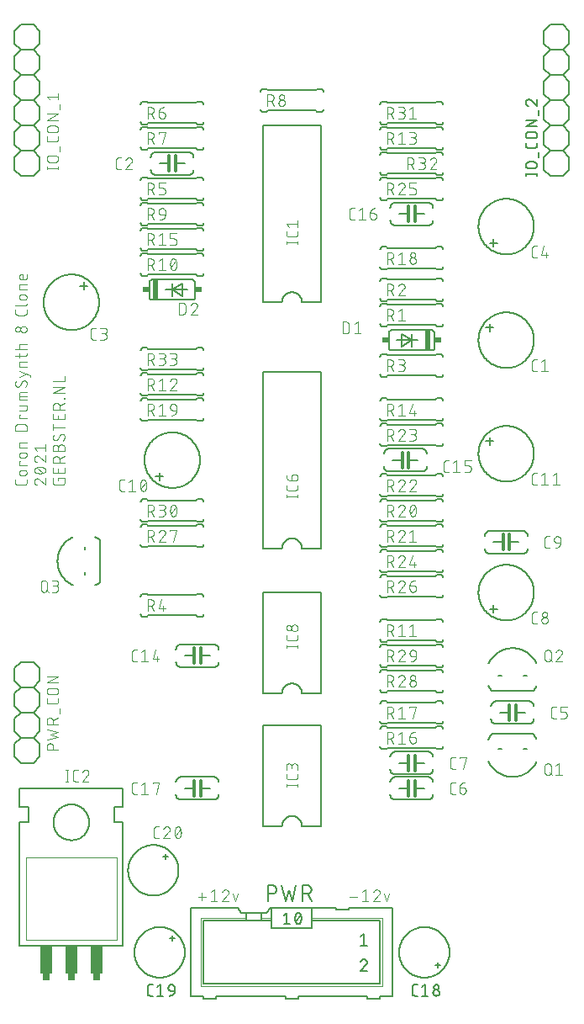
<source format=gto>
G04 EAGLE Gerber RS-274X export*
G75*
%MOMM*%
%FSLAX34Y34*%
%LPD*%
%INSilkscreen Top*%
%IPPOS*%
%AMOC8*
5,1,8,0,0,1.08239X$1,22.5*%
G01*
%ADD10C,0.101600*%
%ADD11C,0.152400*%
%ADD12C,0.304800*%
%ADD13R,0.508000X2.032000*%
%ADD14R,0.635000X0.508000*%
%ADD15C,0.050800*%
%ADD16R,0.762000X0.635000*%
%ADD17R,1.270000X2.794000*%
%ADD18C,0.127000*%
%ADD19C,0.177800*%


D10*
X197358Y106652D02*
X205147Y106652D01*
X201253Y110546D02*
X201253Y102757D01*
X210199Y111196D02*
X213445Y113792D01*
X213445Y102108D01*
X216690Y102108D02*
X210199Y102108D01*
X225199Y113792D02*
X225306Y113790D01*
X225412Y113784D01*
X225518Y113774D01*
X225624Y113761D01*
X225730Y113743D01*
X225834Y113722D01*
X225938Y113697D01*
X226041Y113668D01*
X226142Y113636D01*
X226242Y113599D01*
X226341Y113559D01*
X226439Y113516D01*
X226535Y113469D01*
X226629Y113418D01*
X226721Y113364D01*
X226811Y113307D01*
X226899Y113247D01*
X226984Y113183D01*
X227067Y113116D01*
X227148Y113046D01*
X227226Y112974D01*
X227302Y112898D01*
X227374Y112820D01*
X227444Y112739D01*
X227511Y112656D01*
X227575Y112571D01*
X227635Y112483D01*
X227692Y112393D01*
X227746Y112301D01*
X227797Y112207D01*
X227844Y112111D01*
X227887Y112013D01*
X227927Y111914D01*
X227964Y111814D01*
X227996Y111713D01*
X228025Y111610D01*
X228050Y111506D01*
X228071Y111402D01*
X228089Y111296D01*
X228102Y111190D01*
X228112Y111084D01*
X228118Y110978D01*
X228120Y110871D01*
X225199Y113792D02*
X225078Y113790D01*
X224957Y113784D01*
X224837Y113774D01*
X224716Y113761D01*
X224597Y113743D01*
X224477Y113722D01*
X224359Y113697D01*
X224242Y113668D01*
X224125Y113635D01*
X224010Y113599D01*
X223896Y113558D01*
X223783Y113515D01*
X223671Y113467D01*
X223562Y113416D01*
X223454Y113361D01*
X223347Y113303D01*
X223243Y113242D01*
X223141Y113177D01*
X223041Y113109D01*
X222943Y113038D01*
X222847Y112964D01*
X222754Y112887D01*
X222664Y112806D01*
X222576Y112723D01*
X222491Y112637D01*
X222408Y112548D01*
X222329Y112457D01*
X222252Y112363D01*
X222179Y112267D01*
X222109Y112169D01*
X222042Y112068D01*
X221978Y111965D01*
X221918Y111860D01*
X221861Y111753D01*
X221807Y111645D01*
X221757Y111535D01*
X221711Y111423D01*
X221668Y111310D01*
X221629Y111195D01*
X227147Y108599D02*
X227226Y108676D01*
X227302Y108757D01*
X227375Y108840D01*
X227445Y108925D01*
X227512Y109013D01*
X227576Y109103D01*
X227636Y109195D01*
X227693Y109290D01*
X227747Y109386D01*
X227798Y109484D01*
X227845Y109584D01*
X227889Y109686D01*
X227929Y109789D01*
X227965Y109893D01*
X227997Y109999D01*
X228026Y110105D01*
X228051Y110213D01*
X228073Y110321D01*
X228090Y110431D01*
X228104Y110540D01*
X228113Y110650D01*
X228119Y110761D01*
X228121Y110871D01*
X227147Y108599D02*
X221629Y102108D01*
X228120Y102108D01*
X235162Y102108D02*
X232565Y109897D01*
X237758Y109897D02*
X235162Y102108D01*
X349758Y106652D02*
X357547Y106652D01*
X362599Y111196D02*
X365845Y113792D01*
X365845Y102108D01*
X369090Y102108D02*
X362599Y102108D01*
X377599Y113792D02*
X377706Y113790D01*
X377812Y113784D01*
X377918Y113774D01*
X378024Y113761D01*
X378130Y113743D01*
X378234Y113722D01*
X378338Y113697D01*
X378441Y113668D01*
X378542Y113636D01*
X378642Y113599D01*
X378741Y113559D01*
X378839Y113516D01*
X378935Y113469D01*
X379029Y113418D01*
X379121Y113364D01*
X379211Y113307D01*
X379299Y113247D01*
X379384Y113183D01*
X379467Y113116D01*
X379548Y113046D01*
X379626Y112974D01*
X379702Y112898D01*
X379774Y112820D01*
X379844Y112739D01*
X379911Y112656D01*
X379975Y112571D01*
X380035Y112483D01*
X380092Y112393D01*
X380146Y112301D01*
X380197Y112207D01*
X380244Y112111D01*
X380287Y112013D01*
X380327Y111914D01*
X380364Y111814D01*
X380396Y111713D01*
X380425Y111610D01*
X380450Y111506D01*
X380471Y111402D01*
X380489Y111296D01*
X380502Y111190D01*
X380512Y111084D01*
X380518Y110978D01*
X380520Y110871D01*
X377599Y113792D02*
X377478Y113790D01*
X377357Y113784D01*
X377237Y113774D01*
X377116Y113761D01*
X376997Y113743D01*
X376877Y113722D01*
X376759Y113697D01*
X376642Y113668D01*
X376525Y113635D01*
X376410Y113599D01*
X376296Y113558D01*
X376183Y113515D01*
X376071Y113467D01*
X375962Y113416D01*
X375854Y113361D01*
X375747Y113303D01*
X375643Y113242D01*
X375541Y113177D01*
X375441Y113109D01*
X375343Y113038D01*
X375247Y112964D01*
X375154Y112887D01*
X375064Y112806D01*
X374976Y112723D01*
X374891Y112637D01*
X374808Y112548D01*
X374729Y112457D01*
X374652Y112363D01*
X374579Y112267D01*
X374509Y112169D01*
X374442Y112068D01*
X374378Y111965D01*
X374318Y111860D01*
X374261Y111753D01*
X374207Y111645D01*
X374157Y111535D01*
X374111Y111423D01*
X374068Y111310D01*
X374029Y111195D01*
X379547Y108599D02*
X379626Y108676D01*
X379702Y108757D01*
X379775Y108840D01*
X379845Y108925D01*
X379912Y109013D01*
X379976Y109103D01*
X380036Y109195D01*
X380093Y109290D01*
X380147Y109386D01*
X380198Y109484D01*
X380245Y109584D01*
X380289Y109686D01*
X380329Y109789D01*
X380365Y109893D01*
X380397Y109999D01*
X380426Y110105D01*
X380451Y110213D01*
X380473Y110321D01*
X380490Y110431D01*
X380504Y110540D01*
X380513Y110650D01*
X380519Y110761D01*
X380521Y110871D01*
X379547Y108599D02*
X374029Y102108D01*
X380520Y102108D01*
X387562Y102108D02*
X384965Y109897D01*
X390158Y109897D02*
X387562Y102108D01*
X24892Y523804D02*
X24892Y526401D01*
X24892Y523804D02*
X24890Y523705D01*
X24884Y523605D01*
X24875Y523506D01*
X24862Y523408D01*
X24845Y523310D01*
X24824Y523212D01*
X24799Y523116D01*
X24771Y523021D01*
X24739Y522927D01*
X24704Y522834D01*
X24665Y522742D01*
X24622Y522652D01*
X24577Y522564D01*
X24527Y522477D01*
X24475Y522393D01*
X24419Y522310D01*
X24361Y522230D01*
X24299Y522152D01*
X24234Y522077D01*
X24166Y522004D01*
X24096Y521934D01*
X24023Y521866D01*
X23948Y521801D01*
X23870Y521739D01*
X23790Y521681D01*
X23707Y521625D01*
X23623Y521573D01*
X23536Y521523D01*
X23448Y521478D01*
X23358Y521435D01*
X23266Y521396D01*
X23173Y521361D01*
X23079Y521329D01*
X22984Y521301D01*
X22888Y521276D01*
X22790Y521255D01*
X22692Y521238D01*
X22594Y521225D01*
X22495Y521216D01*
X22395Y521210D01*
X22296Y521208D01*
X15804Y521208D01*
X15705Y521210D01*
X15605Y521216D01*
X15506Y521225D01*
X15408Y521238D01*
X15310Y521256D01*
X15212Y521276D01*
X15116Y521301D01*
X15020Y521329D01*
X14926Y521361D01*
X14833Y521396D01*
X14742Y521435D01*
X14652Y521478D01*
X14563Y521523D01*
X14477Y521573D01*
X14392Y521625D01*
X14310Y521681D01*
X14230Y521740D01*
X14152Y521801D01*
X14076Y521866D01*
X14003Y521934D01*
X13933Y522004D01*
X13865Y522077D01*
X13800Y522153D01*
X13739Y522231D01*
X13680Y522311D01*
X13624Y522393D01*
X13572Y522478D01*
X13523Y522564D01*
X13477Y522653D01*
X13434Y522743D01*
X13395Y522834D01*
X13360Y522927D01*
X13328Y523021D01*
X13300Y523117D01*
X13275Y523213D01*
X13255Y523311D01*
X13237Y523409D01*
X13224Y523507D01*
X13215Y523606D01*
X13209Y523705D01*
X13207Y523805D01*
X13208Y523804D02*
X13208Y526401D01*
X19699Y530653D02*
X22296Y530653D01*
X19699Y530654D02*
X19598Y530656D01*
X19498Y530662D01*
X19398Y530672D01*
X19298Y530685D01*
X19199Y530703D01*
X19100Y530724D01*
X19003Y530749D01*
X18906Y530778D01*
X18811Y530811D01*
X18717Y530847D01*
X18625Y530887D01*
X18534Y530930D01*
X18445Y530977D01*
X18358Y531027D01*
X18272Y531081D01*
X18189Y531138D01*
X18109Y531198D01*
X18030Y531261D01*
X17954Y531328D01*
X17881Y531397D01*
X17811Y531469D01*
X17743Y531543D01*
X17678Y531620D01*
X17617Y531700D01*
X17558Y531782D01*
X17503Y531866D01*
X17451Y531952D01*
X17402Y532040D01*
X17357Y532130D01*
X17315Y532222D01*
X17277Y532315D01*
X17243Y532410D01*
X17212Y532505D01*
X17185Y532602D01*
X17162Y532700D01*
X17142Y532799D01*
X17127Y532899D01*
X17115Y532999D01*
X17107Y533099D01*
X17103Y533200D01*
X17103Y533300D01*
X17107Y533401D01*
X17115Y533501D01*
X17127Y533601D01*
X17142Y533701D01*
X17162Y533800D01*
X17185Y533898D01*
X17212Y533995D01*
X17243Y534090D01*
X17277Y534185D01*
X17315Y534278D01*
X17357Y534370D01*
X17402Y534460D01*
X17451Y534548D01*
X17503Y534634D01*
X17558Y534718D01*
X17617Y534800D01*
X17678Y534880D01*
X17743Y534957D01*
X17811Y535031D01*
X17881Y535103D01*
X17954Y535172D01*
X18030Y535239D01*
X18109Y535302D01*
X18189Y535362D01*
X18272Y535419D01*
X18358Y535473D01*
X18445Y535523D01*
X18534Y535570D01*
X18625Y535613D01*
X18717Y535653D01*
X18811Y535689D01*
X18906Y535722D01*
X19003Y535751D01*
X19100Y535776D01*
X19199Y535797D01*
X19298Y535815D01*
X19398Y535828D01*
X19498Y535838D01*
X19598Y535844D01*
X19699Y535846D01*
X22296Y535846D01*
X22397Y535844D01*
X22497Y535838D01*
X22597Y535828D01*
X22697Y535815D01*
X22796Y535797D01*
X22895Y535776D01*
X22992Y535751D01*
X23089Y535722D01*
X23184Y535689D01*
X23278Y535653D01*
X23370Y535613D01*
X23461Y535570D01*
X23550Y535523D01*
X23637Y535473D01*
X23723Y535419D01*
X23806Y535362D01*
X23886Y535302D01*
X23965Y535239D01*
X24041Y535172D01*
X24114Y535103D01*
X24184Y535031D01*
X24252Y534957D01*
X24317Y534880D01*
X24378Y534800D01*
X24437Y534718D01*
X24492Y534634D01*
X24544Y534548D01*
X24593Y534460D01*
X24638Y534370D01*
X24680Y534278D01*
X24718Y534185D01*
X24752Y534090D01*
X24783Y533995D01*
X24810Y533898D01*
X24833Y533800D01*
X24853Y533701D01*
X24868Y533601D01*
X24880Y533501D01*
X24888Y533401D01*
X24892Y533300D01*
X24892Y533200D01*
X24888Y533099D01*
X24880Y532999D01*
X24868Y532899D01*
X24853Y532799D01*
X24833Y532700D01*
X24810Y532602D01*
X24783Y532505D01*
X24752Y532410D01*
X24718Y532315D01*
X24680Y532222D01*
X24638Y532130D01*
X24593Y532040D01*
X24544Y531952D01*
X24492Y531866D01*
X24437Y531782D01*
X24378Y531700D01*
X24317Y531620D01*
X24252Y531543D01*
X24184Y531469D01*
X24114Y531397D01*
X24041Y531328D01*
X23965Y531261D01*
X23886Y531198D01*
X23806Y531138D01*
X23723Y531081D01*
X23637Y531027D01*
X23550Y530977D01*
X23461Y530930D01*
X23370Y530887D01*
X23278Y530847D01*
X23184Y530811D01*
X23089Y530778D01*
X22992Y530749D01*
X22895Y530724D01*
X22796Y530703D01*
X22697Y530685D01*
X22597Y530672D01*
X22497Y530662D01*
X22397Y530656D01*
X22296Y530654D01*
X24892Y541007D02*
X17103Y541007D01*
X17103Y544901D01*
X18401Y544901D01*
X19699Y548560D02*
X22296Y548560D01*
X19699Y548561D02*
X19598Y548563D01*
X19498Y548569D01*
X19398Y548579D01*
X19298Y548592D01*
X19199Y548610D01*
X19100Y548631D01*
X19003Y548656D01*
X18906Y548685D01*
X18811Y548718D01*
X18717Y548754D01*
X18625Y548794D01*
X18534Y548837D01*
X18445Y548884D01*
X18358Y548934D01*
X18272Y548988D01*
X18189Y549045D01*
X18109Y549105D01*
X18030Y549168D01*
X17954Y549235D01*
X17881Y549304D01*
X17811Y549376D01*
X17743Y549450D01*
X17678Y549527D01*
X17617Y549607D01*
X17558Y549689D01*
X17503Y549773D01*
X17451Y549859D01*
X17402Y549947D01*
X17357Y550037D01*
X17315Y550129D01*
X17277Y550222D01*
X17243Y550317D01*
X17212Y550412D01*
X17185Y550509D01*
X17162Y550607D01*
X17142Y550706D01*
X17127Y550806D01*
X17115Y550906D01*
X17107Y551006D01*
X17103Y551107D01*
X17103Y551207D01*
X17107Y551308D01*
X17115Y551408D01*
X17127Y551508D01*
X17142Y551608D01*
X17162Y551707D01*
X17185Y551805D01*
X17212Y551902D01*
X17243Y551997D01*
X17277Y552092D01*
X17315Y552185D01*
X17357Y552277D01*
X17402Y552367D01*
X17451Y552455D01*
X17503Y552541D01*
X17558Y552625D01*
X17617Y552707D01*
X17678Y552787D01*
X17743Y552864D01*
X17811Y552938D01*
X17881Y553010D01*
X17954Y553079D01*
X18030Y553146D01*
X18109Y553209D01*
X18189Y553269D01*
X18272Y553326D01*
X18358Y553380D01*
X18445Y553430D01*
X18534Y553477D01*
X18625Y553520D01*
X18717Y553560D01*
X18811Y553596D01*
X18906Y553629D01*
X19003Y553658D01*
X19100Y553683D01*
X19199Y553704D01*
X19298Y553722D01*
X19398Y553735D01*
X19498Y553745D01*
X19598Y553751D01*
X19699Y553753D01*
X22296Y553753D01*
X22397Y553751D01*
X22497Y553745D01*
X22597Y553735D01*
X22697Y553722D01*
X22796Y553704D01*
X22895Y553683D01*
X22992Y553658D01*
X23089Y553629D01*
X23184Y553596D01*
X23278Y553560D01*
X23370Y553520D01*
X23461Y553477D01*
X23550Y553430D01*
X23637Y553380D01*
X23723Y553326D01*
X23806Y553269D01*
X23886Y553209D01*
X23965Y553146D01*
X24041Y553079D01*
X24114Y553010D01*
X24184Y552938D01*
X24252Y552864D01*
X24317Y552787D01*
X24378Y552707D01*
X24437Y552625D01*
X24492Y552541D01*
X24544Y552455D01*
X24593Y552367D01*
X24638Y552277D01*
X24680Y552185D01*
X24718Y552092D01*
X24752Y551997D01*
X24783Y551902D01*
X24810Y551805D01*
X24833Y551707D01*
X24853Y551608D01*
X24868Y551508D01*
X24880Y551408D01*
X24888Y551308D01*
X24892Y551207D01*
X24892Y551107D01*
X24888Y551006D01*
X24880Y550906D01*
X24868Y550806D01*
X24853Y550706D01*
X24833Y550607D01*
X24810Y550509D01*
X24783Y550412D01*
X24752Y550317D01*
X24718Y550222D01*
X24680Y550129D01*
X24638Y550037D01*
X24593Y549947D01*
X24544Y549859D01*
X24492Y549773D01*
X24437Y549689D01*
X24378Y549607D01*
X24317Y549527D01*
X24252Y549450D01*
X24184Y549376D01*
X24114Y549304D01*
X24041Y549235D01*
X23965Y549168D01*
X23886Y549105D01*
X23806Y549045D01*
X23723Y548988D01*
X23637Y548934D01*
X23550Y548884D01*
X23461Y548837D01*
X23370Y548794D01*
X23278Y548754D01*
X23184Y548718D01*
X23089Y548685D01*
X22992Y548656D01*
X22895Y548631D01*
X22796Y548610D01*
X22697Y548592D01*
X22597Y548579D01*
X22497Y548569D01*
X22397Y548563D01*
X22296Y548561D01*
X24892Y558847D02*
X17103Y558847D01*
X17103Y562093D01*
X17105Y562180D01*
X17111Y562268D01*
X17121Y562354D01*
X17134Y562441D01*
X17152Y562526D01*
X17173Y562611D01*
X17198Y562695D01*
X17227Y562777D01*
X17260Y562858D01*
X17296Y562938D01*
X17335Y563016D01*
X17379Y563092D01*
X17425Y563166D01*
X17475Y563237D01*
X17528Y563307D01*
X17584Y563374D01*
X17643Y563438D01*
X17704Y563500D01*
X17769Y563559D01*
X17836Y563615D01*
X17906Y563668D01*
X17977Y563718D01*
X18051Y563764D01*
X18127Y563808D01*
X18205Y563847D01*
X18285Y563883D01*
X18366Y563916D01*
X18448Y563945D01*
X18532Y563970D01*
X18617Y563991D01*
X18702Y564009D01*
X18789Y564022D01*
X18875Y564032D01*
X18963Y564038D01*
X19050Y564040D01*
X24892Y564040D01*
X24892Y575724D02*
X13208Y575724D01*
X13208Y578970D01*
X13210Y579083D01*
X13216Y579196D01*
X13226Y579309D01*
X13240Y579422D01*
X13257Y579534D01*
X13279Y579645D01*
X13304Y579755D01*
X13334Y579865D01*
X13367Y579973D01*
X13404Y580080D01*
X13444Y580186D01*
X13489Y580290D01*
X13537Y580393D01*
X13588Y580494D01*
X13643Y580593D01*
X13701Y580690D01*
X13763Y580785D01*
X13828Y580878D01*
X13896Y580968D01*
X13967Y581056D01*
X14042Y581142D01*
X14119Y581225D01*
X14199Y581305D01*
X14282Y581382D01*
X14368Y581457D01*
X14456Y581528D01*
X14546Y581596D01*
X14639Y581661D01*
X14734Y581723D01*
X14831Y581781D01*
X14930Y581836D01*
X15031Y581887D01*
X15134Y581935D01*
X15238Y581980D01*
X15344Y582020D01*
X15451Y582057D01*
X15559Y582090D01*
X15669Y582120D01*
X15779Y582145D01*
X15890Y582167D01*
X16002Y582184D01*
X16115Y582198D01*
X16228Y582208D01*
X16341Y582214D01*
X16454Y582216D01*
X16454Y582215D02*
X21646Y582215D01*
X21646Y582216D02*
X21759Y582214D01*
X21872Y582208D01*
X21985Y582198D01*
X22098Y582184D01*
X22210Y582167D01*
X22321Y582145D01*
X22431Y582120D01*
X22541Y582090D01*
X22649Y582057D01*
X22756Y582020D01*
X22862Y581980D01*
X22966Y581935D01*
X23069Y581887D01*
X23170Y581836D01*
X23269Y581781D01*
X23366Y581723D01*
X23461Y581661D01*
X23554Y581596D01*
X23644Y581528D01*
X23732Y581457D01*
X23818Y581382D01*
X23901Y581305D01*
X23981Y581225D01*
X24058Y581142D01*
X24133Y581056D01*
X24204Y580968D01*
X24272Y580878D01*
X24337Y580785D01*
X24399Y580690D01*
X24457Y580593D01*
X24512Y580494D01*
X24563Y580393D01*
X24611Y580290D01*
X24656Y580186D01*
X24696Y580080D01*
X24733Y579973D01*
X24766Y579865D01*
X24796Y579755D01*
X24821Y579645D01*
X24843Y579534D01*
X24860Y579422D01*
X24874Y579309D01*
X24884Y579196D01*
X24890Y579083D01*
X24892Y578970D01*
X24892Y575724D01*
X24892Y587870D02*
X17103Y587870D01*
X17103Y591764D01*
X18401Y591764D01*
X17103Y595804D02*
X22945Y595804D01*
X22945Y595805D02*
X23032Y595807D01*
X23120Y595813D01*
X23206Y595823D01*
X23293Y595836D01*
X23378Y595854D01*
X23463Y595875D01*
X23547Y595900D01*
X23629Y595929D01*
X23710Y595962D01*
X23790Y595998D01*
X23868Y596037D01*
X23944Y596081D01*
X24018Y596127D01*
X24089Y596177D01*
X24159Y596230D01*
X24226Y596286D01*
X24290Y596345D01*
X24352Y596407D01*
X24411Y596471D01*
X24467Y596538D01*
X24520Y596608D01*
X24570Y596679D01*
X24616Y596753D01*
X24660Y596829D01*
X24699Y596907D01*
X24735Y596987D01*
X24768Y597068D01*
X24797Y597150D01*
X24822Y597234D01*
X24843Y597319D01*
X24861Y597404D01*
X24874Y597491D01*
X24884Y597577D01*
X24890Y597665D01*
X24892Y597752D01*
X24892Y600997D01*
X17103Y600997D01*
X17103Y606698D02*
X24892Y606698D01*
X17103Y606698D02*
X17103Y612540D01*
X17105Y612627D01*
X17111Y612715D01*
X17121Y612801D01*
X17134Y612888D01*
X17152Y612973D01*
X17173Y613058D01*
X17198Y613142D01*
X17227Y613224D01*
X17260Y613305D01*
X17296Y613385D01*
X17335Y613463D01*
X17379Y613539D01*
X17425Y613613D01*
X17475Y613684D01*
X17528Y613754D01*
X17584Y613821D01*
X17643Y613885D01*
X17705Y613947D01*
X17769Y614006D01*
X17836Y614062D01*
X17906Y614115D01*
X17977Y614165D01*
X18051Y614211D01*
X18127Y614255D01*
X18205Y614294D01*
X18285Y614330D01*
X18366Y614363D01*
X18448Y614392D01*
X18532Y614417D01*
X18617Y614438D01*
X18702Y614456D01*
X18789Y614469D01*
X18875Y614479D01*
X18963Y614485D01*
X19050Y614487D01*
X24892Y614487D01*
X24892Y610593D02*
X17103Y610593D01*
X24892Y623434D02*
X24890Y623533D01*
X24884Y623633D01*
X24875Y623732D01*
X24862Y623830D01*
X24845Y623928D01*
X24824Y624026D01*
X24799Y624122D01*
X24771Y624217D01*
X24739Y624311D01*
X24704Y624404D01*
X24665Y624496D01*
X24622Y624586D01*
X24577Y624674D01*
X24527Y624761D01*
X24475Y624845D01*
X24419Y624928D01*
X24361Y625008D01*
X24299Y625086D01*
X24234Y625161D01*
X24166Y625234D01*
X24096Y625304D01*
X24023Y625372D01*
X23948Y625437D01*
X23870Y625499D01*
X23790Y625557D01*
X23707Y625613D01*
X23623Y625665D01*
X23536Y625715D01*
X23448Y625760D01*
X23358Y625803D01*
X23266Y625842D01*
X23173Y625877D01*
X23079Y625909D01*
X22984Y625937D01*
X22888Y625962D01*
X22790Y625983D01*
X22692Y626000D01*
X22594Y626013D01*
X22495Y626022D01*
X22395Y626028D01*
X22296Y626030D01*
X24892Y623434D02*
X24890Y623290D01*
X24884Y623145D01*
X24875Y623001D01*
X24862Y622858D01*
X24845Y622714D01*
X24824Y622571D01*
X24799Y622429D01*
X24771Y622288D01*
X24739Y622147D01*
X24703Y622007D01*
X24664Y621868D01*
X24621Y621730D01*
X24574Y621594D01*
X24524Y621458D01*
X24470Y621324D01*
X24413Y621192D01*
X24352Y621061D01*
X24288Y620932D01*
X24220Y620804D01*
X24150Y620678D01*
X24075Y620554D01*
X23998Y620433D01*
X23917Y620313D01*
X23834Y620195D01*
X23747Y620080D01*
X23657Y619967D01*
X23564Y619856D01*
X23469Y619748D01*
X23370Y619642D01*
X23269Y619539D01*
X15804Y619864D02*
X15705Y619866D01*
X15605Y619872D01*
X15506Y619881D01*
X15408Y619894D01*
X15310Y619911D01*
X15212Y619932D01*
X15116Y619957D01*
X15021Y619985D01*
X14927Y620017D01*
X14834Y620052D01*
X14742Y620091D01*
X14652Y620134D01*
X14564Y620179D01*
X14477Y620229D01*
X14393Y620281D01*
X14310Y620337D01*
X14230Y620395D01*
X14152Y620457D01*
X14077Y620522D01*
X14004Y620590D01*
X13934Y620660D01*
X13866Y620733D01*
X13801Y620808D01*
X13739Y620886D01*
X13681Y620966D01*
X13625Y621049D01*
X13573Y621133D01*
X13523Y621220D01*
X13478Y621308D01*
X13435Y621398D01*
X13396Y621490D01*
X13361Y621583D01*
X13329Y621677D01*
X13301Y621772D01*
X13276Y621868D01*
X13255Y621966D01*
X13238Y622064D01*
X13225Y622162D01*
X13216Y622261D01*
X13210Y622361D01*
X13208Y622460D01*
X13210Y622596D01*
X13216Y622732D01*
X13225Y622868D01*
X13238Y623004D01*
X13256Y623139D01*
X13276Y623273D01*
X13301Y623407D01*
X13329Y623541D01*
X13362Y623673D01*
X13397Y623804D01*
X13437Y623935D01*
X13480Y624064D01*
X13526Y624192D01*
X13577Y624318D01*
X13630Y624444D01*
X13688Y624567D01*
X13748Y624689D01*
X13812Y624809D01*
X13880Y624928D01*
X13950Y625044D01*
X14024Y625158D01*
X14101Y625271D01*
X14182Y625381D01*
X18076Y621162D02*
X18023Y621076D01*
X17966Y620992D01*
X17907Y620910D01*
X17844Y620830D01*
X17778Y620753D01*
X17710Y620678D01*
X17638Y620606D01*
X17564Y620537D01*
X17487Y620471D01*
X17408Y620408D01*
X17326Y620348D01*
X17242Y620291D01*
X17156Y620237D01*
X17068Y620187D01*
X16978Y620140D01*
X16887Y620096D01*
X16793Y620057D01*
X16699Y620020D01*
X16603Y619988D01*
X16505Y619959D01*
X16407Y619934D01*
X16308Y619913D01*
X16208Y619895D01*
X16108Y619882D01*
X16007Y619872D01*
X15905Y619866D01*
X15804Y619864D01*
X20024Y624732D02*
X20077Y624818D01*
X20134Y624902D01*
X20193Y624984D01*
X20256Y625064D01*
X20322Y625141D01*
X20390Y625216D01*
X20462Y625288D01*
X20536Y625357D01*
X20613Y625423D01*
X20692Y625486D01*
X20774Y625546D01*
X20858Y625603D01*
X20944Y625657D01*
X21032Y625707D01*
X21122Y625754D01*
X21213Y625798D01*
X21307Y625837D01*
X21401Y625874D01*
X21497Y625906D01*
X21595Y625935D01*
X21693Y625960D01*
X21792Y625981D01*
X21892Y625999D01*
X21992Y626012D01*
X22093Y626022D01*
X22195Y626028D01*
X22296Y626030D01*
X20024Y624732D02*
X18076Y621162D01*
X28787Y630094D02*
X28787Y631392D01*
X17103Y635287D01*
X17103Y630094D02*
X24892Y632691D01*
X24892Y640000D02*
X17103Y640000D01*
X17103Y643246D01*
X17105Y643333D01*
X17111Y643421D01*
X17121Y643507D01*
X17134Y643594D01*
X17152Y643679D01*
X17173Y643764D01*
X17198Y643848D01*
X17227Y643930D01*
X17260Y644011D01*
X17296Y644091D01*
X17335Y644169D01*
X17379Y644245D01*
X17425Y644319D01*
X17475Y644390D01*
X17528Y644460D01*
X17584Y644527D01*
X17643Y644591D01*
X17704Y644653D01*
X17769Y644712D01*
X17836Y644768D01*
X17906Y644821D01*
X17977Y644871D01*
X18051Y644917D01*
X18127Y644961D01*
X18205Y645000D01*
X18285Y645036D01*
X18366Y645069D01*
X18448Y645098D01*
X18532Y645123D01*
X18617Y645144D01*
X18702Y645162D01*
X18789Y645175D01*
X18875Y645185D01*
X18963Y645191D01*
X19050Y645193D01*
X24892Y645193D01*
X17103Y649320D02*
X17103Y653215D01*
X13208Y650618D02*
X22945Y650618D01*
X22945Y650619D02*
X23032Y650621D01*
X23120Y650627D01*
X23206Y650637D01*
X23293Y650650D01*
X23378Y650668D01*
X23463Y650689D01*
X23547Y650714D01*
X23629Y650743D01*
X23710Y650776D01*
X23790Y650812D01*
X23868Y650851D01*
X23944Y650895D01*
X24018Y650941D01*
X24089Y650991D01*
X24159Y651044D01*
X24226Y651100D01*
X24290Y651159D01*
X24352Y651221D01*
X24411Y651285D01*
X24467Y651352D01*
X24520Y651422D01*
X24570Y651493D01*
X24616Y651567D01*
X24660Y651643D01*
X24699Y651721D01*
X24735Y651801D01*
X24768Y651882D01*
X24797Y651964D01*
X24822Y652048D01*
X24843Y652133D01*
X24861Y652218D01*
X24874Y652305D01*
X24884Y652391D01*
X24890Y652479D01*
X24892Y652566D01*
X24892Y653215D01*
X24892Y657907D02*
X13208Y657907D01*
X17103Y657907D02*
X17103Y661153D01*
X17105Y661240D01*
X17111Y661328D01*
X17121Y661414D01*
X17134Y661501D01*
X17152Y661586D01*
X17173Y661671D01*
X17198Y661755D01*
X17227Y661837D01*
X17260Y661918D01*
X17296Y661998D01*
X17335Y662076D01*
X17379Y662152D01*
X17425Y662226D01*
X17475Y662297D01*
X17528Y662367D01*
X17584Y662434D01*
X17643Y662498D01*
X17704Y662560D01*
X17769Y662619D01*
X17836Y662675D01*
X17906Y662728D01*
X17977Y662778D01*
X18051Y662824D01*
X18127Y662868D01*
X18205Y662907D01*
X18285Y662943D01*
X18366Y662976D01*
X18448Y663005D01*
X18532Y663030D01*
X18617Y663051D01*
X18702Y663069D01*
X18789Y663082D01*
X18875Y663092D01*
X18963Y663098D01*
X19050Y663100D01*
X24892Y663100D01*
X21646Y674403D02*
X21533Y674405D01*
X21420Y674411D01*
X21307Y674421D01*
X21194Y674435D01*
X21082Y674452D01*
X20971Y674474D01*
X20861Y674499D01*
X20751Y674529D01*
X20643Y674562D01*
X20536Y674599D01*
X20430Y674639D01*
X20326Y674684D01*
X20223Y674732D01*
X20122Y674783D01*
X20023Y674838D01*
X19926Y674896D01*
X19831Y674958D01*
X19738Y675023D01*
X19648Y675091D01*
X19560Y675162D01*
X19474Y675237D01*
X19391Y675314D01*
X19311Y675394D01*
X19234Y675477D01*
X19159Y675563D01*
X19088Y675651D01*
X19020Y675741D01*
X18955Y675834D01*
X18893Y675929D01*
X18835Y676026D01*
X18780Y676125D01*
X18729Y676226D01*
X18681Y676329D01*
X18636Y676433D01*
X18596Y676539D01*
X18559Y676646D01*
X18526Y676754D01*
X18496Y676864D01*
X18471Y676974D01*
X18449Y677085D01*
X18432Y677197D01*
X18418Y677310D01*
X18408Y677423D01*
X18402Y677536D01*
X18400Y677649D01*
X18402Y677762D01*
X18408Y677875D01*
X18418Y677988D01*
X18432Y678101D01*
X18449Y678213D01*
X18471Y678324D01*
X18496Y678434D01*
X18526Y678544D01*
X18559Y678652D01*
X18596Y678759D01*
X18636Y678865D01*
X18681Y678969D01*
X18729Y679072D01*
X18780Y679173D01*
X18835Y679272D01*
X18893Y679369D01*
X18955Y679464D01*
X19020Y679557D01*
X19088Y679647D01*
X19159Y679735D01*
X19234Y679821D01*
X19311Y679904D01*
X19391Y679984D01*
X19474Y680061D01*
X19560Y680136D01*
X19648Y680207D01*
X19738Y680275D01*
X19831Y680340D01*
X19926Y680402D01*
X20023Y680460D01*
X20122Y680515D01*
X20223Y680566D01*
X20326Y680614D01*
X20430Y680659D01*
X20536Y680699D01*
X20643Y680736D01*
X20751Y680769D01*
X20861Y680799D01*
X20971Y680824D01*
X21082Y680846D01*
X21194Y680863D01*
X21307Y680877D01*
X21420Y680887D01*
X21533Y680893D01*
X21646Y680895D01*
X21759Y680893D01*
X21872Y680887D01*
X21985Y680877D01*
X22098Y680863D01*
X22210Y680846D01*
X22321Y680824D01*
X22431Y680799D01*
X22541Y680769D01*
X22649Y680736D01*
X22756Y680699D01*
X22862Y680659D01*
X22966Y680614D01*
X23069Y680566D01*
X23170Y680515D01*
X23269Y680460D01*
X23366Y680402D01*
X23461Y680340D01*
X23554Y680275D01*
X23644Y680207D01*
X23732Y680136D01*
X23818Y680061D01*
X23901Y679984D01*
X23981Y679904D01*
X24058Y679821D01*
X24133Y679735D01*
X24204Y679647D01*
X24272Y679557D01*
X24337Y679464D01*
X24399Y679369D01*
X24457Y679272D01*
X24512Y679173D01*
X24563Y679072D01*
X24611Y678969D01*
X24656Y678865D01*
X24696Y678759D01*
X24733Y678652D01*
X24766Y678544D01*
X24796Y678434D01*
X24821Y678324D01*
X24843Y678213D01*
X24860Y678101D01*
X24874Y677988D01*
X24884Y677875D01*
X24890Y677762D01*
X24892Y677649D01*
X24890Y677536D01*
X24884Y677423D01*
X24874Y677310D01*
X24860Y677197D01*
X24843Y677085D01*
X24821Y676974D01*
X24796Y676864D01*
X24766Y676754D01*
X24733Y676646D01*
X24696Y676539D01*
X24656Y676433D01*
X24611Y676329D01*
X24563Y676226D01*
X24512Y676125D01*
X24457Y676026D01*
X24399Y675929D01*
X24337Y675834D01*
X24272Y675741D01*
X24204Y675651D01*
X24133Y675563D01*
X24058Y675477D01*
X23981Y675394D01*
X23901Y675314D01*
X23818Y675237D01*
X23732Y675162D01*
X23644Y675091D01*
X23554Y675023D01*
X23461Y674958D01*
X23366Y674896D01*
X23269Y674838D01*
X23170Y674783D01*
X23069Y674732D01*
X22966Y674684D01*
X22862Y674639D01*
X22756Y674599D01*
X22649Y674562D01*
X22541Y674529D01*
X22431Y674499D01*
X22321Y674474D01*
X22210Y674452D01*
X22098Y674435D01*
X21985Y674421D01*
X21872Y674411D01*
X21759Y674405D01*
X21646Y674403D01*
X15804Y675053D02*
X15703Y675055D01*
X15603Y675061D01*
X15503Y675071D01*
X15403Y675084D01*
X15304Y675102D01*
X15205Y675123D01*
X15108Y675148D01*
X15011Y675177D01*
X14916Y675210D01*
X14822Y675246D01*
X14730Y675286D01*
X14639Y675329D01*
X14550Y675376D01*
X14463Y675426D01*
X14377Y675480D01*
X14294Y675537D01*
X14214Y675597D01*
X14135Y675660D01*
X14059Y675727D01*
X13986Y675796D01*
X13916Y675868D01*
X13848Y675942D01*
X13783Y676019D01*
X13722Y676099D01*
X13663Y676181D01*
X13608Y676265D01*
X13556Y676351D01*
X13507Y676439D01*
X13462Y676529D01*
X13420Y676621D01*
X13382Y676714D01*
X13348Y676809D01*
X13317Y676904D01*
X13290Y677001D01*
X13267Y677099D01*
X13247Y677198D01*
X13232Y677298D01*
X13220Y677398D01*
X13212Y677498D01*
X13208Y677599D01*
X13208Y677699D01*
X13212Y677800D01*
X13220Y677900D01*
X13232Y678000D01*
X13247Y678100D01*
X13267Y678199D01*
X13290Y678297D01*
X13317Y678394D01*
X13348Y678489D01*
X13382Y678584D01*
X13420Y678677D01*
X13462Y678769D01*
X13507Y678859D01*
X13556Y678947D01*
X13608Y679033D01*
X13663Y679117D01*
X13722Y679199D01*
X13783Y679279D01*
X13848Y679356D01*
X13916Y679430D01*
X13986Y679502D01*
X14059Y679571D01*
X14135Y679638D01*
X14214Y679701D01*
X14294Y679761D01*
X14377Y679818D01*
X14463Y679872D01*
X14550Y679922D01*
X14639Y679969D01*
X14730Y680012D01*
X14822Y680052D01*
X14916Y680088D01*
X15011Y680121D01*
X15108Y680150D01*
X15205Y680175D01*
X15304Y680196D01*
X15403Y680214D01*
X15503Y680227D01*
X15603Y680237D01*
X15703Y680243D01*
X15804Y680245D01*
X15905Y680243D01*
X16005Y680237D01*
X16105Y680227D01*
X16205Y680214D01*
X16304Y680196D01*
X16403Y680175D01*
X16500Y680150D01*
X16597Y680121D01*
X16692Y680088D01*
X16786Y680052D01*
X16878Y680012D01*
X16969Y679969D01*
X17058Y679922D01*
X17145Y679872D01*
X17231Y679818D01*
X17314Y679761D01*
X17394Y679701D01*
X17473Y679638D01*
X17549Y679571D01*
X17622Y679502D01*
X17692Y679430D01*
X17760Y679356D01*
X17825Y679279D01*
X17886Y679199D01*
X17945Y679117D01*
X18000Y679033D01*
X18052Y678947D01*
X18101Y678859D01*
X18146Y678769D01*
X18188Y678677D01*
X18226Y678584D01*
X18260Y678489D01*
X18291Y678394D01*
X18318Y678297D01*
X18341Y678199D01*
X18361Y678100D01*
X18376Y678000D01*
X18388Y677900D01*
X18396Y677800D01*
X18400Y677699D01*
X18400Y677599D01*
X18396Y677498D01*
X18388Y677398D01*
X18376Y677298D01*
X18361Y677198D01*
X18341Y677099D01*
X18318Y677001D01*
X18291Y676904D01*
X18260Y676809D01*
X18226Y676714D01*
X18188Y676621D01*
X18146Y676529D01*
X18101Y676439D01*
X18052Y676351D01*
X18000Y676265D01*
X17945Y676181D01*
X17886Y676099D01*
X17825Y676019D01*
X17760Y675942D01*
X17692Y675868D01*
X17622Y675796D01*
X17549Y675727D01*
X17473Y675660D01*
X17394Y675597D01*
X17314Y675537D01*
X17231Y675480D01*
X17145Y675426D01*
X17058Y675376D01*
X16969Y675329D01*
X16878Y675286D01*
X16786Y675246D01*
X16692Y675210D01*
X16597Y675177D01*
X16500Y675148D01*
X16403Y675123D01*
X16304Y675102D01*
X16205Y675084D01*
X16105Y675071D01*
X16005Y675061D01*
X15905Y675055D01*
X15804Y675053D01*
X24892Y694492D02*
X24892Y697089D01*
X24892Y694492D02*
X24890Y694393D01*
X24884Y694293D01*
X24875Y694194D01*
X24862Y694096D01*
X24845Y693998D01*
X24824Y693900D01*
X24799Y693804D01*
X24771Y693709D01*
X24739Y693615D01*
X24704Y693522D01*
X24665Y693430D01*
X24622Y693340D01*
X24577Y693252D01*
X24527Y693165D01*
X24475Y693081D01*
X24419Y692998D01*
X24361Y692918D01*
X24299Y692840D01*
X24234Y692765D01*
X24166Y692692D01*
X24096Y692622D01*
X24023Y692554D01*
X23948Y692489D01*
X23870Y692427D01*
X23790Y692369D01*
X23707Y692313D01*
X23623Y692261D01*
X23536Y692211D01*
X23448Y692166D01*
X23358Y692123D01*
X23266Y692084D01*
X23173Y692049D01*
X23079Y692017D01*
X22984Y691989D01*
X22888Y691964D01*
X22790Y691943D01*
X22692Y691926D01*
X22594Y691913D01*
X22495Y691904D01*
X22395Y691898D01*
X22296Y691896D01*
X15804Y691896D01*
X15804Y691895D02*
X15705Y691897D01*
X15605Y691903D01*
X15506Y691912D01*
X15408Y691925D01*
X15310Y691943D01*
X15212Y691963D01*
X15116Y691988D01*
X15020Y692016D01*
X14926Y692048D01*
X14833Y692083D01*
X14742Y692122D01*
X14652Y692165D01*
X14563Y692210D01*
X14477Y692260D01*
X14392Y692312D01*
X14310Y692368D01*
X14230Y692427D01*
X14152Y692488D01*
X14076Y692553D01*
X14003Y692621D01*
X13933Y692691D01*
X13865Y692764D01*
X13800Y692840D01*
X13739Y692918D01*
X13680Y692998D01*
X13624Y693080D01*
X13572Y693165D01*
X13523Y693251D01*
X13477Y693340D01*
X13434Y693430D01*
X13395Y693521D01*
X13360Y693614D01*
X13328Y693708D01*
X13300Y693804D01*
X13275Y693900D01*
X13255Y693998D01*
X13237Y694096D01*
X13224Y694194D01*
X13215Y694293D01*
X13209Y694392D01*
X13207Y694492D01*
X13208Y694492D02*
X13208Y697089D01*
X13208Y701491D02*
X22945Y701491D01*
X23032Y701493D01*
X23120Y701499D01*
X23206Y701509D01*
X23293Y701522D01*
X23378Y701540D01*
X23463Y701561D01*
X23547Y701586D01*
X23629Y701615D01*
X23710Y701648D01*
X23790Y701684D01*
X23868Y701723D01*
X23944Y701767D01*
X24018Y701813D01*
X24089Y701863D01*
X24159Y701916D01*
X24226Y701972D01*
X24290Y702031D01*
X24352Y702093D01*
X24411Y702157D01*
X24467Y702224D01*
X24520Y702294D01*
X24570Y702365D01*
X24616Y702439D01*
X24660Y702515D01*
X24699Y702593D01*
X24735Y702673D01*
X24768Y702754D01*
X24797Y702836D01*
X24822Y702920D01*
X24843Y703005D01*
X24861Y703090D01*
X24874Y703177D01*
X24884Y703263D01*
X24890Y703351D01*
X24892Y703438D01*
X22296Y707437D02*
X19699Y707437D01*
X19699Y707438D02*
X19598Y707440D01*
X19498Y707446D01*
X19398Y707456D01*
X19298Y707469D01*
X19199Y707487D01*
X19100Y707508D01*
X19003Y707533D01*
X18906Y707562D01*
X18811Y707595D01*
X18717Y707631D01*
X18625Y707671D01*
X18534Y707714D01*
X18445Y707761D01*
X18358Y707811D01*
X18272Y707865D01*
X18189Y707922D01*
X18109Y707982D01*
X18030Y708045D01*
X17954Y708112D01*
X17881Y708181D01*
X17811Y708253D01*
X17743Y708327D01*
X17678Y708404D01*
X17617Y708484D01*
X17558Y708566D01*
X17503Y708650D01*
X17451Y708736D01*
X17402Y708824D01*
X17357Y708914D01*
X17315Y709006D01*
X17277Y709099D01*
X17243Y709194D01*
X17212Y709289D01*
X17185Y709386D01*
X17162Y709484D01*
X17142Y709583D01*
X17127Y709683D01*
X17115Y709783D01*
X17107Y709883D01*
X17103Y709984D01*
X17103Y710084D01*
X17107Y710185D01*
X17115Y710285D01*
X17127Y710385D01*
X17142Y710485D01*
X17162Y710584D01*
X17185Y710682D01*
X17212Y710779D01*
X17243Y710874D01*
X17277Y710969D01*
X17315Y711062D01*
X17357Y711154D01*
X17402Y711244D01*
X17451Y711332D01*
X17503Y711418D01*
X17558Y711502D01*
X17617Y711584D01*
X17678Y711664D01*
X17743Y711741D01*
X17811Y711815D01*
X17881Y711887D01*
X17954Y711956D01*
X18030Y712023D01*
X18109Y712086D01*
X18189Y712146D01*
X18272Y712203D01*
X18358Y712257D01*
X18445Y712307D01*
X18534Y712354D01*
X18625Y712397D01*
X18717Y712437D01*
X18811Y712473D01*
X18906Y712506D01*
X19003Y712535D01*
X19100Y712560D01*
X19199Y712581D01*
X19298Y712599D01*
X19398Y712612D01*
X19498Y712622D01*
X19598Y712628D01*
X19699Y712630D01*
X22296Y712630D01*
X22397Y712628D01*
X22497Y712622D01*
X22597Y712612D01*
X22697Y712599D01*
X22796Y712581D01*
X22895Y712560D01*
X22992Y712535D01*
X23089Y712506D01*
X23184Y712473D01*
X23278Y712437D01*
X23370Y712397D01*
X23461Y712354D01*
X23550Y712307D01*
X23637Y712257D01*
X23723Y712203D01*
X23806Y712146D01*
X23886Y712086D01*
X23965Y712023D01*
X24041Y711956D01*
X24114Y711887D01*
X24184Y711815D01*
X24252Y711741D01*
X24317Y711664D01*
X24378Y711584D01*
X24437Y711502D01*
X24492Y711418D01*
X24544Y711332D01*
X24593Y711244D01*
X24638Y711154D01*
X24680Y711062D01*
X24718Y710969D01*
X24752Y710874D01*
X24783Y710779D01*
X24810Y710682D01*
X24833Y710584D01*
X24853Y710485D01*
X24868Y710385D01*
X24880Y710285D01*
X24888Y710185D01*
X24892Y710084D01*
X24892Y709984D01*
X24888Y709883D01*
X24880Y709783D01*
X24868Y709683D01*
X24853Y709583D01*
X24833Y709484D01*
X24810Y709386D01*
X24783Y709289D01*
X24752Y709194D01*
X24718Y709099D01*
X24680Y709006D01*
X24638Y708914D01*
X24593Y708824D01*
X24544Y708736D01*
X24492Y708650D01*
X24437Y708566D01*
X24378Y708484D01*
X24317Y708404D01*
X24252Y708327D01*
X24184Y708253D01*
X24114Y708181D01*
X24041Y708112D01*
X23965Y708045D01*
X23886Y707982D01*
X23806Y707922D01*
X23723Y707865D01*
X23637Y707811D01*
X23550Y707761D01*
X23461Y707714D01*
X23370Y707671D01*
X23278Y707631D01*
X23184Y707595D01*
X23089Y707562D01*
X22992Y707533D01*
X22895Y707508D01*
X22796Y707487D01*
X22697Y707469D01*
X22597Y707456D01*
X22497Y707446D01*
X22397Y707440D01*
X22296Y707438D01*
X24892Y717724D02*
X17103Y717724D01*
X17103Y720970D01*
X17105Y721057D01*
X17111Y721145D01*
X17121Y721231D01*
X17134Y721318D01*
X17152Y721403D01*
X17173Y721488D01*
X17198Y721572D01*
X17227Y721654D01*
X17260Y721735D01*
X17296Y721815D01*
X17335Y721893D01*
X17379Y721969D01*
X17425Y722043D01*
X17475Y722114D01*
X17528Y722184D01*
X17584Y722251D01*
X17643Y722315D01*
X17704Y722377D01*
X17769Y722436D01*
X17836Y722492D01*
X17906Y722545D01*
X17977Y722595D01*
X18051Y722641D01*
X18127Y722685D01*
X18205Y722724D01*
X18285Y722760D01*
X18366Y722793D01*
X18448Y722822D01*
X18532Y722847D01*
X18617Y722868D01*
X18702Y722886D01*
X18789Y722899D01*
X18875Y722909D01*
X18963Y722915D01*
X19050Y722917D01*
X24892Y722917D01*
X24892Y729958D02*
X24892Y733204D01*
X24892Y729958D02*
X24890Y729871D01*
X24884Y729783D01*
X24874Y729697D01*
X24861Y729610D01*
X24843Y729525D01*
X24822Y729440D01*
X24797Y729356D01*
X24768Y729274D01*
X24735Y729193D01*
X24699Y729113D01*
X24660Y729035D01*
X24616Y728959D01*
X24570Y728885D01*
X24520Y728814D01*
X24467Y728744D01*
X24411Y728677D01*
X24352Y728613D01*
X24290Y728551D01*
X24226Y728492D01*
X24159Y728436D01*
X24089Y728383D01*
X24018Y728333D01*
X23944Y728287D01*
X23868Y728243D01*
X23790Y728204D01*
X23710Y728168D01*
X23629Y728135D01*
X23547Y728106D01*
X23463Y728081D01*
X23378Y728060D01*
X23293Y728042D01*
X23206Y728029D01*
X23120Y728019D01*
X23032Y728013D01*
X22945Y728011D01*
X19699Y728011D01*
X19699Y728012D02*
X19598Y728014D01*
X19498Y728020D01*
X19398Y728030D01*
X19298Y728043D01*
X19199Y728061D01*
X19100Y728082D01*
X19003Y728107D01*
X18906Y728136D01*
X18811Y728169D01*
X18717Y728205D01*
X18625Y728245D01*
X18534Y728288D01*
X18445Y728335D01*
X18358Y728385D01*
X18272Y728439D01*
X18189Y728496D01*
X18109Y728556D01*
X18030Y728619D01*
X17954Y728686D01*
X17881Y728755D01*
X17811Y728827D01*
X17743Y728901D01*
X17678Y728978D01*
X17617Y729058D01*
X17558Y729140D01*
X17503Y729224D01*
X17451Y729310D01*
X17402Y729398D01*
X17357Y729488D01*
X17315Y729580D01*
X17277Y729673D01*
X17243Y729768D01*
X17212Y729863D01*
X17185Y729960D01*
X17162Y730058D01*
X17142Y730157D01*
X17127Y730257D01*
X17115Y730357D01*
X17107Y730457D01*
X17103Y730558D01*
X17103Y730658D01*
X17107Y730759D01*
X17115Y730859D01*
X17127Y730959D01*
X17142Y731059D01*
X17162Y731158D01*
X17185Y731256D01*
X17212Y731353D01*
X17243Y731448D01*
X17277Y731543D01*
X17315Y731636D01*
X17357Y731728D01*
X17402Y731818D01*
X17451Y731906D01*
X17503Y731992D01*
X17558Y732076D01*
X17617Y732158D01*
X17678Y732238D01*
X17743Y732315D01*
X17811Y732389D01*
X17881Y732461D01*
X17954Y732530D01*
X18030Y732597D01*
X18109Y732660D01*
X18189Y732720D01*
X18272Y732777D01*
X18358Y732831D01*
X18445Y732881D01*
X18534Y732928D01*
X18625Y732971D01*
X18717Y733011D01*
X18811Y733047D01*
X18906Y733080D01*
X19003Y733109D01*
X19100Y733134D01*
X19199Y733155D01*
X19298Y733173D01*
X19398Y733186D01*
X19498Y733196D01*
X19598Y733202D01*
X19699Y733204D01*
X20997Y733204D01*
X20997Y728011D01*
X35179Y527699D02*
X35072Y527697D01*
X34966Y527691D01*
X34860Y527681D01*
X34754Y527668D01*
X34648Y527650D01*
X34544Y527629D01*
X34440Y527604D01*
X34337Y527575D01*
X34236Y527543D01*
X34136Y527506D01*
X34037Y527466D01*
X33939Y527423D01*
X33843Y527376D01*
X33749Y527325D01*
X33657Y527271D01*
X33567Y527214D01*
X33479Y527154D01*
X33394Y527090D01*
X33311Y527023D01*
X33230Y526953D01*
X33152Y526881D01*
X33076Y526805D01*
X33004Y526727D01*
X32934Y526646D01*
X32867Y526563D01*
X32803Y526478D01*
X32743Y526390D01*
X32686Y526300D01*
X32632Y526208D01*
X32581Y526114D01*
X32534Y526018D01*
X32491Y525920D01*
X32451Y525821D01*
X32414Y525721D01*
X32382Y525620D01*
X32353Y525517D01*
X32328Y525413D01*
X32307Y525309D01*
X32289Y525203D01*
X32276Y525097D01*
X32266Y524991D01*
X32260Y524885D01*
X32258Y524778D01*
X32260Y524657D01*
X32266Y524536D01*
X32276Y524416D01*
X32289Y524295D01*
X32307Y524176D01*
X32328Y524056D01*
X32353Y523938D01*
X32382Y523821D01*
X32415Y523704D01*
X32451Y523589D01*
X32492Y523475D01*
X32535Y523362D01*
X32583Y523250D01*
X32634Y523141D01*
X32689Y523033D01*
X32747Y522926D01*
X32808Y522822D01*
X32873Y522720D01*
X32941Y522620D01*
X33012Y522522D01*
X33086Y522426D01*
X33163Y522333D01*
X33244Y522243D01*
X33327Y522155D01*
X33413Y522070D01*
X33502Y521987D01*
X33593Y521908D01*
X33687Y521831D01*
X33783Y521758D01*
X33881Y521688D01*
X33982Y521621D01*
X34085Y521557D01*
X34190Y521497D01*
X34297Y521439D01*
X34405Y521386D01*
X34515Y521336D01*
X34627Y521290D01*
X34740Y521247D01*
X34855Y521208D01*
X37451Y526725D02*
X37373Y526804D01*
X37293Y526880D01*
X37210Y526953D01*
X37124Y527023D01*
X37037Y527090D01*
X36946Y527154D01*
X36854Y527214D01*
X36760Y527272D01*
X36663Y527326D01*
X36565Y527376D01*
X36465Y527423D01*
X36364Y527467D01*
X36261Y527507D01*
X36156Y527543D01*
X36051Y527575D01*
X35944Y527604D01*
X35837Y527629D01*
X35728Y527651D01*
X35619Y527668D01*
X35510Y527682D01*
X35400Y527691D01*
X35289Y527697D01*
X35179Y527699D01*
X37451Y526725D02*
X43942Y521208D01*
X43942Y527699D01*
X38100Y532638D02*
X37870Y532641D01*
X37640Y532649D01*
X37411Y532663D01*
X37182Y532682D01*
X36953Y532707D01*
X36725Y532737D01*
X36498Y532772D01*
X36272Y532813D01*
X36047Y532859D01*
X35823Y532911D01*
X35600Y532968D01*
X35379Y533030D01*
X35159Y533098D01*
X34941Y533171D01*
X34725Y533249D01*
X34511Y533332D01*
X34299Y533420D01*
X34088Y533513D01*
X33881Y533612D01*
X33791Y533645D01*
X33702Y533681D01*
X33614Y533721D01*
X33529Y533765D01*
X33445Y533812D01*
X33363Y533862D01*
X33283Y533916D01*
X33206Y533972D01*
X33130Y534032D01*
X33057Y534095D01*
X32987Y534160D01*
X32919Y534229D01*
X32855Y534300D01*
X32793Y534373D01*
X32734Y534449D01*
X32678Y534527D01*
X32625Y534608D01*
X32576Y534690D01*
X32530Y534774D01*
X32487Y534861D01*
X32448Y534948D01*
X32412Y535038D01*
X32380Y535128D01*
X32352Y535220D01*
X32327Y535313D01*
X32306Y535407D01*
X32289Y535501D01*
X32275Y535596D01*
X32266Y535692D01*
X32260Y535788D01*
X32258Y535884D01*
X32260Y535980D01*
X32266Y536076D01*
X32275Y536172D01*
X32289Y536267D01*
X32306Y536361D01*
X32327Y536455D01*
X32352Y536548D01*
X32380Y536640D01*
X32412Y536730D01*
X32448Y536820D01*
X32487Y536908D01*
X32530Y536994D01*
X32576Y537078D01*
X32625Y537160D01*
X32678Y537241D01*
X32734Y537319D01*
X32793Y537395D01*
X32855Y537468D01*
X32919Y537539D01*
X32987Y537608D01*
X33057Y537673D01*
X33130Y537736D01*
X33206Y537796D01*
X33283Y537852D01*
X33363Y537906D01*
X33445Y537956D01*
X33529Y538003D01*
X33614Y538047D01*
X33702Y538087D01*
X33791Y538123D01*
X33881Y538156D01*
X33881Y538155D02*
X34088Y538254D01*
X34299Y538347D01*
X34511Y538435D01*
X34725Y538518D01*
X34941Y538596D01*
X35159Y538669D01*
X35379Y538737D01*
X35600Y538799D01*
X35823Y538856D01*
X36047Y538908D01*
X36272Y538954D01*
X36498Y538995D01*
X36725Y539030D01*
X36953Y539060D01*
X37182Y539085D01*
X37411Y539104D01*
X37640Y539118D01*
X37870Y539126D01*
X38100Y539129D01*
X38100Y532638D02*
X38330Y532641D01*
X38560Y532649D01*
X38789Y532663D01*
X39018Y532682D01*
X39247Y532707D01*
X39475Y532737D01*
X39702Y532772D01*
X39928Y532813D01*
X40153Y532859D01*
X40377Y532911D01*
X40600Y532968D01*
X40821Y533030D01*
X41041Y533098D01*
X41259Y533171D01*
X41475Y533249D01*
X41689Y533332D01*
X41901Y533420D01*
X42112Y533513D01*
X42319Y533612D01*
X42409Y533645D01*
X42498Y533681D01*
X42586Y533722D01*
X42671Y533765D01*
X42755Y533812D01*
X42837Y533862D01*
X42917Y533916D01*
X42994Y533972D01*
X43070Y534032D01*
X43143Y534095D01*
X43213Y534160D01*
X43281Y534229D01*
X43345Y534300D01*
X43407Y534373D01*
X43466Y534449D01*
X43522Y534527D01*
X43575Y534608D01*
X43624Y534690D01*
X43670Y534774D01*
X43713Y534861D01*
X43752Y534948D01*
X43788Y535038D01*
X43820Y535128D01*
X43848Y535220D01*
X43873Y535313D01*
X43894Y535407D01*
X43911Y535501D01*
X43925Y535596D01*
X43934Y535692D01*
X43940Y535788D01*
X43942Y535884D01*
X42319Y538155D02*
X42112Y538254D01*
X41901Y538347D01*
X41689Y538435D01*
X41475Y538518D01*
X41259Y538596D01*
X41041Y538669D01*
X40821Y538737D01*
X40600Y538799D01*
X40377Y538856D01*
X40153Y538908D01*
X39928Y538954D01*
X39702Y538995D01*
X39475Y539030D01*
X39247Y539060D01*
X39018Y539085D01*
X38789Y539104D01*
X38560Y539118D01*
X38330Y539126D01*
X38100Y539129D01*
X42319Y538156D02*
X42409Y538123D01*
X42498Y538087D01*
X42586Y538047D01*
X42671Y538003D01*
X42755Y537956D01*
X42837Y537906D01*
X42917Y537852D01*
X42994Y537796D01*
X43070Y537736D01*
X43143Y537673D01*
X43213Y537608D01*
X43281Y537539D01*
X43345Y537468D01*
X43407Y537395D01*
X43466Y537319D01*
X43522Y537241D01*
X43575Y537160D01*
X43624Y537078D01*
X43670Y536994D01*
X43713Y536907D01*
X43752Y536820D01*
X43788Y536730D01*
X43820Y536640D01*
X43848Y536548D01*
X43873Y536455D01*
X43894Y536361D01*
X43911Y536267D01*
X43925Y536172D01*
X43934Y536076D01*
X43940Y535980D01*
X43942Y535884D01*
X41346Y533287D02*
X34854Y538480D01*
X32258Y547638D02*
X32260Y547745D01*
X32266Y547851D01*
X32276Y547957D01*
X32289Y548063D01*
X32307Y548169D01*
X32328Y548273D01*
X32353Y548377D01*
X32382Y548480D01*
X32414Y548581D01*
X32451Y548681D01*
X32491Y548780D01*
X32534Y548878D01*
X32581Y548974D01*
X32632Y549068D01*
X32686Y549160D01*
X32743Y549250D01*
X32803Y549338D01*
X32867Y549423D01*
X32934Y549506D01*
X33004Y549587D01*
X33076Y549665D01*
X33152Y549741D01*
X33230Y549813D01*
X33311Y549883D01*
X33394Y549950D01*
X33479Y550014D01*
X33567Y550074D01*
X33657Y550131D01*
X33749Y550185D01*
X33843Y550236D01*
X33939Y550283D01*
X34037Y550326D01*
X34136Y550366D01*
X34236Y550403D01*
X34337Y550435D01*
X34440Y550464D01*
X34544Y550489D01*
X34648Y550510D01*
X34754Y550528D01*
X34860Y550541D01*
X34966Y550551D01*
X35072Y550557D01*
X35179Y550559D01*
X32258Y547638D02*
X32260Y547517D01*
X32266Y547396D01*
X32276Y547276D01*
X32289Y547155D01*
X32307Y547036D01*
X32328Y546916D01*
X32353Y546798D01*
X32382Y546681D01*
X32415Y546564D01*
X32451Y546449D01*
X32492Y546335D01*
X32535Y546222D01*
X32583Y546110D01*
X32634Y546001D01*
X32689Y545893D01*
X32747Y545786D01*
X32808Y545682D01*
X32873Y545580D01*
X32941Y545480D01*
X33012Y545382D01*
X33086Y545286D01*
X33163Y545193D01*
X33244Y545103D01*
X33327Y545015D01*
X33413Y544930D01*
X33502Y544847D01*
X33593Y544768D01*
X33687Y544691D01*
X33783Y544618D01*
X33881Y544548D01*
X33982Y544481D01*
X34085Y544417D01*
X34190Y544357D01*
X34297Y544299D01*
X34405Y544246D01*
X34515Y544196D01*
X34627Y544150D01*
X34740Y544107D01*
X34855Y544068D01*
X37451Y549585D02*
X37373Y549664D01*
X37293Y549740D01*
X37210Y549813D01*
X37124Y549883D01*
X37037Y549950D01*
X36946Y550014D01*
X36854Y550074D01*
X36760Y550132D01*
X36663Y550186D01*
X36565Y550236D01*
X36465Y550283D01*
X36364Y550327D01*
X36261Y550367D01*
X36156Y550403D01*
X36051Y550435D01*
X35944Y550464D01*
X35837Y550489D01*
X35728Y550511D01*
X35619Y550528D01*
X35510Y550542D01*
X35400Y550551D01*
X35289Y550557D01*
X35179Y550559D01*
X37451Y549585D02*
X43942Y544068D01*
X43942Y550559D01*
X34854Y555498D02*
X32258Y558743D01*
X43942Y558743D01*
X43942Y555498D02*
X43942Y561989D01*
X56501Y527699D02*
X56501Y525752D01*
X56501Y527699D02*
X62992Y527699D01*
X62992Y523804D01*
X62990Y523705D01*
X62984Y523605D01*
X62975Y523506D01*
X62962Y523408D01*
X62945Y523310D01*
X62924Y523212D01*
X62899Y523116D01*
X62871Y523021D01*
X62839Y522927D01*
X62804Y522834D01*
X62765Y522742D01*
X62722Y522652D01*
X62677Y522564D01*
X62627Y522477D01*
X62575Y522393D01*
X62519Y522310D01*
X62461Y522230D01*
X62399Y522152D01*
X62334Y522077D01*
X62266Y522004D01*
X62196Y521934D01*
X62123Y521866D01*
X62048Y521801D01*
X61970Y521739D01*
X61890Y521681D01*
X61807Y521625D01*
X61723Y521573D01*
X61636Y521523D01*
X61548Y521478D01*
X61458Y521435D01*
X61366Y521396D01*
X61273Y521361D01*
X61179Y521329D01*
X61084Y521301D01*
X60988Y521276D01*
X60890Y521255D01*
X60792Y521238D01*
X60694Y521225D01*
X60595Y521216D01*
X60495Y521210D01*
X60396Y521208D01*
X53904Y521208D01*
X53805Y521210D01*
X53705Y521216D01*
X53606Y521225D01*
X53508Y521238D01*
X53410Y521256D01*
X53312Y521276D01*
X53216Y521301D01*
X53120Y521329D01*
X53026Y521361D01*
X52933Y521396D01*
X52842Y521435D01*
X52752Y521478D01*
X52663Y521523D01*
X52577Y521573D01*
X52492Y521625D01*
X52410Y521681D01*
X52330Y521740D01*
X52252Y521801D01*
X52176Y521866D01*
X52103Y521934D01*
X52033Y522004D01*
X51965Y522077D01*
X51900Y522153D01*
X51839Y522231D01*
X51780Y522311D01*
X51724Y522393D01*
X51672Y522478D01*
X51623Y522564D01*
X51577Y522653D01*
X51534Y522743D01*
X51495Y522834D01*
X51460Y522927D01*
X51428Y523021D01*
X51400Y523117D01*
X51375Y523213D01*
X51355Y523311D01*
X51337Y523409D01*
X51324Y523507D01*
X51315Y523606D01*
X51309Y523705D01*
X51307Y523805D01*
X51308Y523804D02*
X51308Y527699D01*
X62992Y533423D02*
X62992Y538615D01*
X62992Y533423D02*
X51308Y533423D01*
X51308Y538615D01*
X56501Y537317D02*
X56501Y533423D01*
X51308Y543380D02*
X62992Y543380D01*
X51308Y543380D02*
X51308Y546625D01*
X51310Y546738D01*
X51316Y546851D01*
X51326Y546964D01*
X51340Y547077D01*
X51357Y547189D01*
X51379Y547300D01*
X51404Y547410D01*
X51434Y547520D01*
X51467Y547628D01*
X51504Y547735D01*
X51544Y547841D01*
X51589Y547945D01*
X51637Y548048D01*
X51688Y548149D01*
X51743Y548248D01*
X51801Y548345D01*
X51863Y548440D01*
X51928Y548533D01*
X51996Y548623D01*
X52067Y548711D01*
X52142Y548797D01*
X52219Y548880D01*
X52299Y548960D01*
X52382Y549037D01*
X52468Y549112D01*
X52556Y549183D01*
X52646Y549251D01*
X52739Y549316D01*
X52834Y549378D01*
X52931Y549436D01*
X53030Y549491D01*
X53131Y549542D01*
X53234Y549590D01*
X53338Y549635D01*
X53444Y549675D01*
X53551Y549712D01*
X53659Y549745D01*
X53769Y549775D01*
X53879Y549800D01*
X53990Y549822D01*
X54102Y549839D01*
X54215Y549853D01*
X54328Y549863D01*
X54441Y549869D01*
X54554Y549871D01*
X54667Y549869D01*
X54780Y549863D01*
X54893Y549853D01*
X55006Y549839D01*
X55118Y549822D01*
X55229Y549800D01*
X55339Y549775D01*
X55449Y549745D01*
X55557Y549712D01*
X55664Y549675D01*
X55770Y549635D01*
X55874Y549590D01*
X55977Y549542D01*
X56078Y549491D01*
X56177Y549436D01*
X56274Y549378D01*
X56369Y549316D01*
X56462Y549251D01*
X56552Y549183D01*
X56640Y549112D01*
X56726Y549037D01*
X56809Y548960D01*
X56889Y548880D01*
X56966Y548797D01*
X57041Y548711D01*
X57112Y548623D01*
X57180Y548533D01*
X57245Y548440D01*
X57307Y548345D01*
X57365Y548248D01*
X57420Y548149D01*
X57471Y548048D01*
X57519Y547945D01*
X57564Y547841D01*
X57604Y547735D01*
X57641Y547628D01*
X57674Y547520D01*
X57704Y547410D01*
X57729Y547300D01*
X57751Y547189D01*
X57768Y547077D01*
X57782Y546964D01*
X57792Y546851D01*
X57798Y546738D01*
X57800Y546625D01*
X57799Y546625D02*
X57799Y543380D01*
X57799Y547274D02*
X62992Y549871D01*
X56501Y555286D02*
X56501Y558532D01*
X56500Y558532D02*
X56502Y558645D01*
X56508Y558758D01*
X56518Y558871D01*
X56532Y558984D01*
X56549Y559096D01*
X56571Y559207D01*
X56596Y559317D01*
X56626Y559427D01*
X56659Y559535D01*
X56696Y559642D01*
X56736Y559748D01*
X56781Y559852D01*
X56829Y559955D01*
X56880Y560056D01*
X56935Y560155D01*
X56993Y560252D01*
X57055Y560347D01*
X57120Y560440D01*
X57188Y560530D01*
X57259Y560618D01*
X57334Y560704D01*
X57411Y560787D01*
X57491Y560867D01*
X57574Y560944D01*
X57660Y561019D01*
X57748Y561090D01*
X57838Y561158D01*
X57931Y561223D01*
X58026Y561285D01*
X58123Y561343D01*
X58222Y561398D01*
X58323Y561449D01*
X58426Y561497D01*
X58530Y561542D01*
X58636Y561582D01*
X58743Y561619D01*
X58851Y561652D01*
X58961Y561682D01*
X59071Y561707D01*
X59182Y561729D01*
X59294Y561746D01*
X59407Y561760D01*
X59520Y561770D01*
X59633Y561776D01*
X59746Y561778D01*
X59859Y561776D01*
X59972Y561770D01*
X60085Y561760D01*
X60198Y561746D01*
X60310Y561729D01*
X60421Y561707D01*
X60531Y561682D01*
X60641Y561652D01*
X60749Y561619D01*
X60856Y561582D01*
X60962Y561542D01*
X61066Y561497D01*
X61169Y561449D01*
X61270Y561398D01*
X61369Y561343D01*
X61466Y561285D01*
X61561Y561223D01*
X61654Y561158D01*
X61744Y561090D01*
X61832Y561019D01*
X61918Y560944D01*
X62001Y560867D01*
X62081Y560787D01*
X62158Y560704D01*
X62233Y560618D01*
X62304Y560530D01*
X62372Y560440D01*
X62437Y560347D01*
X62499Y560252D01*
X62557Y560155D01*
X62612Y560056D01*
X62663Y559955D01*
X62711Y559852D01*
X62756Y559748D01*
X62796Y559642D01*
X62833Y559535D01*
X62866Y559427D01*
X62896Y559317D01*
X62921Y559207D01*
X62943Y559096D01*
X62960Y558984D01*
X62974Y558871D01*
X62984Y558758D01*
X62990Y558645D01*
X62992Y558532D01*
X62992Y555286D01*
X51308Y555286D01*
X51308Y558532D01*
X51310Y558633D01*
X51316Y558733D01*
X51326Y558833D01*
X51339Y558933D01*
X51357Y559032D01*
X51378Y559131D01*
X51403Y559228D01*
X51432Y559325D01*
X51465Y559420D01*
X51501Y559514D01*
X51541Y559606D01*
X51584Y559697D01*
X51631Y559786D01*
X51681Y559873D01*
X51735Y559959D01*
X51792Y560042D01*
X51852Y560122D01*
X51915Y560201D01*
X51982Y560277D01*
X52051Y560350D01*
X52123Y560420D01*
X52197Y560488D01*
X52274Y560553D01*
X52354Y560614D01*
X52436Y560673D01*
X52520Y560728D01*
X52606Y560780D01*
X52694Y560829D01*
X52784Y560874D01*
X52876Y560916D01*
X52969Y560954D01*
X53064Y560988D01*
X53159Y561019D01*
X53256Y561046D01*
X53354Y561069D01*
X53453Y561089D01*
X53553Y561104D01*
X53653Y561116D01*
X53753Y561124D01*
X53854Y561128D01*
X53954Y561128D01*
X54055Y561124D01*
X54155Y561116D01*
X54255Y561104D01*
X54355Y561089D01*
X54454Y561069D01*
X54552Y561046D01*
X54649Y561019D01*
X54744Y560988D01*
X54839Y560954D01*
X54932Y560916D01*
X55024Y560874D01*
X55114Y560829D01*
X55202Y560780D01*
X55288Y560728D01*
X55372Y560673D01*
X55454Y560614D01*
X55534Y560553D01*
X55611Y560488D01*
X55685Y560420D01*
X55757Y560350D01*
X55826Y560277D01*
X55893Y560201D01*
X55956Y560122D01*
X56016Y560042D01*
X56073Y559959D01*
X56127Y559873D01*
X56177Y559786D01*
X56224Y559697D01*
X56267Y559606D01*
X56307Y559514D01*
X56343Y559420D01*
X56376Y559325D01*
X56405Y559228D01*
X56430Y559131D01*
X56451Y559032D01*
X56469Y558933D01*
X56482Y558833D01*
X56492Y558733D01*
X56498Y558633D01*
X56500Y558532D01*
X62992Y569680D02*
X62990Y569779D01*
X62984Y569879D01*
X62975Y569978D01*
X62962Y570076D01*
X62945Y570174D01*
X62924Y570272D01*
X62899Y570368D01*
X62871Y570463D01*
X62839Y570557D01*
X62804Y570650D01*
X62765Y570742D01*
X62722Y570832D01*
X62677Y570920D01*
X62627Y571007D01*
X62575Y571091D01*
X62519Y571174D01*
X62461Y571254D01*
X62399Y571332D01*
X62334Y571407D01*
X62266Y571480D01*
X62196Y571550D01*
X62123Y571618D01*
X62048Y571683D01*
X61970Y571745D01*
X61890Y571803D01*
X61807Y571859D01*
X61723Y571911D01*
X61636Y571961D01*
X61548Y572006D01*
X61458Y572049D01*
X61366Y572088D01*
X61273Y572123D01*
X61179Y572155D01*
X61084Y572183D01*
X60988Y572208D01*
X60890Y572229D01*
X60792Y572246D01*
X60694Y572259D01*
X60595Y572268D01*
X60495Y572274D01*
X60396Y572276D01*
X62992Y569680D02*
X62990Y569536D01*
X62984Y569391D01*
X62975Y569247D01*
X62962Y569104D01*
X62945Y568960D01*
X62924Y568817D01*
X62899Y568675D01*
X62871Y568534D01*
X62839Y568393D01*
X62803Y568253D01*
X62764Y568114D01*
X62721Y567976D01*
X62674Y567840D01*
X62624Y567704D01*
X62570Y567570D01*
X62513Y567438D01*
X62452Y567307D01*
X62388Y567178D01*
X62320Y567050D01*
X62250Y566924D01*
X62175Y566800D01*
X62098Y566679D01*
X62017Y566559D01*
X61934Y566441D01*
X61847Y566326D01*
X61757Y566213D01*
X61664Y566102D01*
X61569Y565994D01*
X61470Y565888D01*
X61369Y565785D01*
X53904Y566110D02*
X53805Y566112D01*
X53705Y566118D01*
X53606Y566127D01*
X53508Y566140D01*
X53410Y566157D01*
X53312Y566178D01*
X53216Y566203D01*
X53121Y566231D01*
X53027Y566263D01*
X52934Y566298D01*
X52842Y566337D01*
X52752Y566380D01*
X52664Y566425D01*
X52577Y566475D01*
X52493Y566527D01*
X52410Y566583D01*
X52330Y566641D01*
X52252Y566703D01*
X52177Y566768D01*
X52104Y566836D01*
X52034Y566906D01*
X51966Y566979D01*
X51901Y567054D01*
X51839Y567132D01*
X51781Y567212D01*
X51725Y567295D01*
X51673Y567379D01*
X51623Y567466D01*
X51578Y567554D01*
X51535Y567644D01*
X51496Y567736D01*
X51461Y567829D01*
X51429Y567923D01*
X51401Y568018D01*
X51376Y568114D01*
X51355Y568212D01*
X51338Y568310D01*
X51325Y568408D01*
X51316Y568507D01*
X51310Y568607D01*
X51308Y568706D01*
X51310Y568842D01*
X51316Y568978D01*
X51325Y569114D01*
X51338Y569250D01*
X51356Y569385D01*
X51376Y569519D01*
X51401Y569653D01*
X51429Y569787D01*
X51462Y569919D01*
X51497Y570050D01*
X51537Y570181D01*
X51580Y570310D01*
X51626Y570438D01*
X51677Y570564D01*
X51730Y570690D01*
X51788Y570813D01*
X51848Y570935D01*
X51912Y571055D01*
X51980Y571174D01*
X52050Y571290D01*
X52124Y571404D01*
X52201Y571517D01*
X52282Y571627D01*
X56176Y567407D02*
X56123Y567321D01*
X56066Y567237D01*
X56007Y567155D01*
X55944Y567075D01*
X55878Y566998D01*
X55810Y566923D01*
X55738Y566851D01*
X55664Y566782D01*
X55587Y566716D01*
X55508Y566653D01*
X55426Y566593D01*
X55342Y566536D01*
X55256Y566482D01*
X55168Y566432D01*
X55078Y566385D01*
X54987Y566341D01*
X54893Y566302D01*
X54799Y566265D01*
X54703Y566233D01*
X54605Y566204D01*
X54507Y566179D01*
X54408Y566158D01*
X54308Y566140D01*
X54208Y566127D01*
X54107Y566117D01*
X54005Y566111D01*
X53904Y566109D01*
X58124Y570978D02*
X58177Y571064D01*
X58234Y571148D01*
X58293Y571230D01*
X58356Y571310D01*
X58422Y571387D01*
X58490Y571462D01*
X58562Y571534D01*
X58636Y571603D01*
X58713Y571669D01*
X58792Y571732D01*
X58874Y571792D01*
X58958Y571849D01*
X59044Y571903D01*
X59132Y571953D01*
X59222Y572000D01*
X59313Y572044D01*
X59407Y572083D01*
X59501Y572120D01*
X59597Y572152D01*
X59695Y572181D01*
X59793Y572206D01*
X59892Y572227D01*
X59992Y572245D01*
X60092Y572258D01*
X60193Y572268D01*
X60295Y572274D01*
X60396Y572276D01*
X58124Y570978D02*
X56176Y567408D01*
X51308Y579317D02*
X62992Y579317D01*
X51308Y576072D02*
X51308Y582563D01*
X62992Y587143D02*
X62992Y592336D01*
X62992Y587143D02*
X51308Y587143D01*
X51308Y592336D01*
X56501Y591038D02*
X56501Y587143D01*
X51308Y597100D02*
X62992Y597100D01*
X51308Y597100D02*
X51308Y600346D01*
X51310Y600459D01*
X51316Y600572D01*
X51326Y600685D01*
X51340Y600798D01*
X51357Y600910D01*
X51379Y601021D01*
X51404Y601131D01*
X51434Y601241D01*
X51467Y601349D01*
X51504Y601456D01*
X51544Y601562D01*
X51589Y601666D01*
X51637Y601769D01*
X51688Y601870D01*
X51743Y601969D01*
X51801Y602066D01*
X51863Y602161D01*
X51928Y602254D01*
X51996Y602344D01*
X52067Y602432D01*
X52142Y602518D01*
X52219Y602601D01*
X52299Y602681D01*
X52382Y602758D01*
X52468Y602833D01*
X52556Y602904D01*
X52646Y602972D01*
X52739Y603037D01*
X52834Y603099D01*
X52931Y603157D01*
X53030Y603212D01*
X53131Y603263D01*
X53234Y603311D01*
X53338Y603356D01*
X53444Y603396D01*
X53551Y603433D01*
X53659Y603466D01*
X53769Y603496D01*
X53879Y603521D01*
X53990Y603543D01*
X54102Y603560D01*
X54215Y603574D01*
X54328Y603584D01*
X54441Y603590D01*
X54554Y603592D01*
X54667Y603590D01*
X54780Y603584D01*
X54893Y603574D01*
X55006Y603560D01*
X55118Y603543D01*
X55229Y603521D01*
X55339Y603496D01*
X55449Y603466D01*
X55557Y603433D01*
X55664Y603396D01*
X55770Y603356D01*
X55874Y603311D01*
X55977Y603263D01*
X56078Y603212D01*
X56177Y603157D01*
X56274Y603099D01*
X56369Y603037D01*
X56462Y602972D01*
X56552Y602904D01*
X56640Y602833D01*
X56726Y602758D01*
X56809Y602681D01*
X56889Y602601D01*
X56966Y602518D01*
X57041Y602432D01*
X57112Y602344D01*
X57180Y602254D01*
X57245Y602161D01*
X57307Y602066D01*
X57365Y601969D01*
X57420Y601870D01*
X57471Y601769D01*
X57519Y601666D01*
X57564Y601562D01*
X57604Y601456D01*
X57641Y601349D01*
X57674Y601241D01*
X57704Y601131D01*
X57729Y601021D01*
X57751Y600910D01*
X57768Y600798D01*
X57782Y600685D01*
X57792Y600572D01*
X57798Y600459D01*
X57800Y600346D01*
X57799Y600346D02*
X57799Y597100D01*
X57799Y600995D02*
X62992Y603592D01*
X62992Y607949D02*
X62343Y607949D01*
X62343Y608598D01*
X62992Y608598D01*
X62992Y607949D01*
X62992Y613410D02*
X51308Y613410D01*
X62992Y619901D01*
X51308Y619901D01*
X51308Y625624D02*
X62992Y625624D01*
X62992Y630817D01*
D11*
X487680Y679450D02*
X491490Y679450D01*
X491490Y675640D01*
X491490Y679450D02*
X495300Y679450D01*
X491490Y679450D02*
X491490Y683260D01*
X480060Y666750D02*
X480068Y667436D01*
X480094Y668121D01*
X480136Y668805D01*
X480195Y669489D01*
X480270Y670170D01*
X480362Y670850D01*
X480471Y671527D01*
X480597Y672201D01*
X480739Y672872D01*
X480897Y673539D01*
X481072Y674202D01*
X481263Y674861D01*
X481470Y675514D01*
X481693Y676163D01*
X481932Y676805D01*
X482187Y677442D01*
X482457Y678072D01*
X482743Y678696D01*
X483043Y679312D01*
X483359Y679921D01*
X483690Y680522D01*
X484035Y681114D01*
X484395Y681698D01*
X484769Y682273D01*
X485157Y682838D01*
X485558Y683394D01*
X485974Y683940D01*
X486402Y684475D01*
X486844Y685000D01*
X487298Y685513D01*
X487765Y686016D01*
X488243Y686507D01*
X488734Y686985D01*
X489237Y687452D01*
X489750Y687906D01*
X490275Y688348D01*
X490810Y688776D01*
X491356Y689192D01*
X491912Y689593D01*
X492477Y689981D01*
X493052Y690355D01*
X493636Y690715D01*
X494228Y691060D01*
X494829Y691391D01*
X495438Y691707D01*
X496054Y692007D01*
X496678Y692293D01*
X497308Y692563D01*
X497945Y692818D01*
X498587Y693057D01*
X499236Y693280D01*
X499889Y693487D01*
X500548Y693678D01*
X501211Y693853D01*
X501878Y694011D01*
X502549Y694153D01*
X503223Y694279D01*
X503900Y694388D01*
X504580Y694480D01*
X505261Y694555D01*
X505945Y694614D01*
X506629Y694656D01*
X507314Y694682D01*
X508000Y694690D01*
X508686Y694682D01*
X509371Y694656D01*
X510055Y694614D01*
X510739Y694555D01*
X511420Y694480D01*
X512100Y694388D01*
X512777Y694279D01*
X513451Y694153D01*
X514122Y694011D01*
X514789Y693853D01*
X515452Y693678D01*
X516111Y693487D01*
X516764Y693280D01*
X517413Y693057D01*
X518055Y692818D01*
X518692Y692563D01*
X519322Y692293D01*
X519946Y692007D01*
X520562Y691707D01*
X521171Y691391D01*
X521772Y691060D01*
X522364Y690715D01*
X522948Y690355D01*
X523523Y689981D01*
X524088Y689593D01*
X524644Y689192D01*
X525190Y688776D01*
X525725Y688348D01*
X526250Y687906D01*
X526763Y687452D01*
X527266Y686985D01*
X527757Y686507D01*
X528235Y686016D01*
X528702Y685513D01*
X529156Y685000D01*
X529598Y684475D01*
X530026Y683940D01*
X530442Y683394D01*
X530843Y682838D01*
X531231Y682273D01*
X531605Y681698D01*
X531965Y681114D01*
X532310Y680522D01*
X532641Y679921D01*
X532957Y679312D01*
X533257Y678696D01*
X533543Y678072D01*
X533813Y677442D01*
X534068Y676805D01*
X534307Y676163D01*
X534530Y675514D01*
X534737Y674861D01*
X534928Y674202D01*
X535103Y673539D01*
X535261Y672872D01*
X535403Y672201D01*
X535529Y671527D01*
X535638Y670850D01*
X535730Y670170D01*
X535805Y669489D01*
X535864Y668805D01*
X535906Y668121D01*
X535932Y667436D01*
X535940Y666750D01*
X535932Y666064D01*
X535906Y665379D01*
X535864Y664695D01*
X535805Y664011D01*
X535730Y663330D01*
X535638Y662650D01*
X535529Y661973D01*
X535403Y661299D01*
X535261Y660628D01*
X535103Y659961D01*
X534928Y659298D01*
X534737Y658639D01*
X534530Y657986D01*
X534307Y657337D01*
X534068Y656695D01*
X533813Y656058D01*
X533543Y655428D01*
X533257Y654804D01*
X532957Y654188D01*
X532641Y653579D01*
X532310Y652978D01*
X531965Y652386D01*
X531605Y651802D01*
X531231Y651227D01*
X530843Y650662D01*
X530442Y650106D01*
X530026Y649560D01*
X529598Y649025D01*
X529156Y648500D01*
X528702Y647987D01*
X528235Y647484D01*
X527757Y646993D01*
X527266Y646515D01*
X526763Y646048D01*
X526250Y645594D01*
X525725Y645152D01*
X525190Y644724D01*
X524644Y644308D01*
X524088Y643907D01*
X523523Y643519D01*
X522948Y643145D01*
X522364Y642785D01*
X521772Y642440D01*
X521171Y642109D01*
X520562Y641793D01*
X519946Y641493D01*
X519322Y641207D01*
X518692Y640937D01*
X518055Y640682D01*
X517413Y640443D01*
X516764Y640220D01*
X516111Y640013D01*
X515452Y639822D01*
X514789Y639647D01*
X514122Y639489D01*
X513451Y639347D01*
X512777Y639221D01*
X512100Y639112D01*
X511420Y639020D01*
X510739Y638945D01*
X510055Y638886D01*
X509371Y638844D01*
X508686Y638818D01*
X508000Y638810D01*
X507314Y638818D01*
X506629Y638844D01*
X505945Y638886D01*
X505261Y638945D01*
X504580Y639020D01*
X503900Y639112D01*
X503223Y639221D01*
X502549Y639347D01*
X501878Y639489D01*
X501211Y639647D01*
X500548Y639822D01*
X499889Y640013D01*
X499236Y640220D01*
X498587Y640443D01*
X497945Y640682D01*
X497308Y640937D01*
X496678Y641207D01*
X496054Y641493D01*
X495438Y641793D01*
X494829Y642109D01*
X494228Y642440D01*
X493636Y642785D01*
X493052Y643145D01*
X492477Y643519D01*
X491912Y643907D01*
X491356Y644308D01*
X490810Y644724D01*
X490275Y645152D01*
X489750Y645594D01*
X489237Y646048D01*
X488734Y646515D01*
X488243Y646993D01*
X487765Y647484D01*
X487298Y647987D01*
X486844Y648500D01*
X486402Y649025D01*
X485974Y649560D01*
X485558Y650106D01*
X485157Y650662D01*
X484769Y651227D01*
X484395Y651802D01*
X484035Y652386D01*
X483690Y652978D01*
X483359Y653579D01*
X483043Y654188D01*
X482743Y654804D01*
X482457Y655428D01*
X482187Y656058D01*
X481932Y656695D01*
X481693Y657337D01*
X481470Y657986D01*
X481263Y658639D01*
X481072Y659298D01*
X480897Y659961D01*
X480739Y660628D01*
X480597Y661299D01*
X480471Y661973D01*
X480362Y662650D01*
X480270Y663330D01*
X480195Y664011D01*
X480136Y664695D01*
X480094Y665379D01*
X480068Y666064D01*
X480060Y666750D01*
D10*
X536504Y635508D02*
X539101Y635508D01*
X536504Y635508D02*
X536405Y635510D01*
X536305Y635516D01*
X536206Y635525D01*
X536108Y635538D01*
X536010Y635555D01*
X535912Y635576D01*
X535816Y635601D01*
X535721Y635629D01*
X535627Y635661D01*
X535534Y635696D01*
X535442Y635735D01*
X535352Y635778D01*
X535264Y635823D01*
X535177Y635873D01*
X535093Y635925D01*
X535010Y635981D01*
X534930Y636039D01*
X534852Y636101D01*
X534777Y636166D01*
X534704Y636234D01*
X534634Y636304D01*
X534566Y636377D01*
X534501Y636452D01*
X534439Y636530D01*
X534381Y636610D01*
X534325Y636693D01*
X534273Y636777D01*
X534223Y636864D01*
X534178Y636952D01*
X534135Y637042D01*
X534096Y637134D01*
X534061Y637227D01*
X534029Y637321D01*
X534001Y637416D01*
X533976Y637512D01*
X533955Y637610D01*
X533938Y637708D01*
X533925Y637806D01*
X533916Y637905D01*
X533910Y638005D01*
X533908Y638104D01*
X533908Y644596D01*
X533910Y644695D01*
X533916Y644795D01*
X533925Y644894D01*
X533938Y644992D01*
X533955Y645090D01*
X533976Y645188D01*
X534001Y645284D01*
X534029Y645379D01*
X534061Y645473D01*
X534096Y645566D01*
X534135Y645658D01*
X534178Y645748D01*
X534223Y645836D01*
X534273Y645923D01*
X534325Y646007D01*
X534381Y646090D01*
X534439Y646170D01*
X534501Y646248D01*
X534566Y646323D01*
X534634Y646396D01*
X534704Y646466D01*
X534777Y646534D01*
X534852Y646599D01*
X534930Y646661D01*
X535010Y646719D01*
X535093Y646775D01*
X535177Y646827D01*
X535264Y646877D01*
X535352Y646922D01*
X535442Y646965D01*
X535534Y647004D01*
X535626Y647039D01*
X535721Y647071D01*
X535816Y647099D01*
X535912Y647124D01*
X536010Y647145D01*
X536108Y647162D01*
X536206Y647175D01*
X536305Y647184D01*
X536405Y647190D01*
X536504Y647192D01*
X539101Y647192D01*
X543466Y644596D02*
X546712Y647192D01*
X546712Y635508D01*
X549957Y635508D02*
X543466Y635508D01*
D11*
X158750Y529590D02*
X158750Y525780D01*
X158750Y529590D02*
X162560Y529590D01*
X158750Y529590D02*
X158750Y533400D01*
X158750Y529590D02*
X154940Y529590D01*
X143510Y546100D02*
X143518Y546786D01*
X143544Y547471D01*
X143586Y548155D01*
X143645Y548839D01*
X143720Y549520D01*
X143812Y550200D01*
X143921Y550877D01*
X144047Y551551D01*
X144189Y552222D01*
X144347Y552889D01*
X144522Y553552D01*
X144713Y554211D01*
X144920Y554864D01*
X145143Y555513D01*
X145382Y556155D01*
X145637Y556792D01*
X145907Y557422D01*
X146193Y558046D01*
X146493Y558662D01*
X146809Y559271D01*
X147140Y559872D01*
X147485Y560464D01*
X147845Y561048D01*
X148219Y561623D01*
X148607Y562188D01*
X149008Y562744D01*
X149424Y563290D01*
X149852Y563825D01*
X150294Y564350D01*
X150748Y564863D01*
X151215Y565366D01*
X151693Y565857D01*
X152184Y566335D01*
X152687Y566802D01*
X153200Y567256D01*
X153725Y567698D01*
X154260Y568126D01*
X154806Y568542D01*
X155362Y568943D01*
X155927Y569331D01*
X156502Y569705D01*
X157086Y570065D01*
X157678Y570410D01*
X158279Y570741D01*
X158888Y571057D01*
X159504Y571357D01*
X160128Y571643D01*
X160758Y571913D01*
X161395Y572168D01*
X162037Y572407D01*
X162686Y572630D01*
X163339Y572837D01*
X163998Y573028D01*
X164661Y573203D01*
X165328Y573361D01*
X165999Y573503D01*
X166673Y573629D01*
X167350Y573738D01*
X168030Y573830D01*
X168711Y573905D01*
X169395Y573964D01*
X170079Y574006D01*
X170764Y574032D01*
X171450Y574040D01*
X172136Y574032D01*
X172821Y574006D01*
X173505Y573964D01*
X174189Y573905D01*
X174870Y573830D01*
X175550Y573738D01*
X176227Y573629D01*
X176901Y573503D01*
X177572Y573361D01*
X178239Y573203D01*
X178902Y573028D01*
X179561Y572837D01*
X180214Y572630D01*
X180863Y572407D01*
X181505Y572168D01*
X182142Y571913D01*
X182772Y571643D01*
X183396Y571357D01*
X184012Y571057D01*
X184621Y570741D01*
X185222Y570410D01*
X185814Y570065D01*
X186398Y569705D01*
X186973Y569331D01*
X187538Y568943D01*
X188094Y568542D01*
X188640Y568126D01*
X189175Y567698D01*
X189700Y567256D01*
X190213Y566802D01*
X190716Y566335D01*
X191207Y565857D01*
X191685Y565366D01*
X192152Y564863D01*
X192606Y564350D01*
X193048Y563825D01*
X193476Y563290D01*
X193892Y562744D01*
X194293Y562188D01*
X194681Y561623D01*
X195055Y561048D01*
X195415Y560464D01*
X195760Y559872D01*
X196091Y559271D01*
X196407Y558662D01*
X196707Y558046D01*
X196993Y557422D01*
X197263Y556792D01*
X197518Y556155D01*
X197757Y555513D01*
X197980Y554864D01*
X198187Y554211D01*
X198378Y553552D01*
X198553Y552889D01*
X198711Y552222D01*
X198853Y551551D01*
X198979Y550877D01*
X199088Y550200D01*
X199180Y549520D01*
X199255Y548839D01*
X199314Y548155D01*
X199356Y547471D01*
X199382Y546786D01*
X199390Y546100D01*
X199382Y545414D01*
X199356Y544729D01*
X199314Y544045D01*
X199255Y543361D01*
X199180Y542680D01*
X199088Y542000D01*
X198979Y541323D01*
X198853Y540649D01*
X198711Y539978D01*
X198553Y539311D01*
X198378Y538648D01*
X198187Y537989D01*
X197980Y537336D01*
X197757Y536687D01*
X197518Y536045D01*
X197263Y535408D01*
X196993Y534778D01*
X196707Y534154D01*
X196407Y533538D01*
X196091Y532929D01*
X195760Y532328D01*
X195415Y531736D01*
X195055Y531152D01*
X194681Y530577D01*
X194293Y530012D01*
X193892Y529456D01*
X193476Y528910D01*
X193048Y528375D01*
X192606Y527850D01*
X192152Y527337D01*
X191685Y526834D01*
X191207Y526343D01*
X190716Y525865D01*
X190213Y525398D01*
X189700Y524944D01*
X189175Y524502D01*
X188640Y524074D01*
X188094Y523658D01*
X187538Y523257D01*
X186973Y522869D01*
X186398Y522495D01*
X185814Y522135D01*
X185222Y521790D01*
X184621Y521459D01*
X184012Y521143D01*
X183396Y520843D01*
X182772Y520557D01*
X182142Y520287D01*
X181505Y520032D01*
X180863Y519793D01*
X180214Y519570D01*
X179561Y519363D01*
X178902Y519172D01*
X178239Y518997D01*
X177572Y518839D01*
X176901Y518697D01*
X176227Y518571D01*
X175550Y518462D01*
X174870Y518370D01*
X174189Y518295D01*
X173505Y518236D01*
X172821Y518194D01*
X172136Y518168D01*
X171450Y518160D01*
X170764Y518168D01*
X170079Y518194D01*
X169395Y518236D01*
X168711Y518295D01*
X168030Y518370D01*
X167350Y518462D01*
X166673Y518571D01*
X165999Y518697D01*
X165328Y518839D01*
X164661Y518997D01*
X163998Y519172D01*
X163339Y519363D01*
X162686Y519570D01*
X162037Y519793D01*
X161395Y520032D01*
X160758Y520287D01*
X160128Y520557D01*
X159504Y520843D01*
X158888Y521143D01*
X158279Y521459D01*
X157678Y521790D01*
X157086Y522135D01*
X156502Y522495D01*
X155927Y522869D01*
X155362Y523257D01*
X154806Y523658D01*
X154260Y524074D01*
X153725Y524502D01*
X153200Y524944D01*
X152687Y525398D01*
X152184Y525865D01*
X151693Y526343D01*
X151215Y526834D01*
X150748Y527337D01*
X150294Y527850D01*
X149852Y528375D01*
X149424Y528910D01*
X149008Y529456D01*
X148607Y530012D01*
X148219Y530577D01*
X147845Y531152D01*
X147485Y531736D01*
X147140Y532328D01*
X146809Y532929D01*
X146493Y533538D01*
X146193Y534154D01*
X145907Y534778D01*
X145637Y535408D01*
X145382Y536045D01*
X145143Y536687D01*
X144920Y537336D01*
X144713Y537989D01*
X144522Y538648D01*
X144347Y539311D01*
X144189Y539978D01*
X144047Y540649D01*
X143921Y541323D01*
X143812Y542000D01*
X143720Y542680D01*
X143645Y543361D01*
X143586Y544045D01*
X143544Y544729D01*
X143518Y545414D01*
X143510Y546100D01*
D10*
X123256Y514858D02*
X120659Y514858D01*
X120560Y514860D01*
X120460Y514866D01*
X120361Y514875D01*
X120263Y514888D01*
X120165Y514905D01*
X120067Y514926D01*
X119971Y514951D01*
X119876Y514979D01*
X119782Y515011D01*
X119689Y515046D01*
X119597Y515085D01*
X119507Y515128D01*
X119419Y515173D01*
X119332Y515223D01*
X119248Y515275D01*
X119165Y515331D01*
X119085Y515389D01*
X119007Y515451D01*
X118932Y515516D01*
X118859Y515584D01*
X118789Y515654D01*
X118721Y515727D01*
X118656Y515802D01*
X118594Y515880D01*
X118536Y515960D01*
X118480Y516043D01*
X118428Y516127D01*
X118378Y516214D01*
X118333Y516302D01*
X118290Y516392D01*
X118251Y516484D01*
X118216Y516577D01*
X118184Y516671D01*
X118156Y516766D01*
X118131Y516862D01*
X118110Y516960D01*
X118093Y517058D01*
X118080Y517156D01*
X118071Y517255D01*
X118065Y517355D01*
X118063Y517454D01*
X118063Y523946D01*
X118065Y524045D01*
X118071Y524145D01*
X118080Y524244D01*
X118093Y524342D01*
X118110Y524440D01*
X118131Y524538D01*
X118156Y524634D01*
X118184Y524729D01*
X118216Y524823D01*
X118251Y524916D01*
X118290Y525008D01*
X118333Y525098D01*
X118378Y525186D01*
X118428Y525273D01*
X118480Y525357D01*
X118536Y525440D01*
X118594Y525520D01*
X118656Y525598D01*
X118721Y525673D01*
X118789Y525746D01*
X118859Y525816D01*
X118932Y525884D01*
X119007Y525949D01*
X119085Y526011D01*
X119165Y526069D01*
X119248Y526125D01*
X119332Y526177D01*
X119419Y526227D01*
X119507Y526272D01*
X119597Y526315D01*
X119689Y526354D01*
X119781Y526389D01*
X119876Y526421D01*
X119971Y526449D01*
X120067Y526474D01*
X120165Y526495D01*
X120263Y526512D01*
X120361Y526525D01*
X120460Y526534D01*
X120560Y526540D01*
X120659Y526542D01*
X123256Y526542D01*
X127621Y523946D02*
X130866Y526542D01*
X130866Y514858D01*
X127621Y514858D02*
X134112Y514858D01*
X139051Y520700D02*
X139054Y520930D01*
X139062Y521160D01*
X139076Y521389D01*
X139095Y521618D01*
X139120Y521847D01*
X139150Y522074D01*
X139185Y522302D01*
X139226Y522528D01*
X139272Y522753D01*
X139324Y522977D01*
X139381Y523199D01*
X139443Y523421D01*
X139511Y523640D01*
X139584Y523858D01*
X139662Y524075D01*
X139745Y524289D01*
X139833Y524501D01*
X139926Y524711D01*
X140025Y524919D01*
X140024Y524919D02*
X140057Y525009D01*
X140093Y525098D01*
X140133Y525186D01*
X140177Y525271D01*
X140224Y525355D01*
X140274Y525437D01*
X140328Y525517D01*
X140384Y525594D01*
X140444Y525670D01*
X140507Y525743D01*
X140572Y525813D01*
X140641Y525881D01*
X140712Y525945D01*
X140785Y526007D01*
X140861Y526066D01*
X140939Y526122D01*
X141020Y526175D01*
X141102Y526224D01*
X141186Y526270D01*
X141273Y526313D01*
X141360Y526352D01*
X141450Y526388D01*
X141540Y526420D01*
X141632Y526448D01*
X141725Y526473D01*
X141819Y526494D01*
X141913Y526511D01*
X142008Y526525D01*
X142104Y526534D01*
X142200Y526540D01*
X142296Y526542D01*
X142392Y526540D01*
X142488Y526534D01*
X142584Y526525D01*
X142679Y526511D01*
X142773Y526494D01*
X142867Y526473D01*
X142960Y526448D01*
X143052Y526420D01*
X143142Y526388D01*
X143232Y526352D01*
X143319Y526313D01*
X143406Y526270D01*
X143490Y526224D01*
X143572Y526175D01*
X143653Y526122D01*
X143731Y526066D01*
X143807Y526007D01*
X143880Y525945D01*
X143951Y525881D01*
X144020Y525813D01*
X144085Y525743D01*
X144148Y525670D01*
X144208Y525594D01*
X144264Y525517D01*
X144318Y525437D01*
X144368Y525355D01*
X144415Y525271D01*
X144459Y525186D01*
X144499Y525098D01*
X144535Y525009D01*
X144568Y524919D01*
X144569Y524919D02*
X144668Y524712D01*
X144761Y524502D01*
X144849Y524289D01*
X144932Y524075D01*
X145010Y523859D01*
X145083Y523641D01*
X145151Y523421D01*
X145213Y523200D01*
X145270Y522977D01*
X145322Y522753D01*
X145368Y522528D01*
X145409Y522302D01*
X145444Y522075D01*
X145474Y521847D01*
X145499Y521618D01*
X145518Y521389D01*
X145532Y521160D01*
X145540Y520930D01*
X145543Y520700D01*
X139051Y520700D02*
X139054Y520470D01*
X139062Y520240D01*
X139076Y520011D01*
X139095Y519782D01*
X139120Y519553D01*
X139150Y519325D01*
X139185Y519098D01*
X139226Y518872D01*
X139272Y518647D01*
X139324Y518423D01*
X139381Y518200D01*
X139443Y517979D01*
X139511Y517759D01*
X139584Y517541D01*
X139662Y517325D01*
X139745Y517111D01*
X139833Y516899D01*
X139926Y516688D01*
X140025Y516481D01*
X140024Y516481D02*
X140057Y516391D01*
X140093Y516302D01*
X140134Y516214D01*
X140177Y516129D01*
X140224Y516045D01*
X140274Y515963D01*
X140328Y515883D01*
X140384Y515806D01*
X140444Y515730D01*
X140507Y515657D01*
X140572Y515587D01*
X140641Y515519D01*
X140712Y515455D01*
X140785Y515393D01*
X140861Y515334D01*
X140939Y515278D01*
X141020Y515225D01*
X141102Y515176D01*
X141186Y515130D01*
X141273Y515087D01*
X141360Y515048D01*
X141450Y515012D01*
X141540Y514980D01*
X141632Y514952D01*
X141725Y514927D01*
X141819Y514906D01*
X141913Y514889D01*
X142008Y514875D01*
X142104Y514866D01*
X142200Y514860D01*
X142296Y514858D01*
X144568Y516481D02*
X144667Y516688D01*
X144760Y516899D01*
X144848Y517111D01*
X144931Y517325D01*
X145009Y517541D01*
X145082Y517759D01*
X145150Y517979D01*
X145212Y518200D01*
X145269Y518423D01*
X145321Y518647D01*
X145367Y518872D01*
X145408Y519098D01*
X145443Y519325D01*
X145473Y519553D01*
X145498Y519782D01*
X145517Y520011D01*
X145531Y520240D01*
X145539Y520470D01*
X145542Y520700D01*
X144568Y516481D02*
X144535Y516391D01*
X144499Y516302D01*
X144459Y516214D01*
X144415Y516129D01*
X144368Y516045D01*
X144318Y515963D01*
X144264Y515883D01*
X144208Y515806D01*
X144148Y515730D01*
X144085Y515657D01*
X144020Y515587D01*
X143951Y515519D01*
X143880Y515455D01*
X143807Y515393D01*
X143731Y515334D01*
X143653Y515278D01*
X143572Y515225D01*
X143490Y515176D01*
X143406Y515130D01*
X143319Y515087D01*
X143232Y515048D01*
X143142Y515012D01*
X143052Y514980D01*
X142960Y514952D01*
X142867Y514927D01*
X142773Y514906D01*
X142679Y514889D01*
X142584Y514875D01*
X142488Y514866D01*
X142392Y514860D01*
X142296Y514858D01*
X139700Y517454D02*
X144893Y523946D01*
D11*
X487680Y565150D02*
X491490Y565150D01*
X491490Y561340D01*
X491490Y565150D02*
X495300Y565150D01*
X491490Y565150D02*
X491490Y568960D01*
X480060Y552450D02*
X480068Y553136D01*
X480094Y553821D01*
X480136Y554505D01*
X480195Y555189D01*
X480270Y555870D01*
X480362Y556550D01*
X480471Y557227D01*
X480597Y557901D01*
X480739Y558572D01*
X480897Y559239D01*
X481072Y559902D01*
X481263Y560561D01*
X481470Y561214D01*
X481693Y561863D01*
X481932Y562505D01*
X482187Y563142D01*
X482457Y563772D01*
X482743Y564396D01*
X483043Y565012D01*
X483359Y565621D01*
X483690Y566222D01*
X484035Y566814D01*
X484395Y567398D01*
X484769Y567973D01*
X485157Y568538D01*
X485558Y569094D01*
X485974Y569640D01*
X486402Y570175D01*
X486844Y570700D01*
X487298Y571213D01*
X487765Y571716D01*
X488243Y572207D01*
X488734Y572685D01*
X489237Y573152D01*
X489750Y573606D01*
X490275Y574048D01*
X490810Y574476D01*
X491356Y574892D01*
X491912Y575293D01*
X492477Y575681D01*
X493052Y576055D01*
X493636Y576415D01*
X494228Y576760D01*
X494829Y577091D01*
X495438Y577407D01*
X496054Y577707D01*
X496678Y577993D01*
X497308Y578263D01*
X497945Y578518D01*
X498587Y578757D01*
X499236Y578980D01*
X499889Y579187D01*
X500548Y579378D01*
X501211Y579553D01*
X501878Y579711D01*
X502549Y579853D01*
X503223Y579979D01*
X503900Y580088D01*
X504580Y580180D01*
X505261Y580255D01*
X505945Y580314D01*
X506629Y580356D01*
X507314Y580382D01*
X508000Y580390D01*
X508686Y580382D01*
X509371Y580356D01*
X510055Y580314D01*
X510739Y580255D01*
X511420Y580180D01*
X512100Y580088D01*
X512777Y579979D01*
X513451Y579853D01*
X514122Y579711D01*
X514789Y579553D01*
X515452Y579378D01*
X516111Y579187D01*
X516764Y578980D01*
X517413Y578757D01*
X518055Y578518D01*
X518692Y578263D01*
X519322Y577993D01*
X519946Y577707D01*
X520562Y577407D01*
X521171Y577091D01*
X521772Y576760D01*
X522364Y576415D01*
X522948Y576055D01*
X523523Y575681D01*
X524088Y575293D01*
X524644Y574892D01*
X525190Y574476D01*
X525725Y574048D01*
X526250Y573606D01*
X526763Y573152D01*
X527266Y572685D01*
X527757Y572207D01*
X528235Y571716D01*
X528702Y571213D01*
X529156Y570700D01*
X529598Y570175D01*
X530026Y569640D01*
X530442Y569094D01*
X530843Y568538D01*
X531231Y567973D01*
X531605Y567398D01*
X531965Y566814D01*
X532310Y566222D01*
X532641Y565621D01*
X532957Y565012D01*
X533257Y564396D01*
X533543Y563772D01*
X533813Y563142D01*
X534068Y562505D01*
X534307Y561863D01*
X534530Y561214D01*
X534737Y560561D01*
X534928Y559902D01*
X535103Y559239D01*
X535261Y558572D01*
X535403Y557901D01*
X535529Y557227D01*
X535638Y556550D01*
X535730Y555870D01*
X535805Y555189D01*
X535864Y554505D01*
X535906Y553821D01*
X535932Y553136D01*
X535940Y552450D01*
X535932Y551764D01*
X535906Y551079D01*
X535864Y550395D01*
X535805Y549711D01*
X535730Y549030D01*
X535638Y548350D01*
X535529Y547673D01*
X535403Y546999D01*
X535261Y546328D01*
X535103Y545661D01*
X534928Y544998D01*
X534737Y544339D01*
X534530Y543686D01*
X534307Y543037D01*
X534068Y542395D01*
X533813Y541758D01*
X533543Y541128D01*
X533257Y540504D01*
X532957Y539888D01*
X532641Y539279D01*
X532310Y538678D01*
X531965Y538086D01*
X531605Y537502D01*
X531231Y536927D01*
X530843Y536362D01*
X530442Y535806D01*
X530026Y535260D01*
X529598Y534725D01*
X529156Y534200D01*
X528702Y533687D01*
X528235Y533184D01*
X527757Y532693D01*
X527266Y532215D01*
X526763Y531748D01*
X526250Y531294D01*
X525725Y530852D01*
X525190Y530424D01*
X524644Y530008D01*
X524088Y529607D01*
X523523Y529219D01*
X522948Y528845D01*
X522364Y528485D01*
X521772Y528140D01*
X521171Y527809D01*
X520562Y527493D01*
X519946Y527193D01*
X519322Y526907D01*
X518692Y526637D01*
X518055Y526382D01*
X517413Y526143D01*
X516764Y525920D01*
X516111Y525713D01*
X515452Y525522D01*
X514789Y525347D01*
X514122Y525189D01*
X513451Y525047D01*
X512777Y524921D01*
X512100Y524812D01*
X511420Y524720D01*
X510739Y524645D01*
X510055Y524586D01*
X509371Y524544D01*
X508686Y524518D01*
X508000Y524510D01*
X507314Y524518D01*
X506629Y524544D01*
X505945Y524586D01*
X505261Y524645D01*
X504580Y524720D01*
X503900Y524812D01*
X503223Y524921D01*
X502549Y525047D01*
X501878Y525189D01*
X501211Y525347D01*
X500548Y525522D01*
X499889Y525713D01*
X499236Y525920D01*
X498587Y526143D01*
X497945Y526382D01*
X497308Y526637D01*
X496678Y526907D01*
X496054Y527193D01*
X495438Y527493D01*
X494829Y527809D01*
X494228Y528140D01*
X493636Y528485D01*
X493052Y528845D01*
X492477Y529219D01*
X491912Y529607D01*
X491356Y530008D01*
X490810Y530424D01*
X490275Y530852D01*
X489750Y531294D01*
X489237Y531748D01*
X488734Y532215D01*
X488243Y532693D01*
X487765Y533184D01*
X487298Y533687D01*
X486844Y534200D01*
X486402Y534725D01*
X485974Y535260D01*
X485558Y535806D01*
X485157Y536362D01*
X484769Y536927D01*
X484395Y537502D01*
X484035Y538086D01*
X483690Y538678D01*
X483359Y539279D01*
X483043Y539888D01*
X482743Y540504D01*
X482457Y541128D01*
X482187Y541758D01*
X481932Y542395D01*
X481693Y543037D01*
X481470Y543686D01*
X481263Y544339D01*
X481072Y544998D01*
X480897Y545661D01*
X480739Y546328D01*
X480597Y546999D01*
X480471Y547673D01*
X480362Y548350D01*
X480270Y549030D01*
X480195Y549711D01*
X480136Y550395D01*
X480094Y551079D01*
X480068Y551764D01*
X480060Y552450D01*
D10*
X536504Y521208D02*
X539101Y521208D01*
X536504Y521208D02*
X536405Y521210D01*
X536305Y521216D01*
X536206Y521225D01*
X536108Y521238D01*
X536010Y521255D01*
X535912Y521276D01*
X535816Y521301D01*
X535721Y521329D01*
X535627Y521361D01*
X535534Y521396D01*
X535442Y521435D01*
X535352Y521478D01*
X535264Y521523D01*
X535177Y521573D01*
X535093Y521625D01*
X535010Y521681D01*
X534930Y521739D01*
X534852Y521801D01*
X534777Y521866D01*
X534704Y521934D01*
X534634Y522004D01*
X534566Y522077D01*
X534501Y522152D01*
X534439Y522230D01*
X534381Y522310D01*
X534325Y522393D01*
X534273Y522477D01*
X534223Y522564D01*
X534178Y522652D01*
X534135Y522742D01*
X534096Y522834D01*
X534061Y522927D01*
X534029Y523021D01*
X534001Y523116D01*
X533976Y523212D01*
X533955Y523310D01*
X533938Y523408D01*
X533925Y523506D01*
X533916Y523605D01*
X533910Y523705D01*
X533908Y523804D01*
X533908Y530296D01*
X533910Y530395D01*
X533916Y530495D01*
X533925Y530594D01*
X533938Y530692D01*
X533955Y530790D01*
X533976Y530888D01*
X534001Y530984D01*
X534029Y531079D01*
X534061Y531173D01*
X534096Y531266D01*
X534135Y531358D01*
X534178Y531448D01*
X534223Y531536D01*
X534273Y531623D01*
X534325Y531707D01*
X534381Y531790D01*
X534439Y531870D01*
X534501Y531948D01*
X534566Y532023D01*
X534634Y532096D01*
X534704Y532166D01*
X534777Y532234D01*
X534852Y532299D01*
X534930Y532361D01*
X535010Y532419D01*
X535093Y532475D01*
X535177Y532527D01*
X535264Y532577D01*
X535352Y532622D01*
X535442Y532665D01*
X535534Y532704D01*
X535626Y532739D01*
X535721Y532771D01*
X535816Y532799D01*
X535912Y532824D01*
X536010Y532845D01*
X536108Y532862D01*
X536206Y532875D01*
X536305Y532884D01*
X536405Y532890D01*
X536504Y532892D01*
X539101Y532892D01*
X543466Y530296D02*
X546712Y532892D01*
X546712Y521208D01*
X549957Y521208D02*
X543466Y521208D01*
X554896Y530296D02*
X558142Y532892D01*
X558142Y521208D01*
X561387Y521208D02*
X554896Y521208D01*
D11*
X218440Y342900D02*
X218438Y342760D01*
X218432Y342620D01*
X218423Y342480D01*
X218409Y342341D01*
X218392Y342202D01*
X218371Y342064D01*
X218346Y341926D01*
X218317Y341789D01*
X218285Y341653D01*
X218248Y341518D01*
X218208Y341384D01*
X218165Y341251D01*
X218117Y341119D01*
X218067Y340988D01*
X218012Y340859D01*
X217954Y340732D01*
X217893Y340606D01*
X217828Y340482D01*
X217759Y340360D01*
X217688Y340240D01*
X217613Y340122D01*
X217535Y340005D01*
X217453Y339891D01*
X217369Y339780D01*
X217281Y339671D01*
X217191Y339564D01*
X217097Y339459D01*
X217001Y339358D01*
X216902Y339259D01*
X216801Y339163D01*
X216696Y339069D01*
X216589Y338979D01*
X216480Y338891D01*
X216369Y338807D01*
X216255Y338725D01*
X216138Y338647D01*
X216020Y338572D01*
X215900Y338501D01*
X215778Y338432D01*
X215654Y338367D01*
X215528Y338306D01*
X215401Y338248D01*
X215272Y338193D01*
X215141Y338143D01*
X215009Y338095D01*
X214876Y338052D01*
X214742Y338012D01*
X214607Y337975D01*
X214471Y337943D01*
X214334Y337914D01*
X214196Y337889D01*
X214058Y337868D01*
X213919Y337851D01*
X213780Y337837D01*
X213640Y337828D01*
X213500Y337822D01*
X213360Y337820D01*
X218440Y355600D02*
X218438Y355740D01*
X218432Y355880D01*
X218423Y356020D01*
X218409Y356159D01*
X218392Y356298D01*
X218371Y356436D01*
X218346Y356574D01*
X218317Y356711D01*
X218285Y356847D01*
X218248Y356982D01*
X218208Y357116D01*
X218165Y357249D01*
X218117Y357381D01*
X218067Y357512D01*
X218012Y357641D01*
X217954Y357768D01*
X217893Y357894D01*
X217828Y358018D01*
X217759Y358140D01*
X217688Y358260D01*
X217613Y358378D01*
X217535Y358495D01*
X217453Y358609D01*
X217369Y358720D01*
X217281Y358829D01*
X217191Y358936D01*
X217097Y359041D01*
X217001Y359142D01*
X216902Y359241D01*
X216801Y359337D01*
X216696Y359431D01*
X216589Y359521D01*
X216480Y359609D01*
X216369Y359693D01*
X216255Y359775D01*
X216138Y359853D01*
X216020Y359928D01*
X215900Y359999D01*
X215778Y360068D01*
X215654Y360133D01*
X215528Y360194D01*
X215401Y360252D01*
X215272Y360307D01*
X215141Y360357D01*
X215009Y360405D01*
X214876Y360448D01*
X214742Y360488D01*
X214607Y360525D01*
X214471Y360557D01*
X214334Y360586D01*
X214196Y360611D01*
X214058Y360632D01*
X213919Y360649D01*
X213780Y360663D01*
X213640Y360672D01*
X213500Y360678D01*
X213360Y360680D01*
X213360Y337820D02*
X180340Y337820D01*
X180340Y360680D02*
X213360Y360680D01*
X180340Y337820D02*
X180200Y337822D01*
X180060Y337828D01*
X179920Y337837D01*
X179781Y337851D01*
X179642Y337868D01*
X179504Y337889D01*
X179366Y337914D01*
X179229Y337943D01*
X179093Y337975D01*
X178958Y338012D01*
X178824Y338052D01*
X178691Y338095D01*
X178559Y338143D01*
X178428Y338193D01*
X178299Y338248D01*
X178172Y338306D01*
X178046Y338367D01*
X177922Y338432D01*
X177800Y338501D01*
X177680Y338572D01*
X177562Y338647D01*
X177445Y338725D01*
X177331Y338807D01*
X177220Y338891D01*
X177111Y338979D01*
X177004Y339069D01*
X176899Y339163D01*
X176798Y339259D01*
X176699Y339358D01*
X176603Y339459D01*
X176509Y339564D01*
X176419Y339671D01*
X176331Y339780D01*
X176247Y339891D01*
X176165Y340005D01*
X176087Y340122D01*
X176012Y340240D01*
X175941Y340360D01*
X175872Y340482D01*
X175807Y340606D01*
X175746Y340732D01*
X175688Y340859D01*
X175633Y340988D01*
X175583Y341119D01*
X175535Y341251D01*
X175492Y341384D01*
X175452Y341518D01*
X175415Y341653D01*
X175383Y341789D01*
X175354Y341926D01*
X175329Y342064D01*
X175308Y342202D01*
X175291Y342341D01*
X175277Y342480D01*
X175268Y342620D01*
X175262Y342760D01*
X175260Y342900D01*
X175260Y355600D02*
X175262Y355740D01*
X175268Y355880D01*
X175277Y356020D01*
X175291Y356159D01*
X175308Y356298D01*
X175329Y356436D01*
X175354Y356574D01*
X175383Y356711D01*
X175415Y356847D01*
X175452Y356982D01*
X175492Y357116D01*
X175535Y357249D01*
X175583Y357381D01*
X175633Y357512D01*
X175688Y357641D01*
X175746Y357768D01*
X175807Y357894D01*
X175872Y358018D01*
X175941Y358140D01*
X176012Y358260D01*
X176087Y358378D01*
X176165Y358495D01*
X176247Y358609D01*
X176331Y358720D01*
X176419Y358829D01*
X176509Y358936D01*
X176603Y359041D01*
X176699Y359142D01*
X176798Y359241D01*
X176899Y359337D01*
X177004Y359431D01*
X177111Y359521D01*
X177220Y359609D01*
X177331Y359693D01*
X177445Y359775D01*
X177562Y359853D01*
X177680Y359928D01*
X177800Y359999D01*
X177922Y360068D01*
X178046Y360133D01*
X178172Y360194D01*
X178299Y360252D01*
X178428Y360307D01*
X178559Y360357D01*
X178691Y360405D01*
X178824Y360448D01*
X178958Y360488D01*
X179093Y360525D01*
X179229Y360557D01*
X179366Y360586D01*
X179504Y360611D01*
X179642Y360632D01*
X179781Y360649D01*
X179920Y360663D01*
X180060Y360672D01*
X180200Y360678D01*
X180340Y360680D01*
D12*
X199898Y349250D02*
X199898Y341630D01*
X199898Y349250D02*
X199898Y356870D01*
X193548Y349250D02*
X193548Y341630D01*
X193548Y349250D02*
X193548Y356870D01*
D11*
X193548Y349250D02*
X184150Y349250D01*
X199898Y349250D02*
X209550Y349250D01*
D10*
X135956Y343408D02*
X133359Y343408D01*
X133260Y343410D01*
X133160Y343416D01*
X133061Y343425D01*
X132963Y343438D01*
X132865Y343455D01*
X132767Y343476D01*
X132671Y343501D01*
X132576Y343529D01*
X132482Y343561D01*
X132389Y343596D01*
X132297Y343635D01*
X132207Y343678D01*
X132119Y343723D01*
X132032Y343773D01*
X131948Y343825D01*
X131865Y343881D01*
X131785Y343939D01*
X131707Y344001D01*
X131632Y344066D01*
X131559Y344134D01*
X131489Y344204D01*
X131421Y344277D01*
X131356Y344352D01*
X131294Y344430D01*
X131236Y344510D01*
X131180Y344593D01*
X131128Y344677D01*
X131078Y344764D01*
X131033Y344852D01*
X130990Y344942D01*
X130951Y345034D01*
X130916Y345127D01*
X130884Y345221D01*
X130856Y345316D01*
X130831Y345412D01*
X130810Y345510D01*
X130793Y345608D01*
X130780Y345706D01*
X130771Y345805D01*
X130765Y345905D01*
X130763Y346004D01*
X130763Y352496D01*
X130765Y352595D01*
X130771Y352695D01*
X130780Y352794D01*
X130793Y352892D01*
X130810Y352990D01*
X130831Y353088D01*
X130856Y353184D01*
X130884Y353279D01*
X130916Y353373D01*
X130951Y353466D01*
X130990Y353558D01*
X131033Y353648D01*
X131078Y353736D01*
X131128Y353823D01*
X131180Y353907D01*
X131236Y353990D01*
X131294Y354070D01*
X131356Y354148D01*
X131421Y354223D01*
X131489Y354296D01*
X131559Y354366D01*
X131632Y354434D01*
X131707Y354499D01*
X131785Y354561D01*
X131865Y354619D01*
X131948Y354675D01*
X132032Y354727D01*
X132119Y354777D01*
X132207Y354822D01*
X132297Y354865D01*
X132389Y354904D01*
X132481Y354939D01*
X132576Y354971D01*
X132671Y354999D01*
X132767Y355024D01*
X132865Y355045D01*
X132963Y355062D01*
X133061Y355075D01*
X133160Y355084D01*
X133260Y355090D01*
X133359Y355092D01*
X135956Y355092D01*
X140321Y352496D02*
X143566Y355092D01*
X143566Y343408D01*
X140321Y343408D02*
X146812Y343408D01*
X151751Y346004D02*
X154347Y355092D01*
X151751Y346004D02*
X158242Y346004D01*
X156295Y348601D02*
X156295Y343408D01*
D11*
X384810Y552450D02*
X384812Y552590D01*
X384818Y552730D01*
X384827Y552870D01*
X384841Y553009D01*
X384858Y553148D01*
X384879Y553286D01*
X384904Y553424D01*
X384933Y553561D01*
X384965Y553697D01*
X385002Y553832D01*
X385042Y553966D01*
X385085Y554099D01*
X385133Y554231D01*
X385183Y554362D01*
X385238Y554491D01*
X385296Y554618D01*
X385357Y554744D01*
X385422Y554868D01*
X385491Y554990D01*
X385562Y555110D01*
X385637Y555228D01*
X385715Y555345D01*
X385797Y555459D01*
X385881Y555570D01*
X385969Y555679D01*
X386059Y555786D01*
X386153Y555891D01*
X386249Y555992D01*
X386348Y556091D01*
X386449Y556187D01*
X386554Y556281D01*
X386661Y556371D01*
X386770Y556459D01*
X386881Y556543D01*
X386995Y556625D01*
X387112Y556703D01*
X387230Y556778D01*
X387350Y556849D01*
X387472Y556918D01*
X387596Y556983D01*
X387722Y557044D01*
X387849Y557102D01*
X387978Y557157D01*
X388109Y557207D01*
X388241Y557255D01*
X388374Y557298D01*
X388508Y557338D01*
X388643Y557375D01*
X388779Y557407D01*
X388916Y557436D01*
X389054Y557461D01*
X389192Y557482D01*
X389331Y557499D01*
X389470Y557513D01*
X389610Y557522D01*
X389750Y557528D01*
X389890Y557530D01*
X384810Y539750D02*
X384812Y539610D01*
X384818Y539470D01*
X384827Y539330D01*
X384841Y539191D01*
X384858Y539052D01*
X384879Y538914D01*
X384904Y538776D01*
X384933Y538639D01*
X384965Y538503D01*
X385002Y538368D01*
X385042Y538234D01*
X385085Y538101D01*
X385133Y537969D01*
X385183Y537838D01*
X385238Y537709D01*
X385296Y537582D01*
X385357Y537456D01*
X385422Y537332D01*
X385491Y537210D01*
X385562Y537090D01*
X385637Y536972D01*
X385715Y536855D01*
X385797Y536741D01*
X385881Y536630D01*
X385969Y536521D01*
X386059Y536414D01*
X386153Y536309D01*
X386249Y536208D01*
X386348Y536109D01*
X386449Y536013D01*
X386554Y535919D01*
X386661Y535829D01*
X386770Y535741D01*
X386881Y535657D01*
X386995Y535575D01*
X387112Y535497D01*
X387230Y535422D01*
X387350Y535351D01*
X387472Y535282D01*
X387596Y535217D01*
X387722Y535156D01*
X387849Y535098D01*
X387978Y535043D01*
X388109Y534993D01*
X388241Y534945D01*
X388374Y534902D01*
X388508Y534862D01*
X388643Y534825D01*
X388779Y534793D01*
X388916Y534764D01*
X389054Y534739D01*
X389192Y534718D01*
X389331Y534701D01*
X389470Y534687D01*
X389610Y534678D01*
X389750Y534672D01*
X389890Y534670D01*
X389890Y557530D02*
X422910Y557530D01*
X422910Y534670D02*
X389890Y534670D01*
X422910Y557530D02*
X423050Y557528D01*
X423190Y557522D01*
X423330Y557513D01*
X423469Y557499D01*
X423608Y557482D01*
X423746Y557461D01*
X423884Y557436D01*
X424021Y557407D01*
X424157Y557375D01*
X424292Y557338D01*
X424426Y557298D01*
X424559Y557255D01*
X424691Y557207D01*
X424822Y557157D01*
X424951Y557102D01*
X425078Y557044D01*
X425204Y556983D01*
X425328Y556918D01*
X425450Y556849D01*
X425570Y556778D01*
X425688Y556703D01*
X425805Y556625D01*
X425919Y556543D01*
X426030Y556459D01*
X426139Y556371D01*
X426246Y556281D01*
X426351Y556187D01*
X426452Y556091D01*
X426551Y555992D01*
X426647Y555891D01*
X426741Y555786D01*
X426831Y555679D01*
X426919Y555570D01*
X427003Y555459D01*
X427085Y555345D01*
X427163Y555228D01*
X427238Y555110D01*
X427309Y554990D01*
X427378Y554868D01*
X427443Y554744D01*
X427504Y554618D01*
X427562Y554491D01*
X427617Y554362D01*
X427667Y554231D01*
X427715Y554099D01*
X427758Y553966D01*
X427798Y553832D01*
X427835Y553697D01*
X427867Y553561D01*
X427896Y553424D01*
X427921Y553286D01*
X427942Y553148D01*
X427959Y553009D01*
X427973Y552870D01*
X427982Y552730D01*
X427988Y552590D01*
X427990Y552450D01*
X427990Y539750D02*
X427988Y539610D01*
X427982Y539470D01*
X427973Y539330D01*
X427959Y539191D01*
X427942Y539052D01*
X427921Y538914D01*
X427896Y538776D01*
X427867Y538639D01*
X427835Y538503D01*
X427798Y538368D01*
X427758Y538234D01*
X427715Y538101D01*
X427667Y537969D01*
X427617Y537838D01*
X427562Y537709D01*
X427504Y537582D01*
X427443Y537456D01*
X427378Y537332D01*
X427309Y537210D01*
X427238Y537090D01*
X427163Y536972D01*
X427085Y536855D01*
X427003Y536741D01*
X426919Y536630D01*
X426831Y536521D01*
X426741Y536414D01*
X426647Y536309D01*
X426551Y536208D01*
X426452Y536109D01*
X426351Y536013D01*
X426246Y535919D01*
X426139Y535829D01*
X426030Y535741D01*
X425919Y535657D01*
X425805Y535575D01*
X425688Y535497D01*
X425570Y535422D01*
X425450Y535351D01*
X425328Y535282D01*
X425204Y535217D01*
X425078Y535156D01*
X424951Y535098D01*
X424822Y535043D01*
X424691Y534993D01*
X424559Y534945D01*
X424426Y534902D01*
X424292Y534862D01*
X424157Y534825D01*
X424021Y534793D01*
X423884Y534764D01*
X423746Y534739D01*
X423608Y534718D01*
X423469Y534701D01*
X423330Y534687D01*
X423190Y534678D01*
X423050Y534672D01*
X422910Y534670D01*
D12*
X403352Y546100D02*
X403352Y553720D01*
X403352Y546100D02*
X403352Y538480D01*
X409702Y546100D02*
X409702Y553720D01*
X409702Y546100D02*
X409702Y538480D01*
D11*
X409702Y546100D02*
X419100Y546100D01*
X403352Y546100D02*
X393700Y546100D01*
D10*
X447604Y533908D02*
X450201Y533908D01*
X447604Y533908D02*
X447505Y533910D01*
X447405Y533916D01*
X447306Y533925D01*
X447208Y533938D01*
X447110Y533955D01*
X447012Y533976D01*
X446916Y534001D01*
X446821Y534029D01*
X446727Y534061D01*
X446634Y534096D01*
X446542Y534135D01*
X446452Y534178D01*
X446364Y534223D01*
X446277Y534273D01*
X446193Y534325D01*
X446110Y534381D01*
X446030Y534439D01*
X445952Y534501D01*
X445877Y534566D01*
X445804Y534634D01*
X445734Y534704D01*
X445666Y534777D01*
X445601Y534852D01*
X445539Y534930D01*
X445481Y535010D01*
X445425Y535093D01*
X445373Y535177D01*
X445323Y535264D01*
X445278Y535352D01*
X445235Y535442D01*
X445196Y535534D01*
X445161Y535627D01*
X445129Y535721D01*
X445101Y535816D01*
X445076Y535912D01*
X445055Y536010D01*
X445038Y536108D01*
X445025Y536206D01*
X445016Y536305D01*
X445010Y536405D01*
X445008Y536504D01*
X445008Y542996D01*
X445010Y543095D01*
X445016Y543195D01*
X445025Y543294D01*
X445038Y543392D01*
X445055Y543490D01*
X445076Y543588D01*
X445101Y543684D01*
X445129Y543779D01*
X445161Y543873D01*
X445196Y543966D01*
X445235Y544058D01*
X445278Y544148D01*
X445323Y544236D01*
X445373Y544323D01*
X445425Y544407D01*
X445481Y544490D01*
X445539Y544570D01*
X445601Y544648D01*
X445666Y544723D01*
X445734Y544796D01*
X445804Y544866D01*
X445877Y544934D01*
X445952Y544999D01*
X446030Y545061D01*
X446110Y545119D01*
X446193Y545175D01*
X446277Y545227D01*
X446364Y545277D01*
X446452Y545322D01*
X446542Y545365D01*
X446634Y545404D01*
X446726Y545439D01*
X446821Y545471D01*
X446916Y545499D01*
X447012Y545524D01*
X447110Y545545D01*
X447208Y545562D01*
X447306Y545575D01*
X447405Y545584D01*
X447505Y545590D01*
X447604Y545592D01*
X450201Y545592D01*
X454566Y542996D02*
X457812Y545592D01*
X457812Y533908D01*
X461057Y533908D02*
X454566Y533908D01*
X465996Y533908D02*
X469891Y533908D01*
X469990Y533910D01*
X470090Y533916D01*
X470189Y533925D01*
X470287Y533938D01*
X470385Y533955D01*
X470483Y533976D01*
X470579Y534001D01*
X470674Y534029D01*
X470768Y534061D01*
X470861Y534096D01*
X470953Y534135D01*
X471043Y534178D01*
X471131Y534223D01*
X471218Y534273D01*
X471302Y534325D01*
X471385Y534381D01*
X471465Y534439D01*
X471543Y534501D01*
X471618Y534566D01*
X471691Y534634D01*
X471761Y534704D01*
X471829Y534777D01*
X471894Y534852D01*
X471956Y534930D01*
X472014Y535010D01*
X472070Y535093D01*
X472122Y535177D01*
X472172Y535264D01*
X472217Y535352D01*
X472260Y535442D01*
X472299Y535534D01*
X472334Y535627D01*
X472366Y535721D01*
X472394Y535816D01*
X472419Y535912D01*
X472440Y536010D01*
X472457Y536108D01*
X472470Y536206D01*
X472479Y536305D01*
X472485Y536405D01*
X472487Y536504D01*
X472487Y537803D01*
X472485Y537902D01*
X472479Y538002D01*
X472470Y538101D01*
X472457Y538199D01*
X472440Y538297D01*
X472419Y538395D01*
X472394Y538491D01*
X472366Y538586D01*
X472334Y538680D01*
X472299Y538773D01*
X472260Y538865D01*
X472217Y538955D01*
X472172Y539043D01*
X472122Y539130D01*
X472070Y539214D01*
X472014Y539297D01*
X471956Y539377D01*
X471894Y539455D01*
X471829Y539530D01*
X471761Y539603D01*
X471691Y539673D01*
X471618Y539741D01*
X471543Y539806D01*
X471465Y539868D01*
X471385Y539926D01*
X471302Y539982D01*
X471218Y540034D01*
X471131Y540084D01*
X471043Y540129D01*
X470953Y540172D01*
X470861Y540211D01*
X470768Y540246D01*
X470674Y540278D01*
X470579Y540306D01*
X470483Y540331D01*
X470385Y540352D01*
X470287Y540369D01*
X470189Y540382D01*
X470090Y540391D01*
X469990Y540397D01*
X469891Y540399D01*
X465996Y540399D01*
X465996Y545592D01*
X472487Y545592D01*
D11*
X391160Y800100D02*
X391162Y800240D01*
X391168Y800380D01*
X391177Y800520D01*
X391191Y800659D01*
X391208Y800798D01*
X391229Y800936D01*
X391254Y801074D01*
X391283Y801211D01*
X391315Y801347D01*
X391352Y801482D01*
X391392Y801616D01*
X391435Y801749D01*
X391483Y801881D01*
X391533Y802012D01*
X391588Y802141D01*
X391646Y802268D01*
X391707Y802394D01*
X391772Y802518D01*
X391841Y802640D01*
X391912Y802760D01*
X391987Y802878D01*
X392065Y802995D01*
X392147Y803109D01*
X392231Y803220D01*
X392319Y803329D01*
X392409Y803436D01*
X392503Y803541D01*
X392599Y803642D01*
X392698Y803741D01*
X392799Y803837D01*
X392904Y803931D01*
X393011Y804021D01*
X393120Y804109D01*
X393231Y804193D01*
X393345Y804275D01*
X393462Y804353D01*
X393580Y804428D01*
X393700Y804499D01*
X393822Y804568D01*
X393946Y804633D01*
X394072Y804694D01*
X394199Y804752D01*
X394328Y804807D01*
X394459Y804857D01*
X394591Y804905D01*
X394724Y804948D01*
X394858Y804988D01*
X394993Y805025D01*
X395129Y805057D01*
X395266Y805086D01*
X395404Y805111D01*
X395542Y805132D01*
X395681Y805149D01*
X395820Y805163D01*
X395960Y805172D01*
X396100Y805178D01*
X396240Y805180D01*
X391160Y787400D02*
X391162Y787260D01*
X391168Y787120D01*
X391177Y786980D01*
X391191Y786841D01*
X391208Y786702D01*
X391229Y786564D01*
X391254Y786426D01*
X391283Y786289D01*
X391315Y786153D01*
X391352Y786018D01*
X391392Y785884D01*
X391435Y785751D01*
X391483Y785619D01*
X391533Y785488D01*
X391588Y785359D01*
X391646Y785232D01*
X391707Y785106D01*
X391772Y784982D01*
X391841Y784860D01*
X391912Y784740D01*
X391987Y784622D01*
X392065Y784505D01*
X392147Y784391D01*
X392231Y784280D01*
X392319Y784171D01*
X392409Y784064D01*
X392503Y783959D01*
X392599Y783858D01*
X392698Y783759D01*
X392799Y783663D01*
X392904Y783569D01*
X393011Y783479D01*
X393120Y783391D01*
X393231Y783307D01*
X393345Y783225D01*
X393462Y783147D01*
X393580Y783072D01*
X393700Y783001D01*
X393822Y782932D01*
X393946Y782867D01*
X394072Y782806D01*
X394199Y782748D01*
X394328Y782693D01*
X394459Y782643D01*
X394591Y782595D01*
X394724Y782552D01*
X394858Y782512D01*
X394993Y782475D01*
X395129Y782443D01*
X395266Y782414D01*
X395404Y782389D01*
X395542Y782368D01*
X395681Y782351D01*
X395820Y782337D01*
X395960Y782328D01*
X396100Y782322D01*
X396240Y782320D01*
X396240Y805180D02*
X429260Y805180D01*
X429260Y782320D02*
X396240Y782320D01*
X429260Y805180D02*
X429400Y805178D01*
X429540Y805172D01*
X429680Y805163D01*
X429819Y805149D01*
X429958Y805132D01*
X430096Y805111D01*
X430234Y805086D01*
X430371Y805057D01*
X430507Y805025D01*
X430642Y804988D01*
X430776Y804948D01*
X430909Y804905D01*
X431041Y804857D01*
X431172Y804807D01*
X431301Y804752D01*
X431428Y804694D01*
X431554Y804633D01*
X431678Y804568D01*
X431800Y804499D01*
X431920Y804428D01*
X432038Y804353D01*
X432155Y804275D01*
X432269Y804193D01*
X432380Y804109D01*
X432489Y804021D01*
X432596Y803931D01*
X432701Y803837D01*
X432802Y803741D01*
X432901Y803642D01*
X432997Y803541D01*
X433091Y803436D01*
X433181Y803329D01*
X433269Y803220D01*
X433353Y803109D01*
X433435Y802995D01*
X433513Y802878D01*
X433588Y802760D01*
X433659Y802640D01*
X433728Y802518D01*
X433793Y802394D01*
X433854Y802268D01*
X433912Y802141D01*
X433967Y802012D01*
X434017Y801881D01*
X434065Y801749D01*
X434108Y801616D01*
X434148Y801482D01*
X434185Y801347D01*
X434217Y801211D01*
X434246Y801074D01*
X434271Y800936D01*
X434292Y800798D01*
X434309Y800659D01*
X434323Y800520D01*
X434332Y800380D01*
X434338Y800240D01*
X434340Y800100D01*
X434340Y787400D02*
X434338Y787260D01*
X434332Y787120D01*
X434323Y786980D01*
X434309Y786841D01*
X434292Y786702D01*
X434271Y786564D01*
X434246Y786426D01*
X434217Y786289D01*
X434185Y786153D01*
X434148Y786018D01*
X434108Y785884D01*
X434065Y785751D01*
X434017Y785619D01*
X433967Y785488D01*
X433912Y785359D01*
X433854Y785232D01*
X433793Y785106D01*
X433728Y784982D01*
X433659Y784860D01*
X433588Y784740D01*
X433513Y784622D01*
X433435Y784505D01*
X433353Y784391D01*
X433269Y784280D01*
X433181Y784171D01*
X433091Y784064D01*
X432997Y783959D01*
X432901Y783858D01*
X432802Y783759D01*
X432701Y783663D01*
X432596Y783569D01*
X432489Y783479D01*
X432380Y783391D01*
X432269Y783307D01*
X432155Y783225D01*
X432038Y783147D01*
X431920Y783072D01*
X431800Y783001D01*
X431678Y782932D01*
X431554Y782867D01*
X431428Y782806D01*
X431301Y782748D01*
X431172Y782693D01*
X431041Y782643D01*
X430909Y782595D01*
X430776Y782552D01*
X430642Y782512D01*
X430507Y782475D01*
X430371Y782443D01*
X430234Y782414D01*
X430096Y782389D01*
X429958Y782368D01*
X429819Y782351D01*
X429680Y782337D01*
X429540Y782328D01*
X429400Y782322D01*
X429260Y782320D01*
D12*
X409702Y793750D02*
X409702Y801370D01*
X409702Y793750D02*
X409702Y786130D01*
X416052Y793750D02*
X416052Y801370D01*
X416052Y793750D02*
X416052Y786130D01*
D11*
X416052Y793750D02*
X425450Y793750D01*
X409702Y793750D02*
X400050Y793750D01*
D10*
X354951Y787908D02*
X352354Y787908D01*
X352255Y787910D01*
X352155Y787916D01*
X352056Y787925D01*
X351958Y787938D01*
X351860Y787955D01*
X351762Y787976D01*
X351666Y788001D01*
X351571Y788029D01*
X351477Y788061D01*
X351384Y788096D01*
X351292Y788135D01*
X351202Y788178D01*
X351114Y788223D01*
X351027Y788273D01*
X350943Y788325D01*
X350860Y788381D01*
X350780Y788439D01*
X350702Y788501D01*
X350627Y788566D01*
X350554Y788634D01*
X350484Y788704D01*
X350416Y788777D01*
X350351Y788852D01*
X350289Y788930D01*
X350231Y789010D01*
X350175Y789093D01*
X350123Y789177D01*
X350073Y789264D01*
X350028Y789352D01*
X349985Y789442D01*
X349946Y789534D01*
X349911Y789627D01*
X349879Y789721D01*
X349851Y789816D01*
X349826Y789912D01*
X349805Y790010D01*
X349788Y790108D01*
X349775Y790206D01*
X349766Y790305D01*
X349760Y790405D01*
X349758Y790504D01*
X349758Y796996D01*
X349760Y797095D01*
X349766Y797195D01*
X349775Y797294D01*
X349788Y797392D01*
X349805Y797490D01*
X349826Y797588D01*
X349851Y797684D01*
X349879Y797779D01*
X349911Y797873D01*
X349946Y797966D01*
X349985Y798058D01*
X350028Y798148D01*
X350073Y798236D01*
X350123Y798323D01*
X350175Y798407D01*
X350231Y798490D01*
X350289Y798570D01*
X350351Y798648D01*
X350416Y798723D01*
X350484Y798796D01*
X350554Y798866D01*
X350627Y798934D01*
X350702Y798999D01*
X350780Y799061D01*
X350860Y799119D01*
X350943Y799175D01*
X351027Y799227D01*
X351114Y799277D01*
X351202Y799322D01*
X351292Y799365D01*
X351384Y799404D01*
X351476Y799439D01*
X351571Y799471D01*
X351666Y799499D01*
X351762Y799524D01*
X351860Y799545D01*
X351958Y799562D01*
X352056Y799575D01*
X352155Y799584D01*
X352255Y799590D01*
X352354Y799592D01*
X354951Y799592D01*
X359316Y796996D02*
X362562Y799592D01*
X362562Y787908D01*
X365807Y787908D02*
X359316Y787908D01*
X370746Y794399D02*
X374641Y794399D01*
X374740Y794397D01*
X374840Y794391D01*
X374939Y794382D01*
X375037Y794369D01*
X375135Y794352D01*
X375233Y794331D01*
X375329Y794306D01*
X375424Y794278D01*
X375518Y794246D01*
X375611Y794211D01*
X375703Y794172D01*
X375793Y794129D01*
X375881Y794084D01*
X375968Y794034D01*
X376052Y793982D01*
X376135Y793926D01*
X376215Y793868D01*
X376293Y793806D01*
X376368Y793741D01*
X376441Y793673D01*
X376511Y793603D01*
X376579Y793530D01*
X376644Y793455D01*
X376706Y793377D01*
X376764Y793297D01*
X376820Y793214D01*
X376872Y793130D01*
X376922Y793043D01*
X376967Y792955D01*
X377010Y792865D01*
X377049Y792773D01*
X377084Y792680D01*
X377116Y792586D01*
X377144Y792491D01*
X377169Y792395D01*
X377190Y792297D01*
X377207Y792199D01*
X377220Y792101D01*
X377229Y792002D01*
X377235Y791902D01*
X377237Y791803D01*
X377237Y791154D01*
X377238Y791154D02*
X377236Y791041D01*
X377230Y790928D01*
X377220Y790815D01*
X377206Y790702D01*
X377189Y790590D01*
X377167Y790479D01*
X377142Y790369D01*
X377112Y790259D01*
X377079Y790151D01*
X377042Y790044D01*
X377002Y789938D01*
X376957Y789834D01*
X376909Y789731D01*
X376858Y789630D01*
X376803Y789531D01*
X376745Y789434D01*
X376683Y789339D01*
X376618Y789246D01*
X376550Y789156D01*
X376479Y789068D01*
X376404Y788982D01*
X376327Y788899D01*
X376247Y788819D01*
X376164Y788742D01*
X376078Y788667D01*
X375990Y788596D01*
X375900Y788528D01*
X375807Y788463D01*
X375712Y788401D01*
X375615Y788343D01*
X375516Y788288D01*
X375415Y788237D01*
X375312Y788189D01*
X375208Y788144D01*
X375102Y788104D01*
X374995Y788067D01*
X374887Y788034D01*
X374777Y788004D01*
X374667Y787979D01*
X374556Y787957D01*
X374444Y787940D01*
X374331Y787926D01*
X374218Y787916D01*
X374105Y787910D01*
X373992Y787908D01*
X373879Y787910D01*
X373766Y787916D01*
X373653Y787926D01*
X373540Y787940D01*
X373428Y787957D01*
X373317Y787979D01*
X373207Y788004D01*
X373097Y788034D01*
X372989Y788067D01*
X372882Y788104D01*
X372776Y788144D01*
X372672Y788189D01*
X372569Y788237D01*
X372468Y788288D01*
X372369Y788343D01*
X372272Y788401D01*
X372177Y788463D01*
X372084Y788528D01*
X371994Y788596D01*
X371906Y788667D01*
X371820Y788742D01*
X371737Y788819D01*
X371657Y788899D01*
X371580Y788982D01*
X371505Y789068D01*
X371434Y789156D01*
X371366Y789246D01*
X371301Y789339D01*
X371239Y789434D01*
X371181Y789531D01*
X371126Y789630D01*
X371075Y789731D01*
X371027Y789834D01*
X370982Y789938D01*
X370942Y790044D01*
X370905Y790151D01*
X370872Y790259D01*
X370842Y790369D01*
X370817Y790479D01*
X370795Y790590D01*
X370778Y790702D01*
X370764Y790815D01*
X370754Y790928D01*
X370748Y791041D01*
X370746Y791154D01*
X370746Y794399D01*
X370748Y794542D01*
X370754Y794685D01*
X370764Y794828D01*
X370778Y794970D01*
X370795Y795112D01*
X370817Y795254D01*
X370842Y795395D01*
X370872Y795535D01*
X370905Y795674D01*
X370942Y795812D01*
X370983Y795949D01*
X371027Y796085D01*
X371076Y796220D01*
X371128Y796353D01*
X371183Y796485D01*
X371243Y796615D01*
X371306Y796744D01*
X371372Y796871D01*
X371442Y796995D01*
X371515Y797118D01*
X371592Y797239D01*
X371672Y797358D01*
X371755Y797474D01*
X371841Y797589D01*
X371930Y797700D01*
X372023Y797810D01*
X372118Y797916D01*
X372217Y798020D01*
X372318Y798121D01*
X372422Y798220D01*
X372528Y798315D01*
X372638Y798408D01*
X372749Y798497D01*
X372864Y798583D01*
X372980Y798666D01*
X373099Y798746D01*
X373220Y798823D01*
X373342Y798896D01*
X373467Y798966D01*
X373594Y799032D01*
X373723Y799095D01*
X373853Y799155D01*
X373985Y799210D01*
X374118Y799262D01*
X374253Y799311D01*
X374389Y799355D01*
X374526Y799396D01*
X374664Y799433D01*
X374803Y799466D01*
X374943Y799496D01*
X375084Y799521D01*
X375226Y799543D01*
X375368Y799560D01*
X375510Y799574D01*
X375653Y799584D01*
X375796Y799590D01*
X375939Y799592D01*
D11*
X218440Y209550D02*
X218438Y209410D01*
X218432Y209270D01*
X218423Y209130D01*
X218409Y208991D01*
X218392Y208852D01*
X218371Y208714D01*
X218346Y208576D01*
X218317Y208439D01*
X218285Y208303D01*
X218248Y208168D01*
X218208Y208034D01*
X218165Y207901D01*
X218117Y207769D01*
X218067Y207638D01*
X218012Y207509D01*
X217954Y207382D01*
X217893Y207256D01*
X217828Y207132D01*
X217759Y207010D01*
X217688Y206890D01*
X217613Y206772D01*
X217535Y206655D01*
X217453Y206541D01*
X217369Y206430D01*
X217281Y206321D01*
X217191Y206214D01*
X217097Y206109D01*
X217001Y206008D01*
X216902Y205909D01*
X216801Y205813D01*
X216696Y205719D01*
X216589Y205629D01*
X216480Y205541D01*
X216369Y205457D01*
X216255Y205375D01*
X216138Y205297D01*
X216020Y205222D01*
X215900Y205151D01*
X215778Y205082D01*
X215654Y205017D01*
X215528Y204956D01*
X215401Y204898D01*
X215272Y204843D01*
X215141Y204793D01*
X215009Y204745D01*
X214876Y204702D01*
X214742Y204662D01*
X214607Y204625D01*
X214471Y204593D01*
X214334Y204564D01*
X214196Y204539D01*
X214058Y204518D01*
X213919Y204501D01*
X213780Y204487D01*
X213640Y204478D01*
X213500Y204472D01*
X213360Y204470D01*
X218440Y222250D02*
X218438Y222390D01*
X218432Y222530D01*
X218423Y222670D01*
X218409Y222809D01*
X218392Y222948D01*
X218371Y223086D01*
X218346Y223224D01*
X218317Y223361D01*
X218285Y223497D01*
X218248Y223632D01*
X218208Y223766D01*
X218165Y223899D01*
X218117Y224031D01*
X218067Y224162D01*
X218012Y224291D01*
X217954Y224418D01*
X217893Y224544D01*
X217828Y224668D01*
X217759Y224790D01*
X217688Y224910D01*
X217613Y225028D01*
X217535Y225145D01*
X217453Y225259D01*
X217369Y225370D01*
X217281Y225479D01*
X217191Y225586D01*
X217097Y225691D01*
X217001Y225792D01*
X216902Y225891D01*
X216801Y225987D01*
X216696Y226081D01*
X216589Y226171D01*
X216480Y226259D01*
X216369Y226343D01*
X216255Y226425D01*
X216138Y226503D01*
X216020Y226578D01*
X215900Y226649D01*
X215778Y226718D01*
X215654Y226783D01*
X215528Y226844D01*
X215401Y226902D01*
X215272Y226957D01*
X215141Y227007D01*
X215009Y227055D01*
X214876Y227098D01*
X214742Y227138D01*
X214607Y227175D01*
X214471Y227207D01*
X214334Y227236D01*
X214196Y227261D01*
X214058Y227282D01*
X213919Y227299D01*
X213780Y227313D01*
X213640Y227322D01*
X213500Y227328D01*
X213360Y227330D01*
X213360Y204470D02*
X180340Y204470D01*
X180340Y227330D02*
X213360Y227330D01*
X180340Y204470D02*
X180200Y204472D01*
X180060Y204478D01*
X179920Y204487D01*
X179781Y204501D01*
X179642Y204518D01*
X179504Y204539D01*
X179366Y204564D01*
X179229Y204593D01*
X179093Y204625D01*
X178958Y204662D01*
X178824Y204702D01*
X178691Y204745D01*
X178559Y204793D01*
X178428Y204843D01*
X178299Y204898D01*
X178172Y204956D01*
X178046Y205017D01*
X177922Y205082D01*
X177800Y205151D01*
X177680Y205222D01*
X177562Y205297D01*
X177445Y205375D01*
X177331Y205457D01*
X177220Y205541D01*
X177111Y205629D01*
X177004Y205719D01*
X176899Y205813D01*
X176798Y205909D01*
X176699Y206008D01*
X176603Y206109D01*
X176509Y206214D01*
X176419Y206321D01*
X176331Y206430D01*
X176247Y206541D01*
X176165Y206655D01*
X176087Y206772D01*
X176012Y206890D01*
X175941Y207010D01*
X175872Y207132D01*
X175807Y207256D01*
X175746Y207382D01*
X175688Y207509D01*
X175633Y207638D01*
X175583Y207769D01*
X175535Y207901D01*
X175492Y208034D01*
X175452Y208168D01*
X175415Y208303D01*
X175383Y208439D01*
X175354Y208576D01*
X175329Y208714D01*
X175308Y208852D01*
X175291Y208991D01*
X175277Y209130D01*
X175268Y209270D01*
X175262Y209410D01*
X175260Y209550D01*
X175260Y222250D02*
X175262Y222390D01*
X175268Y222530D01*
X175277Y222670D01*
X175291Y222809D01*
X175308Y222948D01*
X175329Y223086D01*
X175354Y223224D01*
X175383Y223361D01*
X175415Y223497D01*
X175452Y223632D01*
X175492Y223766D01*
X175535Y223899D01*
X175583Y224031D01*
X175633Y224162D01*
X175688Y224291D01*
X175746Y224418D01*
X175807Y224544D01*
X175872Y224668D01*
X175941Y224790D01*
X176012Y224910D01*
X176087Y225028D01*
X176165Y225145D01*
X176247Y225259D01*
X176331Y225370D01*
X176419Y225479D01*
X176509Y225586D01*
X176603Y225691D01*
X176699Y225792D01*
X176798Y225891D01*
X176899Y225987D01*
X177004Y226081D01*
X177111Y226171D01*
X177220Y226259D01*
X177331Y226343D01*
X177445Y226425D01*
X177562Y226503D01*
X177680Y226578D01*
X177800Y226649D01*
X177922Y226718D01*
X178046Y226783D01*
X178172Y226844D01*
X178299Y226902D01*
X178428Y226957D01*
X178559Y227007D01*
X178691Y227055D01*
X178824Y227098D01*
X178958Y227138D01*
X179093Y227175D01*
X179229Y227207D01*
X179366Y227236D01*
X179504Y227261D01*
X179642Y227282D01*
X179781Y227299D01*
X179920Y227313D01*
X180060Y227322D01*
X180200Y227328D01*
X180340Y227330D01*
D12*
X199898Y215900D02*
X199898Y208280D01*
X199898Y215900D02*
X199898Y223520D01*
X193548Y215900D02*
X193548Y208280D01*
X193548Y215900D02*
X193548Y223520D01*
D11*
X193548Y215900D02*
X184150Y215900D01*
X199898Y215900D02*
X209550Y215900D01*
D10*
X135956Y210058D02*
X133359Y210058D01*
X133260Y210060D01*
X133160Y210066D01*
X133061Y210075D01*
X132963Y210088D01*
X132865Y210105D01*
X132767Y210126D01*
X132671Y210151D01*
X132576Y210179D01*
X132482Y210211D01*
X132389Y210246D01*
X132297Y210285D01*
X132207Y210328D01*
X132119Y210373D01*
X132032Y210423D01*
X131948Y210475D01*
X131865Y210531D01*
X131785Y210589D01*
X131707Y210651D01*
X131632Y210716D01*
X131559Y210784D01*
X131489Y210854D01*
X131421Y210927D01*
X131356Y211002D01*
X131294Y211080D01*
X131236Y211160D01*
X131180Y211243D01*
X131128Y211327D01*
X131078Y211414D01*
X131033Y211502D01*
X130990Y211592D01*
X130951Y211684D01*
X130916Y211777D01*
X130884Y211871D01*
X130856Y211966D01*
X130831Y212062D01*
X130810Y212160D01*
X130793Y212258D01*
X130780Y212356D01*
X130771Y212455D01*
X130765Y212555D01*
X130763Y212654D01*
X130763Y219146D01*
X130765Y219245D01*
X130771Y219345D01*
X130780Y219444D01*
X130793Y219542D01*
X130810Y219640D01*
X130831Y219738D01*
X130856Y219834D01*
X130884Y219929D01*
X130916Y220023D01*
X130951Y220116D01*
X130990Y220208D01*
X131033Y220298D01*
X131078Y220386D01*
X131128Y220473D01*
X131180Y220557D01*
X131236Y220640D01*
X131294Y220720D01*
X131356Y220798D01*
X131421Y220873D01*
X131489Y220946D01*
X131559Y221016D01*
X131632Y221084D01*
X131707Y221149D01*
X131785Y221211D01*
X131865Y221269D01*
X131948Y221325D01*
X132032Y221377D01*
X132119Y221427D01*
X132207Y221472D01*
X132297Y221515D01*
X132389Y221554D01*
X132481Y221589D01*
X132576Y221621D01*
X132671Y221649D01*
X132767Y221674D01*
X132865Y221695D01*
X132963Y221712D01*
X133061Y221725D01*
X133160Y221734D01*
X133260Y221740D01*
X133359Y221742D01*
X135956Y221742D01*
X140321Y219146D02*
X143566Y221742D01*
X143566Y210058D01*
X140321Y210058D02*
X146812Y210058D01*
X151751Y220444D02*
X151751Y221742D01*
X158242Y221742D01*
X154996Y210058D01*
D11*
X187960Y833120D02*
X188100Y833122D01*
X188240Y833128D01*
X188380Y833137D01*
X188519Y833151D01*
X188658Y833168D01*
X188796Y833189D01*
X188934Y833214D01*
X189071Y833243D01*
X189207Y833275D01*
X189342Y833312D01*
X189476Y833352D01*
X189609Y833395D01*
X189741Y833443D01*
X189872Y833493D01*
X190001Y833548D01*
X190128Y833606D01*
X190254Y833667D01*
X190378Y833732D01*
X190500Y833801D01*
X190620Y833872D01*
X190738Y833947D01*
X190855Y834025D01*
X190969Y834107D01*
X191080Y834191D01*
X191189Y834279D01*
X191296Y834369D01*
X191401Y834463D01*
X191502Y834559D01*
X191601Y834658D01*
X191697Y834759D01*
X191791Y834864D01*
X191881Y834971D01*
X191969Y835080D01*
X192053Y835191D01*
X192135Y835305D01*
X192213Y835422D01*
X192288Y835540D01*
X192359Y835660D01*
X192428Y835782D01*
X192493Y835906D01*
X192554Y836032D01*
X192612Y836159D01*
X192667Y836288D01*
X192717Y836419D01*
X192765Y836551D01*
X192808Y836684D01*
X192848Y836818D01*
X192885Y836953D01*
X192917Y837089D01*
X192946Y837226D01*
X192971Y837364D01*
X192992Y837502D01*
X193009Y837641D01*
X193023Y837780D01*
X193032Y837920D01*
X193038Y838060D01*
X193040Y838200D01*
X193040Y850900D02*
X193038Y851040D01*
X193032Y851180D01*
X193023Y851320D01*
X193009Y851459D01*
X192992Y851598D01*
X192971Y851736D01*
X192946Y851874D01*
X192917Y852011D01*
X192885Y852147D01*
X192848Y852282D01*
X192808Y852416D01*
X192765Y852549D01*
X192717Y852681D01*
X192667Y852812D01*
X192612Y852941D01*
X192554Y853068D01*
X192493Y853194D01*
X192428Y853318D01*
X192359Y853440D01*
X192288Y853560D01*
X192213Y853678D01*
X192135Y853795D01*
X192053Y853909D01*
X191969Y854020D01*
X191881Y854129D01*
X191791Y854236D01*
X191697Y854341D01*
X191601Y854442D01*
X191502Y854541D01*
X191401Y854637D01*
X191296Y854731D01*
X191189Y854821D01*
X191080Y854909D01*
X190969Y854993D01*
X190855Y855075D01*
X190738Y855153D01*
X190620Y855228D01*
X190500Y855299D01*
X190378Y855368D01*
X190254Y855433D01*
X190128Y855494D01*
X190001Y855552D01*
X189872Y855607D01*
X189741Y855657D01*
X189609Y855705D01*
X189476Y855748D01*
X189342Y855788D01*
X189207Y855825D01*
X189071Y855857D01*
X188934Y855886D01*
X188796Y855911D01*
X188658Y855932D01*
X188519Y855949D01*
X188380Y855963D01*
X188240Y855972D01*
X188100Y855978D01*
X187960Y855980D01*
X187960Y833120D02*
X154940Y833120D01*
X154940Y855980D02*
X187960Y855980D01*
X154940Y833120D02*
X154800Y833122D01*
X154660Y833128D01*
X154520Y833137D01*
X154381Y833151D01*
X154242Y833168D01*
X154104Y833189D01*
X153966Y833214D01*
X153829Y833243D01*
X153693Y833275D01*
X153558Y833312D01*
X153424Y833352D01*
X153291Y833395D01*
X153159Y833443D01*
X153028Y833493D01*
X152899Y833548D01*
X152772Y833606D01*
X152646Y833667D01*
X152522Y833732D01*
X152400Y833801D01*
X152280Y833872D01*
X152162Y833947D01*
X152045Y834025D01*
X151931Y834107D01*
X151820Y834191D01*
X151711Y834279D01*
X151604Y834369D01*
X151499Y834463D01*
X151398Y834559D01*
X151299Y834658D01*
X151203Y834759D01*
X151109Y834864D01*
X151019Y834971D01*
X150931Y835080D01*
X150847Y835191D01*
X150765Y835305D01*
X150687Y835422D01*
X150612Y835540D01*
X150541Y835660D01*
X150472Y835782D01*
X150407Y835906D01*
X150346Y836032D01*
X150288Y836159D01*
X150233Y836288D01*
X150183Y836419D01*
X150135Y836551D01*
X150092Y836684D01*
X150052Y836818D01*
X150015Y836953D01*
X149983Y837089D01*
X149954Y837226D01*
X149929Y837364D01*
X149908Y837502D01*
X149891Y837641D01*
X149877Y837780D01*
X149868Y837920D01*
X149862Y838060D01*
X149860Y838200D01*
X149860Y850900D02*
X149862Y851040D01*
X149868Y851180D01*
X149877Y851320D01*
X149891Y851459D01*
X149908Y851598D01*
X149929Y851736D01*
X149954Y851874D01*
X149983Y852011D01*
X150015Y852147D01*
X150052Y852282D01*
X150092Y852416D01*
X150135Y852549D01*
X150183Y852681D01*
X150233Y852812D01*
X150288Y852941D01*
X150346Y853068D01*
X150407Y853194D01*
X150472Y853318D01*
X150541Y853440D01*
X150612Y853560D01*
X150687Y853678D01*
X150765Y853795D01*
X150847Y853909D01*
X150931Y854020D01*
X151019Y854129D01*
X151109Y854236D01*
X151203Y854341D01*
X151299Y854442D01*
X151398Y854541D01*
X151499Y854637D01*
X151604Y854731D01*
X151711Y854821D01*
X151820Y854909D01*
X151931Y854993D01*
X152045Y855075D01*
X152162Y855153D01*
X152280Y855228D01*
X152400Y855299D01*
X152522Y855368D01*
X152646Y855433D01*
X152772Y855494D01*
X152899Y855552D01*
X153028Y855607D01*
X153159Y855657D01*
X153291Y855705D01*
X153424Y855748D01*
X153558Y855788D01*
X153693Y855825D01*
X153829Y855857D01*
X153966Y855886D01*
X154104Y855911D01*
X154242Y855932D01*
X154381Y855949D01*
X154520Y855963D01*
X154660Y855972D01*
X154800Y855978D01*
X154940Y855980D01*
D12*
X174498Y844550D02*
X174498Y836930D01*
X174498Y844550D02*
X174498Y852170D01*
X168148Y844550D02*
X168148Y836930D01*
X168148Y844550D02*
X168148Y852170D01*
D11*
X168148Y844550D02*
X158750Y844550D01*
X174498Y844550D02*
X184150Y844550D01*
D10*
X120001Y838708D02*
X117404Y838708D01*
X117305Y838710D01*
X117205Y838716D01*
X117106Y838725D01*
X117008Y838738D01*
X116910Y838755D01*
X116812Y838776D01*
X116716Y838801D01*
X116621Y838829D01*
X116527Y838861D01*
X116434Y838896D01*
X116342Y838935D01*
X116252Y838978D01*
X116164Y839023D01*
X116077Y839073D01*
X115993Y839125D01*
X115910Y839181D01*
X115830Y839239D01*
X115752Y839301D01*
X115677Y839366D01*
X115604Y839434D01*
X115534Y839504D01*
X115466Y839577D01*
X115401Y839652D01*
X115339Y839730D01*
X115281Y839810D01*
X115225Y839893D01*
X115173Y839977D01*
X115123Y840064D01*
X115078Y840152D01*
X115035Y840242D01*
X114996Y840334D01*
X114961Y840427D01*
X114929Y840521D01*
X114901Y840616D01*
X114876Y840712D01*
X114855Y840810D01*
X114838Y840908D01*
X114825Y841006D01*
X114816Y841105D01*
X114810Y841205D01*
X114808Y841304D01*
X114808Y847796D01*
X114810Y847895D01*
X114816Y847995D01*
X114825Y848094D01*
X114838Y848192D01*
X114855Y848290D01*
X114876Y848388D01*
X114901Y848484D01*
X114929Y848579D01*
X114961Y848673D01*
X114996Y848766D01*
X115035Y848858D01*
X115078Y848948D01*
X115123Y849036D01*
X115173Y849123D01*
X115225Y849207D01*
X115281Y849290D01*
X115339Y849370D01*
X115401Y849448D01*
X115466Y849523D01*
X115534Y849596D01*
X115604Y849666D01*
X115677Y849734D01*
X115752Y849799D01*
X115830Y849861D01*
X115910Y849919D01*
X115993Y849975D01*
X116077Y850027D01*
X116164Y850077D01*
X116252Y850122D01*
X116342Y850165D01*
X116434Y850204D01*
X116526Y850239D01*
X116621Y850271D01*
X116716Y850299D01*
X116812Y850324D01*
X116910Y850345D01*
X117008Y850362D01*
X117106Y850375D01*
X117205Y850384D01*
X117305Y850390D01*
X117404Y850392D01*
X120001Y850392D01*
X127936Y850392D02*
X128043Y850390D01*
X128149Y850384D01*
X128255Y850374D01*
X128361Y850361D01*
X128467Y850343D01*
X128571Y850322D01*
X128675Y850297D01*
X128778Y850268D01*
X128879Y850236D01*
X128979Y850199D01*
X129078Y850159D01*
X129176Y850116D01*
X129272Y850069D01*
X129366Y850018D01*
X129458Y849964D01*
X129548Y849907D01*
X129636Y849847D01*
X129721Y849783D01*
X129804Y849716D01*
X129885Y849646D01*
X129963Y849574D01*
X130039Y849498D01*
X130111Y849420D01*
X130181Y849339D01*
X130248Y849256D01*
X130312Y849171D01*
X130372Y849083D01*
X130429Y848993D01*
X130483Y848901D01*
X130534Y848807D01*
X130581Y848711D01*
X130624Y848613D01*
X130664Y848514D01*
X130701Y848414D01*
X130733Y848313D01*
X130762Y848210D01*
X130787Y848106D01*
X130808Y848002D01*
X130826Y847896D01*
X130839Y847790D01*
X130849Y847684D01*
X130855Y847578D01*
X130857Y847471D01*
X127936Y850392D02*
X127815Y850390D01*
X127694Y850384D01*
X127574Y850374D01*
X127453Y850361D01*
X127334Y850343D01*
X127214Y850322D01*
X127096Y850297D01*
X126979Y850268D01*
X126862Y850235D01*
X126747Y850199D01*
X126633Y850158D01*
X126520Y850115D01*
X126408Y850067D01*
X126299Y850016D01*
X126191Y849961D01*
X126084Y849903D01*
X125980Y849842D01*
X125878Y849777D01*
X125778Y849709D01*
X125680Y849638D01*
X125584Y849564D01*
X125491Y849487D01*
X125401Y849406D01*
X125313Y849323D01*
X125228Y849237D01*
X125145Y849148D01*
X125066Y849057D01*
X124989Y848963D01*
X124916Y848867D01*
X124846Y848769D01*
X124779Y848668D01*
X124715Y848565D01*
X124655Y848460D01*
X124598Y848353D01*
X124544Y848245D01*
X124494Y848135D01*
X124448Y848023D01*
X124405Y847910D01*
X124366Y847795D01*
X129884Y845199D02*
X129963Y845276D01*
X130039Y845357D01*
X130112Y845440D01*
X130182Y845525D01*
X130249Y845613D01*
X130313Y845703D01*
X130373Y845795D01*
X130430Y845890D01*
X130484Y845986D01*
X130535Y846084D01*
X130582Y846184D01*
X130626Y846286D01*
X130666Y846389D01*
X130702Y846493D01*
X130734Y846599D01*
X130763Y846705D01*
X130788Y846813D01*
X130810Y846921D01*
X130827Y847031D01*
X130841Y847140D01*
X130850Y847250D01*
X130856Y847361D01*
X130858Y847471D01*
X129884Y845199D02*
X124366Y838708D01*
X130857Y838708D01*
D11*
X82550Y725170D02*
X82550Y721360D01*
X78740Y721360D01*
X82550Y721360D02*
X82550Y717550D01*
X82550Y721360D02*
X86360Y721360D01*
X41910Y704850D02*
X41918Y705536D01*
X41944Y706221D01*
X41986Y706905D01*
X42045Y707589D01*
X42120Y708270D01*
X42212Y708950D01*
X42321Y709627D01*
X42447Y710301D01*
X42589Y710972D01*
X42747Y711639D01*
X42922Y712302D01*
X43113Y712961D01*
X43320Y713614D01*
X43543Y714263D01*
X43782Y714905D01*
X44037Y715542D01*
X44307Y716172D01*
X44593Y716796D01*
X44893Y717412D01*
X45209Y718021D01*
X45540Y718622D01*
X45885Y719214D01*
X46245Y719798D01*
X46619Y720373D01*
X47007Y720938D01*
X47408Y721494D01*
X47824Y722040D01*
X48252Y722575D01*
X48694Y723100D01*
X49148Y723613D01*
X49615Y724116D01*
X50093Y724607D01*
X50584Y725085D01*
X51087Y725552D01*
X51600Y726006D01*
X52125Y726448D01*
X52660Y726876D01*
X53206Y727292D01*
X53762Y727693D01*
X54327Y728081D01*
X54902Y728455D01*
X55486Y728815D01*
X56078Y729160D01*
X56679Y729491D01*
X57288Y729807D01*
X57904Y730107D01*
X58528Y730393D01*
X59158Y730663D01*
X59795Y730918D01*
X60437Y731157D01*
X61086Y731380D01*
X61739Y731587D01*
X62398Y731778D01*
X63061Y731953D01*
X63728Y732111D01*
X64399Y732253D01*
X65073Y732379D01*
X65750Y732488D01*
X66430Y732580D01*
X67111Y732655D01*
X67795Y732714D01*
X68479Y732756D01*
X69164Y732782D01*
X69850Y732790D01*
X70536Y732782D01*
X71221Y732756D01*
X71905Y732714D01*
X72589Y732655D01*
X73270Y732580D01*
X73950Y732488D01*
X74627Y732379D01*
X75301Y732253D01*
X75972Y732111D01*
X76639Y731953D01*
X77302Y731778D01*
X77961Y731587D01*
X78614Y731380D01*
X79263Y731157D01*
X79905Y730918D01*
X80542Y730663D01*
X81172Y730393D01*
X81796Y730107D01*
X82412Y729807D01*
X83021Y729491D01*
X83622Y729160D01*
X84214Y728815D01*
X84798Y728455D01*
X85373Y728081D01*
X85938Y727693D01*
X86494Y727292D01*
X87040Y726876D01*
X87575Y726448D01*
X88100Y726006D01*
X88613Y725552D01*
X89116Y725085D01*
X89607Y724607D01*
X90085Y724116D01*
X90552Y723613D01*
X91006Y723100D01*
X91448Y722575D01*
X91876Y722040D01*
X92292Y721494D01*
X92693Y720938D01*
X93081Y720373D01*
X93455Y719798D01*
X93815Y719214D01*
X94160Y718622D01*
X94491Y718021D01*
X94807Y717412D01*
X95107Y716796D01*
X95393Y716172D01*
X95663Y715542D01*
X95918Y714905D01*
X96157Y714263D01*
X96380Y713614D01*
X96587Y712961D01*
X96778Y712302D01*
X96953Y711639D01*
X97111Y710972D01*
X97253Y710301D01*
X97379Y709627D01*
X97488Y708950D01*
X97580Y708270D01*
X97655Y707589D01*
X97714Y706905D01*
X97756Y706221D01*
X97782Y705536D01*
X97790Y704850D01*
X97782Y704164D01*
X97756Y703479D01*
X97714Y702795D01*
X97655Y702111D01*
X97580Y701430D01*
X97488Y700750D01*
X97379Y700073D01*
X97253Y699399D01*
X97111Y698728D01*
X96953Y698061D01*
X96778Y697398D01*
X96587Y696739D01*
X96380Y696086D01*
X96157Y695437D01*
X95918Y694795D01*
X95663Y694158D01*
X95393Y693528D01*
X95107Y692904D01*
X94807Y692288D01*
X94491Y691679D01*
X94160Y691078D01*
X93815Y690486D01*
X93455Y689902D01*
X93081Y689327D01*
X92693Y688762D01*
X92292Y688206D01*
X91876Y687660D01*
X91448Y687125D01*
X91006Y686600D01*
X90552Y686087D01*
X90085Y685584D01*
X89607Y685093D01*
X89116Y684615D01*
X88613Y684148D01*
X88100Y683694D01*
X87575Y683252D01*
X87040Y682824D01*
X86494Y682408D01*
X85938Y682007D01*
X85373Y681619D01*
X84798Y681245D01*
X84214Y680885D01*
X83622Y680540D01*
X83021Y680209D01*
X82412Y679893D01*
X81796Y679593D01*
X81172Y679307D01*
X80542Y679037D01*
X79905Y678782D01*
X79263Y678543D01*
X78614Y678320D01*
X77961Y678113D01*
X77302Y677922D01*
X76639Y677747D01*
X75972Y677589D01*
X75301Y677447D01*
X74627Y677321D01*
X73950Y677212D01*
X73270Y677120D01*
X72589Y677045D01*
X71905Y676986D01*
X71221Y676944D01*
X70536Y676918D01*
X69850Y676910D01*
X69164Y676918D01*
X68479Y676944D01*
X67795Y676986D01*
X67111Y677045D01*
X66430Y677120D01*
X65750Y677212D01*
X65073Y677321D01*
X64399Y677447D01*
X63728Y677589D01*
X63061Y677747D01*
X62398Y677922D01*
X61739Y678113D01*
X61086Y678320D01*
X60437Y678543D01*
X59795Y678782D01*
X59158Y679037D01*
X58528Y679307D01*
X57904Y679593D01*
X57288Y679893D01*
X56679Y680209D01*
X56078Y680540D01*
X55486Y680885D01*
X54902Y681245D01*
X54327Y681619D01*
X53762Y682007D01*
X53206Y682408D01*
X52660Y682824D01*
X52125Y683252D01*
X51600Y683694D01*
X51087Y684148D01*
X50584Y684615D01*
X50093Y685093D01*
X49615Y685584D01*
X49148Y686087D01*
X48694Y686600D01*
X48252Y687125D01*
X47824Y687660D01*
X47408Y688206D01*
X47007Y688762D01*
X46619Y689327D01*
X46245Y689902D01*
X45885Y690486D01*
X45540Y691078D01*
X45209Y691679D01*
X44893Y692288D01*
X44593Y692904D01*
X44307Y693528D01*
X44037Y694158D01*
X43782Y694795D01*
X43543Y695437D01*
X43320Y696086D01*
X43113Y696739D01*
X42922Y697398D01*
X42747Y698061D01*
X42589Y698728D01*
X42447Y699399D01*
X42321Y700073D01*
X42212Y700750D01*
X42120Y701430D01*
X42045Y702111D01*
X41986Y702795D01*
X41944Y703479D01*
X41918Y704164D01*
X41910Y704850D01*
D10*
X92004Y667258D02*
X94601Y667258D01*
X92004Y667258D02*
X91905Y667260D01*
X91805Y667266D01*
X91706Y667275D01*
X91608Y667288D01*
X91510Y667305D01*
X91412Y667326D01*
X91316Y667351D01*
X91221Y667379D01*
X91127Y667411D01*
X91034Y667446D01*
X90942Y667485D01*
X90852Y667528D01*
X90764Y667573D01*
X90677Y667623D01*
X90593Y667675D01*
X90510Y667731D01*
X90430Y667789D01*
X90352Y667851D01*
X90277Y667916D01*
X90204Y667984D01*
X90134Y668054D01*
X90066Y668127D01*
X90001Y668202D01*
X89939Y668280D01*
X89881Y668360D01*
X89825Y668443D01*
X89773Y668527D01*
X89723Y668614D01*
X89678Y668702D01*
X89635Y668792D01*
X89596Y668884D01*
X89561Y668977D01*
X89529Y669071D01*
X89501Y669166D01*
X89476Y669262D01*
X89455Y669360D01*
X89438Y669458D01*
X89425Y669556D01*
X89416Y669655D01*
X89410Y669755D01*
X89408Y669854D01*
X89408Y676346D01*
X89410Y676445D01*
X89416Y676545D01*
X89425Y676644D01*
X89438Y676742D01*
X89455Y676840D01*
X89476Y676938D01*
X89501Y677034D01*
X89529Y677129D01*
X89561Y677223D01*
X89596Y677316D01*
X89635Y677408D01*
X89678Y677498D01*
X89723Y677586D01*
X89773Y677673D01*
X89825Y677757D01*
X89881Y677840D01*
X89939Y677920D01*
X90001Y677998D01*
X90066Y678073D01*
X90134Y678146D01*
X90204Y678216D01*
X90277Y678284D01*
X90352Y678349D01*
X90430Y678411D01*
X90510Y678469D01*
X90593Y678525D01*
X90677Y678577D01*
X90764Y678627D01*
X90852Y678672D01*
X90942Y678715D01*
X91034Y678754D01*
X91126Y678789D01*
X91221Y678821D01*
X91316Y678849D01*
X91412Y678874D01*
X91510Y678895D01*
X91608Y678912D01*
X91706Y678925D01*
X91805Y678934D01*
X91905Y678940D01*
X92004Y678942D01*
X94601Y678942D01*
X98966Y667258D02*
X102212Y667258D01*
X102325Y667260D01*
X102438Y667266D01*
X102551Y667276D01*
X102664Y667290D01*
X102776Y667307D01*
X102887Y667329D01*
X102997Y667354D01*
X103107Y667384D01*
X103215Y667417D01*
X103322Y667454D01*
X103428Y667494D01*
X103532Y667539D01*
X103635Y667587D01*
X103736Y667638D01*
X103835Y667693D01*
X103932Y667751D01*
X104027Y667813D01*
X104120Y667878D01*
X104210Y667946D01*
X104298Y668017D01*
X104384Y668092D01*
X104467Y668169D01*
X104547Y668249D01*
X104624Y668332D01*
X104699Y668418D01*
X104770Y668506D01*
X104838Y668596D01*
X104903Y668689D01*
X104965Y668784D01*
X105023Y668881D01*
X105078Y668980D01*
X105129Y669081D01*
X105177Y669184D01*
X105222Y669288D01*
X105262Y669394D01*
X105299Y669501D01*
X105332Y669609D01*
X105362Y669719D01*
X105387Y669829D01*
X105409Y669940D01*
X105426Y670052D01*
X105440Y670165D01*
X105450Y670278D01*
X105456Y670391D01*
X105458Y670504D01*
X105456Y670617D01*
X105450Y670730D01*
X105440Y670843D01*
X105426Y670956D01*
X105409Y671068D01*
X105387Y671179D01*
X105362Y671289D01*
X105332Y671399D01*
X105299Y671507D01*
X105262Y671614D01*
X105222Y671720D01*
X105177Y671824D01*
X105129Y671927D01*
X105078Y672028D01*
X105023Y672127D01*
X104965Y672224D01*
X104903Y672319D01*
X104838Y672412D01*
X104770Y672502D01*
X104699Y672590D01*
X104624Y672676D01*
X104547Y672759D01*
X104467Y672839D01*
X104384Y672916D01*
X104298Y672991D01*
X104210Y673062D01*
X104120Y673130D01*
X104027Y673195D01*
X103932Y673257D01*
X103835Y673315D01*
X103736Y673370D01*
X103635Y673421D01*
X103532Y673469D01*
X103428Y673514D01*
X103322Y673554D01*
X103215Y673591D01*
X103107Y673624D01*
X102997Y673654D01*
X102887Y673679D01*
X102776Y673701D01*
X102664Y673718D01*
X102551Y673732D01*
X102438Y673742D01*
X102325Y673748D01*
X102212Y673750D01*
X102861Y678942D02*
X98966Y678942D01*
X102861Y678942D02*
X102962Y678940D01*
X103062Y678934D01*
X103162Y678924D01*
X103262Y678911D01*
X103361Y678893D01*
X103460Y678872D01*
X103557Y678847D01*
X103654Y678818D01*
X103749Y678785D01*
X103843Y678749D01*
X103935Y678709D01*
X104026Y678666D01*
X104115Y678619D01*
X104202Y678569D01*
X104288Y678515D01*
X104371Y678458D01*
X104451Y678398D01*
X104530Y678335D01*
X104606Y678268D01*
X104679Y678199D01*
X104749Y678127D01*
X104817Y678053D01*
X104882Y677976D01*
X104943Y677896D01*
X105002Y677814D01*
X105057Y677730D01*
X105109Y677644D01*
X105158Y677556D01*
X105203Y677466D01*
X105245Y677374D01*
X105283Y677281D01*
X105317Y677186D01*
X105348Y677091D01*
X105375Y676994D01*
X105398Y676896D01*
X105418Y676797D01*
X105433Y676697D01*
X105445Y676597D01*
X105453Y676497D01*
X105457Y676396D01*
X105457Y676296D01*
X105453Y676195D01*
X105445Y676095D01*
X105433Y675995D01*
X105418Y675895D01*
X105398Y675796D01*
X105375Y675698D01*
X105348Y675601D01*
X105317Y675506D01*
X105283Y675411D01*
X105245Y675318D01*
X105203Y675226D01*
X105158Y675136D01*
X105109Y675048D01*
X105057Y674962D01*
X105002Y674878D01*
X104943Y674796D01*
X104882Y674716D01*
X104817Y674639D01*
X104749Y674565D01*
X104679Y674493D01*
X104606Y674424D01*
X104530Y674357D01*
X104451Y674294D01*
X104371Y674234D01*
X104288Y674177D01*
X104202Y674123D01*
X104115Y674073D01*
X104026Y674026D01*
X103935Y673983D01*
X103843Y673943D01*
X103749Y673907D01*
X103654Y673874D01*
X103557Y673845D01*
X103460Y673820D01*
X103361Y673799D01*
X103262Y673781D01*
X103162Y673768D01*
X103062Y673758D01*
X102962Y673752D01*
X102861Y673750D01*
X102861Y673749D02*
X100264Y673749D01*
D11*
X495300Y760730D02*
X495300Y764540D01*
X499110Y764540D01*
X495300Y764540D02*
X495300Y768350D01*
X495300Y764540D02*
X491490Y764540D01*
X480060Y781050D02*
X480068Y781736D01*
X480094Y782421D01*
X480136Y783105D01*
X480195Y783789D01*
X480270Y784470D01*
X480362Y785150D01*
X480471Y785827D01*
X480597Y786501D01*
X480739Y787172D01*
X480897Y787839D01*
X481072Y788502D01*
X481263Y789161D01*
X481470Y789814D01*
X481693Y790463D01*
X481932Y791105D01*
X482187Y791742D01*
X482457Y792372D01*
X482743Y792996D01*
X483043Y793612D01*
X483359Y794221D01*
X483690Y794822D01*
X484035Y795414D01*
X484395Y795998D01*
X484769Y796573D01*
X485157Y797138D01*
X485558Y797694D01*
X485974Y798240D01*
X486402Y798775D01*
X486844Y799300D01*
X487298Y799813D01*
X487765Y800316D01*
X488243Y800807D01*
X488734Y801285D01*
X489237Y801752D01*
X489750Y802206D01*
X490275Y802648D01*
X490810Y803076D01*
X491356Y803492D01*
X491912Y803893D01*
X492477Y804281D01*
X493052Y804655D01*
X493636Y805015D01*
X494228Y805360D01*
X494829Y805691D01*
X495438Y806007D01*
X496054Y806307D01*
X496678Y806593D01*
X497308Y806863D01*
X497945Y807118D01*
X498587Y807357D01*
X499236Y807580D01*
X499889Y807787D01*
X500548Y807978D01*
X501211Y808153D01*
X501878Y808311D01*
X502549Y808453D01*
X503223Y808579D01*
X503900Y808688D01*
X504580Y808780D01*
X505261Y808855D01*
X505945Y808914D01*
X506629Y808956D01*
X507314Y808982D01*
X508000Y808990D01*
X508686Y808982D01*
X509371Y808956D01*
X510055Y808914D01*
X510739Y808855D01*
X511420Y808780D01*
X512100Y808688D01*
X512777Y808579D01*
X513451Y808453D01*
X514122Y808311D01*
X514789Y808153D01*
X515452Y807978D01*
X516111Y807787D01*
X516764Y807580D01*
X517413Y807357D01*
X518055Y807118D01*
X518692Y806863D01*
X519322Y806593D01*
X519946Y806307D01*
X520562Y806007D01*
X521171Y805691D01*
X521772Y805360D01*
X522364Y805015D01*
X522948Y804655D01*
X523523Y804281D01*
X524088Y803893D01*
X524644Y803492D01*
X525190Y803076D01*
X525725Y802648D01*
X526250Y802206D01*
X526763Y801752D01*
X527266Y801285D01*
X527757Y800807D01*
X528235Y800316D01*
X528702Y799813D01*
X529156Y799300D01*
X529598Y798775D01*
X530026Y798240D01*
X530442Y797694D01*
X530843Y797138D01*
X531231Y796573D01*
X531605Y795998D01*
X531965Y795414D01*
X532310Y794822D01*
X532641Y794221D01*
X532957Y793612D01*
X533257Y792996D01*
X533543Y792372D01*
X533813Y791742D01*
X534068Y791105D01*
X534307Y790463D01*
X534530Y789814D01*
X534737Y789161D01*
X534928Y788502D01*
X535103Y787839D01*
X535261Y787172D01*
X535403Y786501D01*
X535529Y785827D01*
X535638Y785150D01*
X535730Y784470D01*
X535805Y783789D01*
X535864Y783105D01*
X535906Y782421D01*
X535932Y781736D01*
X535940Y781050D01*
X535932Y780364D01*
X535906Y779679D01*
X535864Y778995D01*
X535805Y778311D01*
X535730Y777630D01*
X535638Y776950D01*
X535529Y776273D01*
X535403Y775599D01*
X535261Y774928D01*
X535103Y774261D01*
X534928Y773598D01*
X534737Y772939D01*
X534530Y772286D01*
X534307Y771637D01*
X534068Y770995D01*
X533813Y770358D01*
X533543Y769728D01*
X533257Y769104D01*
X532957Y768488D01*
X532641Y767879D01*
X532310Y767278D01*
X531965Y766686D01*
X531605Y766102D01*
X531231Y765527D01*
X530843Y764962D01*
X530442Y764406D01*
X530026Y763860D01*
X529598Y763325D01*
X529156Y762800D01*
X528702Y762287D01*
X528235Y761784D01*
X527757Y761293D01*
X527266Y760815D01*
X526763Y760348D01*
X526250Y759894D01*
X525725Y759452D01*
X525190Y759024D01*
X524644Y758608D01*
X524088Y758207D01*
X523523Y757819D01*
X522948Y757445D01*
X522364Y757085D01*
X521772Y756740D01*
X521171Y756409D01*
X520562Y756093D01*
X519946Y755793D01*
X519322Y755507D01*
X518692Y755237D01*
X518055Y754982D01*
X517413Y754743D01*
X516764Y754520D01*
X516111Y754313D01*
X515452Y754122D01*
X514789Y753947D01*
X514122Y753789D01*
X513451Y753647D01*
X512777Y753521D01*
X512100Y753412D01*
X511420Y753320D01*
X510739Y753245D01*
X510055Y753186D01*
X509371Y753144D01*
X508686Y753118D01*
X508000Y753110D01*
X507314Y753118D01*
X506629Y753144D01*
X505945Y753186D01*
X505261Y753245D01*
X504580Y753320D01*
X503900Y753412D01*
X503223Y753521D01*
X502549Y753647D01*
X501878Y753789D01*
X501211Y753947D01*
X500548Y754122D01*
X499889Y754313D01*
X499236Y754520D01*
X498587Y754743D01*
X497945Y754982D01*
X497308Y755237D01*
X496678Y755507D01*
X496054Y755793D01*
X495438Y756093D01*
X494829Y756409D01*
X494228Y756740D01*
X493636Y757085D01*
X493052Y757445D01*
X492477Y757819D01*
X491912Y758207D01*
X491356Y758608D01*
X490810Y759024D01*
X490275Y759452D01*
X489750Y759894D01*
X489237Y760348D01*
X488734Y760815D01*
X488243Y761293D01*
X487765Y761784D01*
X487298Y762287D01*
X486844Y762800D01*
X486402Y763325D01*
X485974Y763860D01*
X485558Y764406D01*
X485157Y764962D01*
X484769Y765527D01*
X484395Y766102D01*
X484035Y766686D01*
X483690Y767278D01*
X483359Y767879D01*
X483043Y768488D01*
X482743Y769104D01*
X482457Y769728D01*
X482187Y770358D01*
X481932Y770995D01*
X481693Y771637D01*
X481470Y772286D01*
X481263Y772939D01*
X481072Y773598D01*
X480897Y774261D01*
X480739Y774928D01*
X480597Y775599D01*
X480471Y776273D01*
X480362Y776950D01*
X480270Y777630D01*
X480195Y778311D01*
X480136Y778995D01*
X480094Y779679D01*
X480068Y780364D01*
X480060Y781050D01*
D10*
X536504Y749808D02*
X539101Y749808D01*
X536504Y749808D02*
X536405Y749810D01*
X536305Y749816D01*
X536206Y749825D01*
X536108Y749838D01*
X536010Y749855D01*
X535912Y749876D01*
X535816Y749901D01*
X535721Y749929D01*
X535627Y749961D01*
X535534Y749996D01*
X535442Y750035D01*
X535352Y750078D01*
X535264Y750123D01*
X535177Y750173D01*
X535093Y750225D01*
X535010Y750281D01*
X534930Y750339D01*
X534852Y750401D01*
X534777Y750466D01*
X534704Y750534D01*
X534634Y750604D01*
X534566Y750677D01*
X534501Y750752D01*
X534439Y750830D01*
X534381Y750910D01*
X534325Y750993D01*
X534273Y751077D01*
X534223Y751164D01*
X534178Y751252D01*
X534135Y751342D01*
X534096Y751434D01*
X534061Y751527D01*
X534029Y751621D01*
X534001Y751716D01*
X533976Y751812D01*
X533955Y751910D01*
X533938Y752008D01*
X533925Y752106D01*
X533916Y752205D01*
X533910Y752305D01*
X533908Y752404D01*
X533908Y758896D01*
X533910Y758995D01*
X533916Y759095D01*
X533925Y759194D01*
X533938Y759292D01*
X533955Y759390D01*
X533976Y759488D01*
X534001Y759584D01*
X534029Y759679D01*
X534061Y759773D01*
X534096Y759866D01*
X534135Y759958D01*
X534178Y760048D01*
X534223Y760136D01*
X534273Y760223D01*
X534325Y760307D01*
X534381Y760390D01*
X534439Y760470D01*
X534501Y760548D01*
X534566Y760623D01*
X534634Y760696D01*
X534704Y760766D01*
X534777Y760834D01*
X534852Y760899D01*
X534930Y760961D01*
X535010Y761019D01*
X535093Y761075D01*
X535177Y761127D01*
X535264Y761177D01*
X535352Y761222D01*
X535442Y761265D01*
X535534Y761304D01*
X535626Y761339D01*
X535721Y761371D01*
X535816Y761399D01*
X535912Y761424D01*
X536010Y761445D01*
X536108Y761462D01*
X536206Y761475D01*
X536305Y761484D01*
X536405Y761490D01*
X536504Y761492D01*
X539101Y761492D01*
X546063Y761492D02*
X543466Y752404D01*
X549957Y752404D01*
X548010Y755001D02*
X548010Y749808D01*
D11*
X535940Y285750D02*
X535938Y285610D01*
X535932Y285470D01*
X535923Y285330D01*
X535909Y285191D01*
X535892Y285052D01*
X535871Y284914D01*
X535846Y284776D01*
X535817Y284639D01*
X535785Y284503D01*
X535748Y284368D01*
X535708Y284234D01*
X535665Y284101D01*
X535617Y283969D01*
X535567Y283838D01*
X535512Y283709D01*
X535454Y283582D01*
X535393Y283456D01*
X535328Y283332D01*
X535259Y283210D01*
X535188Y283090D01*
X535113Y282972D01*
X535035Y282855D01*
X534953Y282741D01*
X534869Y282630D01*
X534781Y282521D01*
X534691Y282414D01*
X534597Y282309D01*
X534501Y282208D01*
X534402Y282109D01*
X534301Y282013D01*
X534196Y281919D01*
X534089Y281829D01*
X533980Y281741D01*
X533869Y281657D01*
X533755Y281575D01*
X533638Y281497D01*
X533520Y281422D01*
X533400Y281351D01*
X533278Y281282D01*
X533154Y281217D01*
X533028Y281156D01*
X532901Y281098D01*
X532772Y281043D01*
X532641Y280993D01*
X532509Y280945D01*
X532376Y280902D01*
X532242Y280862D01*
X532107Y280825D01*
X531971Y280793D01*
X531834Y280764D01*
X531696Y280739D01*
X531558Y280718D01*
X531419Y280701D01*
X531280Y280687D01*
X531140Y280678D01*
X531000Y280672D01*
X530860Y280670D01*
X535940Y298450D02*
X535938Y298590D01*
X535932Y298730D01*
X535923Y298870D01*
X535909Y299009D01*
X535892Y299148D01*
X535871Y299286D01*
X535846Y299424D01*
X535817Y299561D01*
X535785Y299697D01*
X535748Y299832D01*
X535708Y299966D01*
X535665Y300099D01*
X535617Y300231D01*
X535567Y300362D01*
X535512Y300491D01*
X535454Y300618D01*
X535393Y300744D01*
X535328Y300868D01*
X535259Y300990D01*
X535188Y301110D01*
X535113Y301228D01*
X535035Y301345D01*
X534953Y301459D01*
X534869Y301570D01*
X534781Y301679D01*
X534691Y301786D01*
X534597Y301891D01*
X534501Y301992D01*
X534402Y302091D01*
X534301Y302187D01*
X534196Y302281D01*
X534089Y302371D01*
X533980Y302459D01*
X533869Y302543D01*
X533755Y302625D01*
X533638Y302703D01*
X533520Y302778D01*
X533400Y302849D01*
X533278Y302918D01*
X533154Y302983D01*
X533028Y303044D01*
X532901Y303102D01*
X532772Y303157D01*
X532641Y303207D01*
X532509Y303255D01*
X532376Y303298D01*
X532242Y303338D01*
X532107Y303375D01*
X531971Y303407D01*
X531834Y303436D01*
X531696Y303461D01*
X531558Y303482D01*
X531419Y303499D01*
X531280Y303513D01*
X531140Y303522D01*
X531000Y303528D01*
X530860Y303530D01*
X530860Y280670D02*
X497840Y280670D01*
X497840Y303530D02*
X530860Y303530D01*
X497840Y280670D02*
X497700Y280672D01*
X497560Y280678D01*
X497420Y280687D01*
X497281Y280701D01*
X497142Y280718D01*
X497004Y280739D01*
X496866Y280764D01*
X496729Y280793D01*
X496593Y280825D01*
X496458Y280862D01*
X496324Y280902D01*
X496191Y280945D01*
X496059Y280993D01*
X495928Y281043D01*
X495799Y281098D01*
X495672Y281156D01*
X495546Y281217D01*
X495422Y281282D01*
X495300Y281351D01*
X495180Y281422D01*
X495062Y281497D01*
X494945Y281575D01*
X494831Y281657D01*
X494720Y281741D01*
X494611Y281829D01*
X494504Y281919D01*
X494399Y282013D01*
X494298Y282109D01*
X494199Y282208D01*
X494103Y282309D01*
X494009Y282414D01*
X493919Y282521D01*
X493831Y282630D01*
X493747Y282741D01*
X493665Y282855D01*
X493587Y282972D01*
X493512Y283090D01*
X493441Y283210D01*
X493372Y283332D01*
X493307Y283456D01*
X493246Y283582D01*
X493188Y283709D01*
X493133Y283838D01*
X493083Y283969D01*
X493035Y284101D01*
X492992Y284234D01*
X492952Y284368D01*
X492915Y284503D01*
X492883Y284639D01*
X492854Y284776D01*
X492829Y284914D01*
X492808Y285052D01*
X492791Y285191D01*
X492777Y285330D01*
X492768Y285470D01*
X492762Y285610D01*
X492760Y285750D01*
X492760Y298450D02*
X492762Y298590D01*
X492768Y298730D01*
X492777Y298870D01*
X492791Y299009D01*
X492808Y299148D01*
X492829Y299286D01*
X492854Y299424D01*
X492883Y299561D01*
X492915Y299697D01*
X492952Y299832D01*
X492992Y299966D01*
X493035Y300099D01*
X493083Y300231D01*
X493133Y300362D01*
X493188Y300491D01*
X493246Y300618D01*
X493307Y300744D01*
X493372Y300868D01*
X493441Y300990D01*
X493512Y301110D01*
X493587Y301228D01*
X493665Y301345D01*
X493747Y301459D01*
X493831Y301570D01*
X493919Y301679D01*
X494009Y301786D01*
X494103Y301891D01*
X494199Y301992D01*
X494298Y302091D01*
X494399Y302187D01*
X494504Y302281D01*
X494611Y302371D01*
X494720Y302459D01*
X494831Y302543D01*
X494945Y302625D01*
X495062Y302703D01*
X495180Y302778D01*
X495300Y302849D01*
X495422Y302918D01*
X495546Y302983D01*
X495672Y303044D01*
X495799Y303102D01*
X495928Y303157D01*
X496059Y303207D01*
X496191Y303255D01*
X496324Y303298D01*
X496458Y303338D01*
X496593Y303375D01*
X496729Y303407D01*
X496866Y303436D01*
X497004Y303461D01*
X497142Y303482D01*
X497281Y303499D01*
X497420Y303513D01*
X497560Y303522D01*
X497700Y303528D01*
X497840Y303530D01*
D12*
X517398Y292100D02*
X517398Y284480D01*
X517398Y292100D02*
X517398Y299720D01*
X511048Y292100D02*
X511048Y284480D01*
X511048Y292100D02*
X511048Y299720D01*
D11*
X511048Y292100D02*
X501650Y292100D01*
X517398Y292100D02*
X527050Y292100D01*
D10*
X555554Y286258D02*
X558151Y286258D01*
X555554Y286258D02*
X555455Y286260D01*
X555355Y286266D01*
X555256Y286275D01*
X555158Y286288D01*
X555060Y286305D01*
X554962Y286326D01*
X554866Y286351D01*
X554771Y286379D01*
X554677Y286411D01*
X554584Y286446D01*
X554492Y286485D01*
X554402Y286528D01*
X554314Y286573D01*
X554227Y286623D01*
X554143Y286675D01*
X554060Y286731D01*
X553980Y286789D01*
X553902Y286851D01*
X553827Y286916D01*
X553754Y286984D01*
X553684Y287054D01*
X553616Y287127D01*
X553551Y287202D01*
X553489Y287280D01*
X553431Y287360D01*
X553375Y287443D01*
X553323Y287527D01*
X553273Y287614D01*
X553228Y287702D01*
X553185Y287792D01*
X553146Y287884D01*
X553111Y287977D01*
X553079Y288071D01*
X553051Y288166D01*
X553026Y288262D01*
X553005Y288360D01*
X552988Y288458D01*
X552975Y288556D01*
X552966Y288655D01*
X552960Y288755D01*
X552958Y288854D01*
X552958Y295346D01*
X552960Y295445D01*
X552966Y295545D01*
X552975Y295644D01*
X552988Y295742D01*
X553005Y295840D01*
X553026Y295938D01*
X553051Y296034D01*
X553079Y296129D01*
X553111Y296223D01*
X553146Y296316D01*
X553185Y296408D01*
X553228Y296498D01*
X553273Y296586D01*
X553323Y296673D01*
X553375Y296757D01*
X553431Y296840D01*
X553489Y296920D01*
X553551Y296998D01*
X553616Y297073D01*
X553684Y297146D01*
X553754Y297216D01*
X553827Y297284D01*
X553902Y297349D01*
X553980Y297411D01*
X554060Y297469D01*
X554143Y297525D01*
X554227Y297577D01*
X554314Y297627D01*
X554402Y297672D01*
X554492Y297715D01*
X554584Y297754D01*
X554676Y297789D01*
X554771Y297821D01*
X554866Y297849D01*
X554962Y297874D01*
X555060Y297895D01*
X555158Y297912D01*
X555256Y297925D01*
X555355Y297934D01*
X555455Y297940D01*
X555554Y297942D01*
X558151Y297942D01*
X562516Y286258D02*
X566411Y286258D01*
X566510Y286260D01*
X566610Y286266D01*
X566709Y286275D01*
X566807Y286288D01*
X566905Y286305D01*
X567003Y286326D01*
X567099Y286351D01*
X567194Y286379D01*
X567288Y286411D01*
X567381Y286446D01*
X567473Y286485D01*
X567563Y286528D01*
X567651Y286573D01*
X567738Y286623D01*
X567822Y286675D01*
X567905Y286731D01*
X567985Y286789D01*
X568063Y286851D01*
X568138Y286916D01*
X568211Y286984D01*
X568281Y287054D01*
X568349Y287127D01*
X568414Y287202D01*
X568476Y287280D01*
X568534Y287360D01*
X568590Y287443D01*
X568642Y287527D01*
X568692Y287614D01*
X568737Y287702D01*
X568780Y287792D01*
X568819Y287884D01*
X568854Y287977D01*
X568886Y288071D01*
X568914Y288166D01*
X568939Y288262D01*
X568960Y288360D01*
X568977Y288458D01*
X568990Y288556D01*
X568999Y288655D01*
X569005Y288755D01*
X569007Y288854D01*
X569007Y290153D01*
X569005Y290252D01*
X568999Y290352D01*
X568990Y290451D01*
X568977Y290549D01*
X568960Y290647D01*
X568939Y290745D01*
X568914Y290841D01*
X568886Y290936D01*
X568854Y291030D01*
X568819Y291123D01*
X568780Y291215D01*
X568737Y291305D01*
X568692Y291393D01*
X568642Y291480D01*
X568590Y291564D01*
X568534Y291647D01*
X568476Y291727D01*
X568414Y291805D01*
X568349Y291880D01*
X568281Y291953D01*
X568211Y292023D01*
X568138Y292091D01*
X568063Y292156D01*
X567985Y292218D01*
X567905Y292276D01*
X567822Y292332D01*
X567738Y292384D01*
X567651Y292434D01*
X567563Y292479D01*
X567473Y292522D01*
X567381Y292561D01*
X567288Y292596D01*
X567194Y292628D01*
X567099Y292656D01*
X567003Y292681D01*
X566905Y292702D01*
X566807Y292719D01*
X566709Y292732D01*
X566610Y292741D01*
X566510Y292747D01*
X566411Y292749D01*
X562516Y292749D01*
X562516Y297942D01*
X569007Y297942D01*
D11*
X434340Y234950D02*
X434338Y234810D01*
X434332Y234670D01*
X434323Y234530D01*
X434309Y234391D01*
X434292Y234252D01*
X434271Y234114D01*
X434246Y233976D01*
X434217Y233839D01*
X434185Y233703D01*
X434148Y233568D01*
X434108Y233434D01*
X434065Y233301D01*
X434017Y233169D01*
X433967Y233038D01*
X433912Y232909D01*
X433854Y232782D01*
X433793Y232656D01*
X433728Y232532D01*
X433659Y232410D01*
X433588Y232290D01*
X433513Y232172D01*
X433435Y232055D01*
X433353Y231941D01*
X433269Y231830D01*
X433181Y231721D01*
X433091Y231614D01*
X432997Y231509D01*
X432901Y231408D01*
X432802Y231309D01*
X432701Y231213D01*
X432596Y231119D01*
X432489Y231029D01*
X432380Y230941D01*
X432269Y230857D01*
X432155Y230775D01*
X432038Y230697D01*
X431920Y230622D01*
X431800Y230551D01*
X431678Y230482D01*
X431554Y230417D01*
X431428Y230356D01*
X431301Y230298D01*
X431172Y230243D01*
X431041Y230193D01*
X430909Y230145D01*
X430776Y230102D01*
X430642Y230062D01*
X430507Y230025D01*
X430371Y229993D01*
X430234Y229964D01*
X430096Y229939D01*
X429958Y229918D01*
X429819Y229901D01*
X429680Y229887D01*
X429540Y229878D01*
X429400Y229872D01*
X429260Y229870D01*
X434340Y247650D02*
X434338Y247790D01*
X434332Y247930D01*
X434323Y248070D01*
X434309Y248209D01*
X434292Y248348D01*
X434271Y248486D01*
X434246Y248624D01*
X434217Y248761D01*
X434185Y248897D01*
X434148Y249032D01*
X434108Y249166D01*
X434065Y249299D01*
X434017Y249431D01*
X433967Y249562D01*
X433912Y249691D01*
X433854Y249818D01*
X433793Y249944D01*
X433728Y250068D01*
X433659Y250190D01*
X433588Y250310D01*
X433513Y250428D01*
X433435Y250545D01*
X433353Y250659D01*
X433269Y250770D01*
X433181Y250879D01*
X433091Y250986D01*
X432997Y251091D01*
X432901Y251192D01*
X432802Y251291D01*
X432701Y251387D01*
X432596Y251481D01*
X432489Y251571D01*
X432380Y251659D01*
X432269Y251743D01*
X432155Y251825D01*
X432038Y251903D01*
X431920Y251978D01*
X431800Y252049D01*
X431678Y252118D01*
X431554Y252183D01*
X431428Y252244D01*
X431301Y252302D01*
X431172Y252357D01*
X431041Y252407D01*
X430909Y252455D01*
X430776Y252498D01*
X430642Y252538D01*
X430507Y252575D01*
X430371Y252607D01*
X430234Y252636D01*
X430096Y252661D01*
X429958Y252682D01*
X429819Y252699D01*
X429680Y252713D01*
X429540Y252722D01*
X429400Y252728D01*
X429260Y252730D01*
X429260Y229870D02*
X396240Y229870D01*
X396240Y252730D02*
X429260Y252730D01*
X396240Y229870D02*
X396100Y229872D01*
X395960Y229878D01*
X395820Y229887D01*
X395681Y229901D01*
X395542Y229918D01*
X395404Y229939D01*
X395266Y229964D01*
X395129Y229993D01*
X394993Y230025D01*
X394858Y230062D01*
X394724Y230102D01*
X394591Y230145D01*
X394459Y230193D01*
X394328Y230243D01*
X394199Y230298D01*
X394072Y230356D01*
X393946Y230417D01*
X393822Y230482D01*
X393700Y230551D01*
X393580Y230622D01*
X393462Y230697D01*
X393345Y230775D01*
X393231Y230857D01*
X393120Y230941D01*
X393011Y231029D01*
X392904Y231119D01*
X392799Y231213D01*
X392698Y231309D01*
X392599Y231408D01*
X392503Y231509D01*
X392409Y231614D01*
X392319Y231721D01*
X392231Y231830D01*
X392147Y231941D01*
X392065Y232055D01*
X391987Y232172D01*
X391912Y232290D01*
X391841Y232410D01*
X391772Y232532D01*
X391707Y232656D01*
X391646Y232782D01*
X391588Y232909D01*
X391533Y233038D01*
X391483Y233169D01*
X391435Y233301D01*
X391392Y233434D01*
X391352Y233568D01*
X391315Y233703D01*
X391283Y233839D01*
X391254Y233976D01*
X391229Y234114D01*
X391208Y234252D01*
X391191Y234391D01*
X391177Y234530D01*
X391168Y234670D01*
X391162Y234810D01*
X391160Y234950D01*
X391160Y247650D02*
X391162Y247790D01*
X391168Y247930D01*
X391177Y248070D01*
X391191Y248209D01*
X391208Y248348D01*
X391229Y248486D01*
X391254Y248624D01*
X391283Y248761D01*
X391315Y248897D01*
X391352Y249032D01*
X391392Y249166D01*
X391435Y249299D01*
X391483Y249431D01*
X391533Y249562D01*
X391588Y249691D01*
X391646Y249818D01*
X391707Y249944D01*
X391772Y250068D01*
X391841Y250190D01*
X391912Y250310D01*
X391987Y250428D01*
X392065Y250545D01*
X392147Y250659D01*
X392231Y250770D01*
X392319Y250879D01*
X392409Y250986D01*
X392503Y251091D01*
X392599Y251192D01*
X392698Y251291D01*
X392799Y251387D01*
X392904Y251481D01*
X393011Y251571D01*
X393120Y251659D01*
X393231Y251743D01*
X393345Y251825D01*
X393462Y251903D01*
X393580Y251978D01*
X393700Y252049D01*
X393822Y252118D01*
X393946Y252183D01*
X394072Y252244D01*
X394199Y252302D01*
X394328Y252357D01*
X394459Y252407D01*
X394591Y252455D01*
X394724Y252498D01*
X394858Y252538D01*
X394993Y252575D01*
X395129Y252607D01*
X395266Y252636D01*
X395404Y252661D01*
X395542Y252682D01*
X395681Y252699D01*
X395820Y252713D01*
X395960Y252722D01*
X396100Y252728D01*
X396240Y252730D01*
D12*
X415798Y241300D02*
X415798Y233680D01*
X415798Y241300D02*
X415798Y248920D01*
X409448Y241300D02*
X409448Y233680D01*
X409448Y241300D02*
X409448Y248920D01*
D11*
X409448Y241300D02*
X400050Y241300D01*
X415798Y241300D02*
X425450Y241300D01*
D10*
X453954Y210058D02*
X456551Y210058D01*
X453954Y210058D02*
X453855Y210060D01*
X453755Y210066D01*
X453656Y210075D01*
X453558Y210088D01*
X453460Y210105D01*
X453362Y210126D01*
X453266Y210151D01*
X453171Y210179D01*
X453077Y210211D01*
X452984Y210246D01*
X452892Y210285D01*
X452802Y210328D01*
X452714Y210373D01*
X452627Y210423D01*
X452543Y210475D01*
X452460Y210531D01*
X452380Y210589D01*
X452302Y210651D01*
X452227Y210716D01*
X452154Y210784D01*
X452084Y210854D01*
X452016Y210927D01*
X451951Y211002D01*
X451889Y211080D01*
X451831Y211160D01*
X451775Y211243D01*
X451723Y211327D01*
X451673Y211414D01*
X451628Y211502D01*
X451585Y211592D01*
X451546Y211684D01*
X451511Y211777D01*
X451479Y211871D01*
X451451Y211966D01*
X451426Y212062D01*
X451405Y212160D01*
X451388Y212258D01*
X451375Y212356D01*
X451366Y212455D01*
X451360Y212555D01*
X451358Y212654D01*
X451358Y219146D01*
X451360Y219245D01*
X451366Y219345D01*
X451375Y219444D01*
X451388Y219542D01*
X451405Y219640D01*
X451426Y219738D01*
X451451Y219834D01*
X451479Y219929D01*
X451511Y220023D01*
X451546Y220116D01*
X451585Y220208D01*
X451628Y220298D01*
X451673Y220386D01*
X451723Y220473D01*
X451775Y220557D01*
X451831Y220640D01*
X451889Y220720D01*
X451951Y220798D01*
X452016Y220873D01*
X452084Y220946D01*
X452154Y221016D01*
X452227Y221084D01*
X452302Y221149D01*
X452380Y221211D01*
X452460Y221269D01*
X452543Y221325D01*
X452627Y221377D01*
X452714Y221427D01*
X452802Y221472D01*
X452892Y221515D01*
X452984Y221554D01*
X453076Y221589D01*
X453171Y221621D01*
X453266Y221649D01*
X453362Y221674D01*
X453460Y221695D01*
X453558Y221712D01*
X453656Y221725D01*
X453755Y221734D01*
X453855Y221740D01*
X453954Y221742D01*
X456551Y221742D01*
X460916Y216549D02*
X464811Y216549D01*
X464910Y216547D01*
X465010Y216541D01*
X465109Y216532D01*
X465207Y216519D01*
X465305Y216502D01*
X465403Y216481D01*
X465499Y216456D01*
X465594Y216428D01*
X465688Y216396D01*
X465781Y216361D01*
X465873Y216322D01*
X465963Y216279D01*
X466051Y216234D01*
X466138Y216184D01*
X466222Y216132D01*
X466305Y216076D01*
X466385Y216018D01*
X466463Y215956D01*
X466538Y215891D01*
X466611Y215823D01*
X466681Y215753D01*
X466749Y215680D01*
X466814Y215605D01*
X466876Y215527D01*
X466934Y215447D01*
X466990Y215364D01*
X467042Y215280D01*
X467092Y215193D01*
X467137Y215105D01*
X467180Y215015D01*
X467219Y214923D01*
X467254Y214830D01*
X467286Y214736D01*
X467314Y214641D01*
X467339Y214545D01*
X467360Y214447D01*
X467377Y214349D01*
X467390Y214251D01*
X467399Y214152D01*
X467405Y214052D01*
X467407Y213953D01*
X467407Y213304D01*
X467408Y213304D02*
X467406Y213191D01*
X467400Y213078D01*
X467390Y212965D01*
X467376Y212852D01*
X467359Y212740D01*
X467337Y212629D01*
X467312Y212519D01*
X467282Y212409D01*
X467249Y212301D01*
X467212Y212194D01*
X467172Y212088D01*
X467127Y211984D01*
X467079Y211881D01*
X467028Y211780D01*
X466973Y211681D01*
X466915Y211584D01*
X466853Y211489D01*
X466788Y211396D01*
X466720Y211306D01*
X466649Y211218D01*
X466574Y211132D01*
X466497Y211049D01*
X466417Y210969D01*
X466334Y210892D01*
X466248Y210817D01*
X466160Y210746D01*
X466070Y210678D01*
X465977Y210613D01*
X465882Y210551D01*
X465785Y210493D01*
X465686Y210438D01*
X465585Y210387D01*
X465482Y210339D01*
X465378Y210294D01*
X465272Y210254D01*
X465165Y210217D01*
X465057Y210184D01*
X464947Y210154D01*
X464837Y210129D01*
X464726Y210107D01*
X464614Y210090D01*
X464501Y210076D01*
X464388Y210066D01*
X464275Y210060D01*
X464162Y210058D01*
X464049Y210060D01*
X463936Y210066D01*
X463823Y210076D01*
X463710Y210090D01*
X463598Y210107D01*
X463487Y210129D01*
X463377Y210154D01*
X463267Y210184D01*
X463159Y210217D01*
X463052Y210254D01*
X462946Y210294D01*
X462842Y210339D01*
X462739Y210387D01*
X462638Y210438D01*
X462539Y210493D01*
X462442Y210551D01*
X462347Y210613D01*
X462254Y210678D01*
X462164Y210746D01*
X462076Y210817D01*
X461990Y210892D01*
X461907Y210969D01*
X461827Y211049D01*
X461750Y211132D01*
X461675Y211218D01*
X461604Y211306D01*
X461536Y211396D01*
X461471Y211489D01*
X461409Y211584D01*
X461351Y211681D01*
X461296Y211780D01*
X461245Y211881D01*
X461197Y211984D01*
X461152Y212088D01*
X461112Y212194D01*
X461075Y212301D01*
X461042Y212409D01*
X461012Y212519D01*
X460987Y212629D01*
X460965Y212740D01*
X460948Y212852D01*
X460934Y212965D01*
X460924Y213078D01*
X460918Y213191D01*
X460916Y213304D01*
X460916Y216549D01*
X460918Y216692D01*
X460924Y216835D01*
X460934Y216978D01*
X460948Y217120D01*
X460965Y217262D01*
X460987Y217404D01*
X461012Y217545D01*
X461042Y217685D01*
X461075Y217824D01*
X461112Y217962D01*
X461153Y218099D01*
X461197Y218235D01*
X461246Y218370D01*
X461298Y218503D01*
X461353Y218635D01*
X461413Y218765D01*
X461476Y218894D01*
X461542Y219021D01*
X461612Y219145D01*
X461685Y219268D01*
X461762Y219389D01*
X461842Y219508D01*
X461925Y219624D01*
X462011Y219739D01*
X462100Y219850D01*
X462193Y219960D01*
X462288Y220066D01*
X462387Y220170D01*
X462488Y220271D01*
X462592Y220370D01*
X462698Y220465D01*
X462808Y220558D01*
X462919Y220647D01*
X463034Y220733D01*
X463150Y220816D01*
X463269Y220896D01*
X463390Y220973D01*
X463512Y221046D01*
X463637Y221116D01*
X463764Y221182D01*
X463893Y221245D01*
X464023Y221305D01*
X464155Y221360D01*
X464288Y221412D01*
X464423Y221461D01*
X464559Y221505D01*
X464696Y221546D01*
X464834Y221583D01*
X464973Y221616D01*
X465113Y221646D01*
X465254Y221671D01*
X465396Y221693D01*
X465538Y221710D01*
X465680Y221724D01*
X465823Y221734D01*
X465966Y221740D01*
X466109Y221742D01*
D11*
X396240Y227330D02*
X396100Y227328D01*
X395960Y227322D01*
X395820Y227313D01*
X395681Y227299D01*
X395542Y227282D01*
X395404Y227261D01*
X395266Y227236D01*
X395129Y227207D01*
X394993Y227175D01*
X394858Y227138D01*
X394724Y227098D01*
X394591Y227055D01*
X394459Y227007D01*
X394328Y226957D01*
X394199Y226902D01*
X394072Y226844D01*
X393946Y226783D01*
X393822Y226718D01*
X393700Y226649D01*
X393580Y226578D01*
X393462Y226503D01*
X393345Y226425D01*
X393231Y226343D01*
X393120Y226259D01*
X393011Y226171D01*
X392904Y226081D01*
X392799Y225987D01*
X392698Y225891D01*
X392599Y225792D01*
X392503Y225691D01*
X392409Y225586D01*
X392319Y225479D01*
X392231Y225370D01*
X392147Y225259D01*
X392065Y225145D01*
X391987Y225028D01*
X391912Y224910D01*
X391841Y224790D01*
X391772Y224668D01*
X391707Y224544D01*
X391646Y224418D01*
X391588Y224291D01*
X391533Y224162D01*
X391483Y224031D01*
X391435Y223899D01*
X391392Y223766D01*
X391352Y223632D01*
X391315Y223497D01*
X391283Y223361D01*
X391254Y223224D01*
X391229Y223086D01*
X391208Y222948D01*
X391191Y222809D01*
X391177Y222670D01*
X391168Y222530D01*
X391162Y222390D01*
X391160Y222250D01*
X391160Y209550D02*
X391162Y209410D01*
X391168Y209270D01*
X391177Y209130D01*
X391191Y208991D01*
X391208Y208852D01*
X391229Y208714D01*
X391254Y208576D01*
X391283Y208439D01*
X391315Y208303D01*
X391352Y208168D01*
X391392Y208034D01*
X391435Y207901D01*
X391483Y207769D01*
X391533Y207638D01*
X391588Y207509D01*
X391646Y207382D01*
X391707Y207256D01*
X391772Y207132D01*
X391841Y207010D01*
X391912Y206890D01*
X391987Y206772D01*
X392065Y206655D01*
X392147Y206541D01*
X392231Y206430D01*
X392319Y206321D01*
X392409Y206214D01*
X392503Y206109D01*
X392599Y206008D01*
X392698Y205909D01*
X392799Y205813D01*
X392904Y205719D01*
X393011Y205629D01*
X393120Y205541D01*
X393231Y205457D01*
X393345Y205375D01*
X393462Y205297D01*
X393580Y205222D01*
X393700Y205151D01*
X393822Y205082D01*
X393946Y205017D01*
X394072Y204956D01*
X394199Y204898D01*
X394328Y204843D01*
X394459Y204793D01*
X394591Y204745D01*
X394724Y204702D01*
X394858Y204662D01*
X394993Y204625D01*
X395129Y204593D01*
X395266Y204564D01*
X395404Y204539D01*
X395542Y204518D01*
X395681Y204501D01*
X395820Y204487D01*
X395960Y204478D01*
X396100Y204472D01*
X396240Y204470D01*
X396240Y227330D02*
X429260Y227330D01*
X429260Y204470D02*
X396240Y204470D01*
X429260Y227330D02*
X429400Y227328D01*
X429540Y227322D01*
X429680Y227313D01*
X429819Y227299D01*
X429958Y227282D01*
X430096Y227261D01*
X430234Y227236D01*
X430371Y227207D01*
X430507Y227175D01*
X430642Y227138D01*
X430776Y227098D01*
X430909Y227055D01*
X431041Y227007D01*
X431172Y226957D01*
X431301Y226902D01*
X431428Y226844D01*
X431554Y226783D01*
X431678Y226718D01*
X431800Y226649D01*
X431920Y226578D01*
X432038Y226503D01*
X432155Y226425D01*
X432269Y226343D01*
X432380Y226259D01*
X432489Y226171D01*
X432596Y226081D01*
X432701Y225987D01*
X432802Y225891D01*
X432901Y225792D01*
X432997Y225691D01*
X433091Y225586D01*
X433181Y225479D01*
X433269Y225370D01*
X433353Y225259D01*
X433435Y225145D01*
X433513Y225028D01*
X433588Y224910D01*
X433659Y224790D01*
X433728Y224668D01*
X433793Y224544D01*
X433854Y224418D01*
X433912Y224291D01*
X433967Y224162D01*
X434017Y224031D01*
X434065Y223899D01*
X434108Y223766D01*
X434148Y223632D01*
X434185Y223497D01*
X434217Y223361D01*
X434246Y223224D01*
X434271Y223086D01*
X434292Y222948D01*
X434309Y222809D01*
X434323Y222670D01*
X434332Y222530D01*
X434338Y222390D01*
X434340Y222250D01*
X434340Y209550D02*
X434338Y209410D01*
X434332Y209270D01*
X434323Y209130D01*
X434309Y208991D01*
X434292Y208852D01*
X434271Y208714D01*
X434246Y208576D01*
X434217Y208439D01*
X434185Y208303D01*
X434148Y208168D01*
X434108Y208034D01*
X434065Y207901D01*
X434017Y207769D01*
X433967Y207638D01*
X433912Y207509D01*
X433854Y207382D01*
X433793Y207256D01*
X433728Y207132D01*
X433659Y207010D01*
X433588Y206890D01*
X433513Y206772D01*
X433435Y206655D01*
X433353Y206541D01*
X433269Y206430D01*
X433181Y206321D01*
X433091Y206214D01*
X432997Y206109D01*
X432901Y206008D01*
X432802Y205909D01*
X432701Y205813D01*
X432596Y205719D01*
X432489Y205629D01*
X432380Y205541D01*
X432269Y205457D01*
X432155Y205375D01*
X432038Y205297D01*
X431920Y205222D01*
X431800Y205151D01*
X431678Y205082D01*
X431554Y205017D01*
X431428Y204956D01*
X431301Y204898D01*
X431172Y204843D01*
X431041Y204793D01*
X430909Y204745D01*
X430776Y204702D01*
X430642Y204662D01*
X430507Y204625D01*
X430371Y204593D01*
X430234Y204564D01*
X430096Y204539D01*
X429958Y204518D01*
X429819Y204501D01*
X429680Y204487D01*
X429540Y204478D01*
X429400Y204472D01*
X429260Y204470D01*
D12*
X409702Y215900D02*
X409702Y223520D01*
X409702Y215900D02*
X409702Y208280D01*
X416052Y215900D02*
X416052Y223520D01*
X416052Y215900D02*
X416052Y208280D01*
D11*
X416052Y215900D02*
X425450Y215900D01*
X409702Y215900D02*
X400050Y215900D01*
D10*
X453954Y235458D02*
X456551Y235458D01*
X453954Y235458D02*
X453855Y235460D01*
X453755Y235466D01*
X453656Y235475D01*
X453558Y235488D01*
X453460Y235505D01*
X453362Y235526D01*
X453266Y235551D01*
X453171Y235579D01*
X453077Y235611D01*
X452984Y235646D01*
X452892Y235685D01*
X452802Y235728D01*
X452714Y235773D01*
X452627Y235823D01*
X452543Y235875D01*
X452460Y235931D01*
X452380Y235989D01*
X452302Y236051D01*
X452227Y236116D01*
X452154Y236184D01*
X452084Y236254D01*
X452016Y236327D01*
X451951Y236402D01*
X451889Y236480D01*
X451831Y236560D01*
X451775Y236643D01*
X451723Y236727D01*
X451673Y236814D01*
X451628Y236902D01*
X451585Y236992D01*
X451546Y237084D01*
X451511Y237177D01*
X451479Y237271D01*
X451451Y237366D01*
X451426Y237462D01*
X451405Y237560D01*
X451388Y237658D01*
X451375Y237756D01*
X451366Y237855D01*
X451360Y237955D01*
X451358Y238054D01*
X451358Y244546D01*
X451360Y244645D01*
X451366Y244745D01*
X451375Y244844D01*
X451388Y244942D01*
X451405Y245040D01*
X451426Y245138D01*
X451451Y245234D01*
X451479Y245329D01*
X451511Y245423D01*
X451546Y245516D01*
X451585Y245608D01*
X451628Y245698D01*
X451673Y245786D01*
X451723Y245873D01*
X451775Y245957D01*
X451831Y246040D01*
X451889Y246120D01*
X451951Y246198D01*
X452016Y246273D01*
X452084Y246346D01*
X452154Y246416D01*
X452227Y246484D01*
X452302Y246549D01*
X452380Y246611D01*
X452460Y246669D01*
X452543Y246725D01*
X452627Y246777D01*
X452714Y246827D01*
X452802Y246872D01*
X452892Y246915D01*
X452984Y246954D01*
X453076Y246989D01*
X453171Y247021D01*
X453266Y247049D01*
X453362Y247074D01*
X453460Y247095D01*
X453558Y247112D01*
X453656Y247125D01*
X453755Y247134D01*
X453855Y247140D01*
X453954Y247142D01*
X456551Y247142D01*
X460916Y247142D02*
X460916Y245844D01*
X460916Y247142D02*
X467407Y247142D01*
X464162Y235458D01*
D11*
X495300Y392430D02*
X495300Y396240D01*
X499110Y396240D01*
X495300Y396240D02*
X495300Y400050D01*
X495300Y396240D02*
X491490Y396240D01*
X480060Y412750D02*
X480068Y413436D01*
X480094Y414121D01*
X480136Y414805D01*
X480195Y415489D01*
X480270Y416170D01*
X480362Y416850D01*
X480471Y417527D01*
X480597Y418201D01*
X480739Y418872D01*
X480897Y419539D01*
X481072Y420202D01*
X481263Y420861D01*
X481470Y421514D01*
X481693Y422163D01*
X481932Y422805D01*
X482187Y423442D01*
X482457Y424072D01*
X482743Y424696D01*
X483043Y425312D01*
X483359Y425921D01*
X483690Y426522D01*
X484035Y427114D01*
X484395Y427698D01*
X484769Y428273D01*
X485157Y428838D01*
X485558Y429394D01*
X485974Y429940D01*
X486402Y430475D01*
X486844Y431000D01*
X487298Y431513D01*
X487765Y432016D01*
X488243Y432507D01*
X488734Y432985D01*
X489237Y433452D01*
X489750Y433906D01*
X490275Y434348D01*
X490810Y434776D01*
X491356Y435192D01*
X491912Y435593D01*
X492477Y435981D01*
X493052Y436355D01*
X493636Y436715D01*
X494228Y437060D01*
X494829Y437391D01*
X495438Y437707D01*
X496054Y438007D01*
X496678Y438293D01*
X497308Y438563D01*
X497945Y438818D01*
X498587Y439057D01*
X499236Y439280D01*
X499889Y439487D01*
X500548Y439678D01*
X501211Y439853D01*
X501878Y440011D01*
X502549Y440153D01*
X503223Y440279D01*
X503900Y440388D01*
X504580Y440480D01*
X505261Y440555D01*
X505945Y440614D01*
X506629Y440656D01*
X507314Y440682D01*
X508000Y440690D01*
X508686Y440682D01*
X509371Y440656D01*
X510055Y440614D01*
X510739Y440555D01*
X511420Y440480D01*
X512100Y440388D01*
X512777Y440279D01*
X513451Y440153D01*
X514122Y440011D01*
X514789Y439853D01*
X515452Y439678D01*
X516111Y439487D01*
X516764Y439280D01*
X517413Y439057D01*
X518055Y438818D01*
X518692Y438563D01*
X519322Y438293D01*
X519946Y438007D01*
X520562Y437707D01*
X521171Y437391D01*
X521772Y437060D01*
X522364Y436715D01*
X522948Y436355D01*
X523523Y435981D01*
X524088Y435593D01*
X524644Y435192D01*
X525190Y434776D01*
X525725Y434348D01*
X526250Y433906D01*
X526763Y433452D01*
X527266Y432985D01*
X527757Y432507D01*
X528235Y432016D01*
X528702Y431513D01*
X529156Y431000D01*
X529598Y430475D01*
X530026Y429940D01*
X530442Y429394D01*
X530843Y428838D01*
X531231Y428273D01*
X531605Y427698D01*
X531965Y427114D01*
X532310Y426522D01*
X532641Y425921D01*
X532957Y425312D01*
X533257Y424696D01*
X533543Y424072D01*
X533813Y423442D01*
X534068Y422805D01*
X534307Y422163D01*
X534530Y421514D01*
X534737Y420861D01*
X534928Y420202D01*
X535103Y419539D01*
X535261Y418872D01*
X535403Y418201D01*
X535529Y417527D01*
X535638Y416850D01*
X535730Y416170D01*
X535805Y415489D01*
X535864Y414805D01*
X535906Y414121D01*
X535932Y413436D01*
X535940Y412750D01*
X535932Y412064D01*
X535906Y411379D01*
X535864Y410695D01*
X535805Y410011D01*
X535730Y409330D01*
X535638Y408650D01*
X535529Y407973D01*
X535403Y407299D01*
X535261Y406628D01*
X535103Y405961D01*
X534928Y405298D01*
X534737Y404639D01*
X534530Y403986D01*
X534307Y403337D01*
X534068Y402695D01*
X533813Y402058D01*
X533543Y401428D01*
X533257Y400804D01*
X532957Y400188D01*
X532641Y399579D01*
X532310Y398978D01*
X531965Y398386D01*
X531605Y397802D01*
X531231Y397227D01*
X530843Y396662D01*
X530442Y396106D01*
X530026Y395560D01*
X529598Y395025D01*
X529156Y394500D01*
X528702Y393987D01*
X528235Y393484D01*
X527757Y392993D01*
X527266Y392515D01*
X526763Y392048D01*
X526250Y391594D01*
X525725Y391152D01*
X525190Y390724D01*
X524644Y390308D01*
X524088Y389907D01*
X523523Y389519D01*
X522948Y389145D01*
X522364Y388785D01*
X521772Y388440D01*
X521171Y388109D01*
X520562Y387793D01*
X519946Y387493D01*
X519322Y387207D01*
X518692Y386937D01*
X518055Y386682D01*
X517413Y386443D01*
X516764Y386220D01*
X516111Y386013D01*
X515452Y385822D01*
X514789Y385647D01*
X514122Y385489D01*
X513451Y385347D01*
X512777Y385221D01*
X512100Y385112D01*
X511420Y385020D01*
X510739Y384945D01*
X510055Y384886D01*
X509371Y384844D01*
X508686Y384818D01*
X508000Y384810D01*
X507314Y384818D01*
X506629Y384844D01*
X505945Y384886D01*
X505261Y384945D01*
X504580Y385020D01*
X503900Y385112D01*
X503223Y385221D01*
X502549Y385347D01*
X501878Y385489D01*
X501211Y385647D01*
X500548Y385822D01*
X499889Y386013D01*
X499236Y386220D01*
X498587Y386443D01*
X497945Y386682D01*
X497308Y386937D01*
X496678Y387207D01*
X496054Y387493D01*
X495438Y387793D01*
X494829Y388109D01*
X494228Y388440D01*
X493636Y388785D01*
X493052Y389145D01*
X492477Y389519D01*
X491912Y389907D01*
X491356Y390308D01*
X490810Y390724D01*
X490275Y391152D01*
X489750Y391594D01*
X489237Y392048D01*
X488734Y392515D01*
X488243Y392993D01*
X487765Y393484D01*
X487298Y393987D01*
X486844Y394500D01*
X486402Y395025D01*
X485974Y395560D01*
X485558Y396106D01*
X485157Y396662D01*
X484769Y397227D01*
X484395Y397802D01*
X484035Y398386D01*
X483690Y398978D01*
X483359Y399579D01*
X483043Y400188D01*
X482743Y400804D01*
X482457Y401428D01*
X482187Y402058D01*
X481932Y402695D01*
X481693Y403337D01*
X481470Y403986D01*
X481263Y404639D01*
X481072Y405298D01*
X480897Y405961D01*
X480739Y406628D01*
X480597Y407299D01*
X480471Y407973D01*
X480362Y408650D01*
X480270Y409330D01*
X480195Y410011D01*
X480136Y410695D01*
X480094Y411379D01*
X480068Y412064D01*
X480060Y412750D01*
D10*
X536504Y381508D02*
X539101Y381508D01*
X536504Y381508D02*
X536405Y381510D01*
X536305Y381516D01*
X536206Y381525D01*
X536108Y381538D01*
X536010Y381555D01*
X535912Y381576D01*
X535816Y381601D01*
X535721Y381629D01*
X535627Y381661D01*
X535534Y381696D01*
X535442Y381735D01*
X535352Y381778D01*
X535264Y381823D01*
X535177Y381873D01*
X535093Y381925D01*
X535010Y381981D01*
X534930Y382039D01*
X534852Y382101D01*
X534777Y382166D01*
X534704Y382234D01*
X534634Y382304D01*
X534566Y382377D01*
X534501Y382452D01*
X534439Y382530D01*
X534381Y382610D01*
X534325Y382693D01*
X534273Y382777D01*
X534223Y382864D01*
X534178Y382952D01*
X534135Y383042D01*
X534096Y383134D01*
X534061Y383227D01*
X534029Y383321D01*
X534001Y383416D01*
X533976Y383512D01*
X533955Y383610D01*
X533938Y383708D01*
X533925Y383806D01*
X533916Y383905D01*
X533910Y384005D01*
X533908Y384104D01*
X533908Y390596D01*
X533910Y390695D01*
X533916Y390795D01*
X533925Y390894D01*
X533938Y390992D01*
X533955Y391090D01*
X533976Y391188D01*
X534001Y391284D01*
X534029Y391379D01*
X534061Y391473D01*
X534096Y391566D01*
X534135Y391658D01*
X534178Y391748D01*
X534223Y391836D01*
X534273Y391923D01*
X534325Y392007D01*
X534381Y392090D01*
X534439Y392170D01*
X534501Y392248D01*
X534566Y392323D01*
X534634Y392396D01*
X534704Y392466D01*
X534777Y392534D01*
X534852Y392599D01*
X534930Y392661D01*
X535010Y392719D01*
X535093Y392775D01*
X535177Y392827D01*
X535264Y392877D01*
X535352Y392922D01*
X535442Y392965D01*
X535534Y393004D01*
X535626Y393039D01*
X535721Y393071D01*
X535816Y393099D01*
X535912Y393124D01*
X536010Y393145D01*
X536108Y393162D01*
X536206Y393175D01*
X536305Y393184D01*
X536405Y393190D01*
X536504Y393192D01*
X539101Y393192D01*
X543466Y384754D02*
X543468Y384867D01*
X543474Y384980D01*
X543484Y385093D01*
X543498Y385206D01*
X543515Y385318D01*
X543537Y385429D01*
X543562Y385539D01*
X543592Y385649D01*
X543625Y385757D01*
X543662Y385864D01*
X543702Y385970D01*
X543747Y386074D01*
X543795Y386177D01*
X543846Y386278D01*
X543901Y386377D01*
X543959Y386474D01*
X544021Y386569D01*
X544086Y386662D01*
X544154Y386752D01*
X544225Y386840D01*
X544300Y386926D01*
X544377Y387009D01*
X544457Y387089D01*
X544540Y387166D01*
X544626Y387241D01*
X544714Y387312D01*
X544804Y387380D01*
X544897Y387445D01*
X544992Y387507D01*
X545089Y387565D01*
X545188Y387620D01*
X545289Y387671D01*
X545392Y387719D01*
X545496Y387764D01*
X545602Y387804D01*
X545709Y387841D01*
X545817Y387874D01*
X545927Y387904D01*
X546037Y387929D01*
X546148Y387951D01*
X546260Y387968D01*
X546373Y387982D01*
X546486Y387992D01*
X546599Y387998D01*
X546712Y388000D01*
X546825Y387998D01*
X546938Y387992D01*
X547051Y387982D01*
X547164Y387968D01*
X547276Y387951D01*
X547387Y387929D01*
X547497Y387904D01*
X547607Y387874D01*
X547715Y387841D01*
X547822Y387804D01*
X547928Y387764D01*
X548032Y387719D01*
X548135Y387671D01*
X548236Y387620D01*
X548335Y387565D01*
X548432Y387507D01*
X548527Y387445D01*
X548620Y387380D01*
X548710Y387312D01*
X548798Y387241D01*
X548884Y387166D01*
X548967Y387089D01*
X549047Y387009D01*
X549124Y386926D01*
X549199Y386840D01*
X549270Y386752D01*
X549338Y386662D01*
X549403Y386569D01*
X549465Y386474D01*
X549523Y386377D01*
X549578Y386278D01*
X549629Y386177D01*
X549677Y386074D01*
X549722Y385970D01*
X549762Y385864D01*
X549799Y385757D01*
X549832Y385649D01*
X549862Y385539D01*
X549887Y385429D01*
X549909Y385318D01*
X549926Y385206D01*
X549940Y385093D01*
X549950Y384980D01*
X549956Y384867D01*
X549958Y384754D01*
X549956Y384641D01*
X549950Y384528D01*
X549940Y384415D01*
X549926Y384302D01*
X549909Y384190D01*
X549887Y384079D01*
X549862Y383969D01*
X549832Y383859D01*
X549799Y383751D01*
X549762Y383644D01*
X549722Y383538D01*
X549677Y383434D01*
X549629Y383331D01*
X549578Y383230D01*
X549523Y383131D01*
X549465Y383034D01*
X549403Y382939D01*
X549338Y382846D01*
X549270Y382756D01*
X549199Y382668D01*
X549124Y382582D01*
X549047Y382499D01*
X548967Y382419D01*
X548884Y382342D01*
X548798Y382267D01*
X548710Y382196D01*
X548620Y382128D01*
X548527Y382063D01*
X548432Y382001D01*
X548335Y381943D01*
X548236Y381888D01*
X548135Y381837D01*
X548032Y381789D01*
X547928Y381744D01*
X547822Y381704D01*
X547715Y381667D01*
X547607Y381634D01*
X547497Y381604D01*
X547387Y381579D01*
X547276Y381557D01*
X547164Y381540D01*
X547051Y381526D01*
X546938Y381516D01*
X546825Y381510D01*
X546712Y381508D01*
X546599Y381510D01*
X546486Y381516D01*
X546373Y381526D01*
X546260Y381540D01*
X546148Y381557D01*
X546037Y381579D01*
X545927Y381604D01*
X545817Y381634D01*
X545709Y381667D01*
X545602Y381704D01*
X545496Y381744D01*
X545392Y381789D01*
X545289Y381837D01*
X545188Y381888D01*
X545089Y381943D01*
X544992Y382001D01*
X544897Y382063D01*
X544804Y382128D01*
X544714Y382196D01*
X544626Y382267D01*
X544540Y382342D01*
X544457Y382419D01*
X544377Y382499D01*
X544300Y382582D01*
X544225Y382668D01*
X544154Y382756D01*
X544086Y382846D01*
X544021Y382939D01*
X543959Y383034D01*
X543901Y383131D01*
X543846Y383230D01*
X543795Y383331D01*
X543747Y383434D01*
X543702Y383538D01*
X543662Y383644D01*
X543625Y383751D01*
X543592Y383859D01*
X543562Y383969D01*
X543537Y384079D01*
X543515Y384190D01*
X543498Y384302D01*
X543484Y384415D01*
X543474Y384528D01*
X543468Y384641D01*
X543466Y384754D01*
X544116Y390596D02*
X544118Y390697D01*
X544124Y390797D01*
X544134Y390897D01*
X544147Y390997D01*
X544165Y391096D01*
X544186Y391195D01*
X544211Y391292D01*
X544240Y391389D01*
X544273Y391484D01*
X544309Y391578D01*
X544349Y391670D01*
X544392Y391761D01*
X544439Y391850D01*
X544489Y391937D01*
X544543Y392023D01*
X544600Y392106D01*
X544660Y392186D01*
X544723Y392265D01*
X544790Y392341D01*
X544859Y392414D01*
X544931Y392484D01*
X545005Y392552D01*
X545082Y392617D01*
X545162Y392678D01*
X545244Y392737D01*
X545328Y392792D01*
X545414Y392844D01*
X545502Y392893D01*
X545592Y392938D01*
X545684Y392980D01*
X545777Y393018D01*
X545872Y393052D01*
X545967Y393083D01*
X546064Y393110D01*
X546162Y393133D01*
X546261Y393153D01*
X546361Y393168D01*
X546461Y393180D01*
X546561Y393188D01*
X546662Y393192D01*
X546762Y393192D01*
X546863Y393188D01*
X546963Y393180D01*
X547063Y393168D01*
X547163Y393153D01*
X547262Y393133D01*
X547360Y393110D01*
X547457Y393083D01*
X547552Y393052D01*
X547647Y393018D01*
X547740Y392980D01*
X547832Y392938D01*
X547922Y392893D01*
X548010Y392844D01*
X548096Y392792D01*
X548180Y392737D01*
X548262Y392678D01*
X548342Y392617D01*
X548419Y392552D01*
X548493Y392484D01*
X548565Y392414D01*
X548634Y392341D01*
X548701Y392265D01*
X548764Y392186D01*
X548824Y392106D01*
X548881Y392023D01*
X548935Y391937D01*
X548985Y391850D01*
X549032Y391761D01*
X549075Y391670D01*
X549115Y391578D01*
X549151Y391484D01*
X549184Y391389D01*
X549213Y391292D01*
X549238Y391195D01*
X549259Y391096D01*
X549277Y390997D01*
X549290Y390897D01*
X549300Y390797D01*
X549306Y390697D01*
X549308Y390596D01*
X549306Y390495D01*
X549300Y390395D01*
X549290Y390295D01*
X549277Y390195D01*
X549259Y390096D01*
X549238Y389997D01*
X549213Y389900D01*
X549184Y389803D01*
X549151Y389708D01*
X549115Y389614D01*
X549075Y389522D01*
X549032Y389431D01*
X548985Y389342D01*
X548935Y389255D01*
X548881Y389169D01*
X548824Y389086D01*
X548764Y389006D01*
X548701Y388927D01*
X548634Y388851D01*
X548565Y388778D01*
X548493Y388708D01*
X548419Y388640D01*
X548342Y388575D01*
X548262Y388514D01*
X548180Y388455D01*
X548096Y388400D01*
X548010Y388348D01*
X547922Y388299D01*
X547832Y388254D01*
X547740Y388212D01*
X547647Y388174D01*
X547552Y388140D01*
X547457Y388109D01*
X547360Y388082D01*
X547262Y388059D01*
X547163Y388039D01*
X547063Y388024D01*
X546963Y388012D01*
X546863Y388004D01*
X546762Y388000D01*
X546662Y388000D01*
X546561Y388004D01*
X546461Y388012D01*
X546361Y388024D01*
X546261Y388039D01*
X546162Y388059D01*
X546064Y388082D01*
X545967Y388109D01*
X545872Y388140D01*
X545777Y388174D01*
X545684Y388212D01*
X545592Y388254D01*
X545502Y388299D01*
X545414Y388348D01*
X545328Y388400D01*
X545244Y388455D01*
X545162Y388514D01*
X545082Y388575D01*
X545005Y388640D01*
X544931Y388708D01*
X544859Y388778D01*
X544790Y388851D01*
X544723Y388927D01*
X544660Y389006D01*
X544600Y389086D01*
X544543Y389169D01*
X544489Y389255D01*
X544439Y389342D01*
X544392Y389431D01*
X544349Y389522D01*
X544309Y389614D01*
X544273Y389708D01*
X544240Y389803D01*
X544211Y389900D01*
X544186Y389997D01*
X544165Y390096D01*
X544147Y390195D01*
X544134Y390295D01*
X544124Y390395D01*
X544118Y390495D01*
X544116Y390596D01*
D11*
X486410Y469900D02*
X486412Y470040D01*
X486418Y470180D01*
X486427Y470320D01*
X486441Y470459D01*
X486458Y470598D01*
X486479Y470736D01*
X486504Y470874D01*
X486533Y471011D01*
X486565Y471147D01*
X486602Y471282D01*
X486642Y471416D01*
X486685Y471549D01*
X486733Y471681D01*
X486783Y471812D01*
X486838Y471941D01*
X486896Y472068D01*
X486957Y472194D01*
X487022Y472318D01*
X487091Y472440D01*
X487162Y472560D01*
X487237Y472678D01*
X487315Y472795D01*
X487397Y472909D01*
X487481Y473020D01*
X487569Y473129D01*
X487659Y473236D01*
X487753Y473341D01*
X487849Y473442D01*
X487948Y473541D01*
X488049Y473637D01*
X488154Y473731D01*
X488261Y473821D01*
X488370Y473909D01*
X488481Y473993D01*
X488595Y474075D01*
X488712Y474153D01*
X488830Y474228D01*
X488950Y474299D01*
X489072Y474368D01*
X489196Y474433D01*
X489322Y474494D01*
X489449Y474552D01*
X489578Y474607D01*
X489709Y474657D01*
X489841Y474705D01*
X489974Y474748D01*
X490108Y474788D01*
X490243Y474825D01*
X490379Y474857D01*
X490516Y474886D01*
X490654Y474911D01*
X490792Y474932D01*
X490931Y474949D01*
X491070Y474963D01*
X491210Y474972D01*
X491350Y474978D01*
X491490Y474980D01*
X486410Y457200D02*
X486412Y457060D01*
X486418Y456920D01*
X486427Y456780D01*
X486441Y456641D01*
X486458Y456502D01*
X486479Y456364D01*
X486504Y456226D01*
X486533Y456089D01*
X486565Y455953D01*
X486602Y455818D01*
X486642Y455684D01*
X486685Y455551D01*
X486733Y455419D01*
X486783Y455288D01*
X486838Y455159D01*
X486896Y455032D01*
X486957Y454906D01*
X487022Y454782D01*
X487091Y454660D01*
X487162Y454540D01*
X487237Y454422D01*
X487315Y454305D01*
X487397Y454191D01*
X487481Y454080D01*
X487569Y453971D01*
X487659Y453864D01*
X487753Y453759D01*
X487849Y453658D01*
X487948Y453559D01*
X488049Y453463D01*
X488154Y453369D01*
X488261Y453279D01*
X488370Y453191D01*
X488481Y453107D01*
X488595Y453025D01*
X488712Y452947D01*
X488830Y452872D01*
X488950Y452801D01*
X489072Y452732D01*
X489196Y452667D01*
X489322Y452606D01*
X489449Y452548D01*
X489578Y452493D01*
X489709Y452443D01*
X489841Y452395D01*
X489974Y452352D01*
X490108Y452312D01*
X490243Y452275D01*
X490379Y452243D01*
X490516Y452214D01*
X490654Y452189D01*
X490792Y452168D01*
X490931Y452151D01*
X491070Y452137D01*
X491210Y452128D01*
X491350Y452122D01*
X491490Y452120D01*
X491490Y474980D02*
X524510Y474980D01*
X524510Y452120D02*
X491490Y452120D01*
X524510Y474980D02*
X524650Y474978D01*
X524790Y474972D01*
X524930Y474963D01*
X525069Y474949D01*
X525208Y474932D01*
X525346Y474911D01*
X525484Y474886D01*
X525621Y474857D01*
X525757Y474825D01*
X525892Y474788D01*
X526026Y474748D01*
X526159Y474705D01*
X526291Y474657D01*
X526422Y474607D01*
X526551Y474552D01*
X526678Y474494D01*
X526804Y474433D01*
X526928Y474368D01*
X527050Y474299D01*
X527170Y474228D01*
X527288Y474153D01*
X527405Y474075D01*
X527519Y473993D01*
X527630Y473909D01*
X527739Y473821D01*
X527846Y473731D01*
X527951Y473637D01*
X528052Y473541D01*
X528151Y473442D01*
X528247Y473341D01*
X528341Y473236D01*
X528431Y473129D01*
X528519Y473020D01*
X528603Y472909D01*
X528685Y472795D01*
X528763Y472678D01*
X528838Y472560D01*
X528909Y472440D01*
X528978Y472318D01*
X529043Y472194D01*
X529104Y472068D01*
X529162Y471941D01*
X529217Y471812D01*
X529267Y471681D01*
X529315Y471549D01*
X529358Y471416D01*
X529398Y471282D01*
X529435Y471147D01*
X529467Y471011D01*
X529496Y470874D01*
X529521Y470736D01*
X529542Y470598D01*
X529559Y470459D01*
X529573Y470320D01*
X529582Y470180D01*
X529588Y470040D01*
X529590Y469900D01*
X529590Y457200D02*
X529588Y457060D01*
X529582Y456920D01*
X529573Y456780D01*
X529559Y456641D01*
X529542Y456502D01*
X529521Y456364D01*
X529496Y456226D01*
X529467Y456089D01*
X529435Y455953D01*
X529398Y455818D01*
X529358Y455684D01*
X529315Y455551D01*
X529267Y455419D01*
X529217Y455288D01*
X529162Y455159D01*
X529104Y455032D01*
X529043Y454906D01*
X528978Y454782D01*
X528909Y454660D01*
X528838Y454540D01*
X528763Y454422D01*
X528685Y454305D01*
X528603Y454191D01*
X528519Y454080D01*
X528431Y453971D01*
X528341Y453864D01*
X528247Y453759D01*
X528151Y453658D01*
X528052Y453559D01*
X527951Y453463D01*
X527846Y453369D01*
X527739Y453279D01*
X527630Y453191D01*
X527519Y453107D01*
X527405Y453025D01*
X527288Y452947D01*
X527170Y452872D01*
X527050Y452801D01*
X526928Y452732D01*
X526804Y452667D01*
X526678Y452606D01*
X526551Y452548D01*
X526422Y452493D01*
X526291Y452443D01*
X526159Y452395D01*
X526026Y452352D01*
X525892Y452312D01*
X525757Y452275D01*
X525621Y452243D01*
X525484Y452214D01*
X525346Y452189D01*
X525208Y452168D01*
X525069Y452151D01*
X524930Y452137D01*
X524790Y452128D01*
X524650Y452122D01*
X524510Y452120D01*
D12*
X504952Y463550D02*
X504952Y471170D01*
X504952Y463550D02*
X504952Y455930D01*
X511302Y463550D02*
X511302Y471170D01*
X511302Y463550D02*
X511302Y455930D01*
D11*
X511302Y463550D02*
X520700Y463550D01*
X504952Y463550D02*
X495300Y463550D01*
D10*
X549204Y457708D02*
X551801Y457708D01*
X549204Y457708D02*
X549105Y457710D01*
X549005Y457716D01*
X548906Y457725D01*
X548808Y457738D01*
X548710Y457755D01*
X548612Y457776D01*
X548516Y457801D01*
X548421Y457829D01*
X548327Y457861D01*
X548234Y457896D01*
X548142Y457935D01*
X548052Y457978D01*
X547964Y458023D01*
X547877Y458073D01*
X547793Y458125D01*
X547710Y458181D01*
X547630Y458239D01*
X547552Y458301D01*
X547477Y458366D01*
X547404Y458434D01*
X547334Y458504D01*
X547266Y458577D01*
X547201Y458652D01*
X547139Y458730D01*
X547081Y458810D01*
X547025Y458893D01*
X546973Y458977D01*
X546923Y459064D01*
X546878Y459152D01*
X546835Y459242D01*
X546796Y459334D01*
X546761Y459427D01*
X546729Y459521D01*
X546701Y459616D01*
X546676Y459712D01*
X546655Y459810D01*
X546638Y459908D01*
X546625Y460006D01*
X546616Y460105D01*
X546610Y460205D01*
X546608Y460304D01*
X546608Y466796D01*
X546610Y466895D01*
X546616Y466995D01*
X546625Y467094D01*
X546638Y467192D01*
X546655Y467290D01*
X546676Y467388D01*
X546701Y467484D01*
X546729Y467579D01*
X546761Y467673D01*
X546796Y467766D01*
X546835Y467858D01*
X546878Y467948D01*
X546923Y468036D01*
X546973Y468123D01*
X547025Y468207D01*
X547081Y468290D01*
X547139Y468370D01*
X547201Y468448D01*
X547266Y468523D01*
X547334Y468596D01*
X547404Y468666D01*
X547477Y468734D01*
X547552Y468799D01*
X547630Y468861D01*
X547710Y468919D01*
X547793Y468975D01*
X547877Y469027D01*
X547964Y469077D01*
X548052Y469122D01*
X548142Y469165D01*
X548234Y469204D01*
X548326Y469239D01*
X548421Y469271D01*
X548516Y469299D01*
X548612Y469324D01*
X548710Y469345D01*
X548808Y469362D01*
X548906Y469375D01*
X549005Y469384D01*
X549105Y469390D01*
X549204Y469392D01*
X551801Y469392D01*
X558763Y462901D02*
X562657Y462901D01*
X558763Y462901D02*
X558664Y462903D01*
X558564Y462909D01*
X558465Y462918D01*
X558367Y462931D01*
X558269Y462948D01*
X558171Y462969D01*
X558075Y462994D01*
X557980Y463022D01*
X557886Y463054D01*
X557793Y463089D01*
X557701Y463128D01*
X557611Y463171D01*
X557523Y463216D01*
X557436Y463266D01*
X557352Y463318D01*
X557269Y463374D01*
X557189Y463432D01*
X557111Y463494D01*
X557036Y463559D01*
X556963Y463627D01*
X556893Y463697D01*
X556825Y463770D01*
X556760Y463845D01*
X556698Y463923D01*
X556640Y464003D01*
X556584Y464086D01*
X556532Y464170D01*
X556482Y464257D01*
X556437Y464345D01*
X556394Y464435D01*
X556355Y464527D01*
X556320Y464620D01*
X556288Y464714D01*
X556260Y464809D01*
X556235Y464905D01*
X556214Y465003D01*
X556197Y465101D01*
X556184Y465199D01*
X556175Y465298D01*
X556169Y465398D01*
X556167Y465497D01*
X556166Y465497D02*
X556166Y466146D01*
X556168Y466259D01*
X556174Y466372D01*
X556184Y466485D01*
X556198Y466598D01*
X556215Y466710D01*
X556237Y466821D01*
X556262Y466931D01*
X556292Y467041D01*
X556325Y467149D01*
X556362Y467256D01*
X556402Y467362D01*
X556447Y467466D01*
X556495Y467569D01*
X556546Y467670D01*
X556601Y467769D01*
X556659Y467866D01*
X556721Y467961D01*
X556786Y468054D01*
X556854Y468144D01*
X556925Y468232D01*
X557000Y468318D01*
X557077Y468401D01*
X557157Y468481D01*
X557240Y468558D01*
X557326Y468633D01*
X557414Y468704D01*
X557504Y468772D01*
X557597Y468837D01*
X557692Y468899D01*
X557789Y468957D01*
X557888Y469012D01*
X557989Y469063D01*
X558092Y469111D01*
X558196Y469156D01*
X558302Y469196D01*
X558409Y469233D01*
X558517Y469266D01*
X558627Y469296D01*
X558737Y469321D01*
X558848Y469343D01*
X558960Y469360D01*
X559073Y469374D01*
X559186Y469384D01*
X559299Y469390D01*
X559412Y469392D01*
X559525Y469390D01*
X559638Y469384D01*
X559751Y469374D01*
X559864Y469360D01*
X559976Y469343D01*
X560087Y469321D01*
X560197Y469296D01*
X560307Y469266D01*
X560415Y469233D01*
X560522Y469196D01*
X560628Y469156D01*
X560732Y469111D01*
X560835Y469063D01*
X560936Y469012D01*
X561035Y468957D01*
X561132Y468899D01*
X561227Y468837D01*
X561320Y468772D01*
X561410Y468704D01*
X561498Y468633D01*
X561584Y468558D01*
X561667Y468481D01*
X561747Y468401D01*
X561824Y468318D01*
X561899Y468232D01*
X561970Y468144D01*
X562038Y468054D01*
X562103Y467961D01*
X562165Y467866D01*
X562223Y467769D01*
X562278Y467670D01*
X562329Y467569D01*
X562377Y467466D01*
X562422Y467362D01*
X562462Y467256D01*
X562499Y467149D01*
X562532Y467041D01*
X562562Y466931D01*
X562587Y466821D01*
X562609Y466710D01*
X562626Y466598D01*
X562640Y466485D01*
X562650Y466372D01*
X562656Y466259D01*
X562658Y466146D01*
X562657Y466146D02*
X562657Y462901D01*
X562655Y462758D01*
X562649Y462615D01*
X562639Y462472D01*
X562625Y462330D01*
X562608Y462188D01*
X562586Y462046D01*
X562561Y461905D01*
X562531Y461765D01*
X562498Y461626D01*
X562461Y461488D01*
X562420Y461351D01*
X562376Y461215D01*
X562327Y461080D01*
X562275Y460947D01*
X562220Y460815D01*
X562160Y460685D01*
X562097Y460556D01*
X562031Y460429D01*
X561961Y460304D01*
X561888Y460182D01*
X561811Y460061D01*
X561731Y459942D01*
X561648Y459826D01*
X561562Y459711D01*
X561473Y459600D01*
X561380Y459490D01*
X561285Y459384D01*
X561186Y459280D01*
X561085Y459179D01*
X560981Y459080D01*
X560875Y458985D01*
X560765Y458892D01*
X560654Y458803D01*
X560539Y458717D01*
X560423Y458634D01*
X560304Y458554D01*
X560183Y458477D01*
X560061Y458404D01*
X559936Y458334D01*
X559809Y458268D01*
X559680Y458205D01*
X559550Y458145D01*
X559418Y458090D01*
X559285Y458038D01*
X559150Y457989D01*
X559014Y457945D01*
X558877Y457904D01*
X558739Y457867D01*
X558600Y457834D01*
X558460Y457804D01*
X558319Y457779D01*
X558177Y457757D01*
X558035Y457740D01*
X557893Y457726D01*
X557750Y457716D01*
X557607Y457710D01*
X557464Y457708D01*
D11*
X419100Y666750D02*
X412750Y666750D01*
X402590Y660400D02*
X402590Y673100D01*
X412750Y666750D01*
X397510Y666750D01*
X402590Y660400D02*
X412750Y666750D01*
X412750Y660400D01*
X412750Y666750D02*
X412750Y673100D01*
X392430Y656590D02*
X392330Y656592D01*
X392231Y656598D01*
X392131Y656608D01*
X392033Y656621D01*
X391934Y656639D01*
X391837Y656660D01*
X391741Y656685D01*
X391645Y656714D01*
X391551Y656747D01*
X391458Y656783D01*
X391367Y656823D01*
X391277Y656867D01*
X391189Y656914D01*
X391103Y656964D01*
X391019Y657018D01*
X390937Y657075D01*
X390858Y657135D01*
X390780Y657199D01*
X390706Y657265D01*
X390634Y657334D01*
X390565Y657406D01*
X390499Y657480D01*
X390435Y657558D01*
X390375Y657637D01*
X390318Y657719D01*
X390264Y657803D01*
X390214Y657889D01*
X390167Y657977D01*
X390123Y658067D01*
X390083Y658158D01*
X390047Y658251D01*
X390014Y658345D01*
X389985Y658441D01*
X389960Y658537D01*
X389939Y658634D01*
X389921Y658733D01*
X389908Y658831D01*
X389898Y658931D01*
X389892Y659030D01*
X389890Y659130D01*
X389890Y674370D01*
X389892Y674470D01*
X389898Y674569D01*
X389908Y674669D01*
X389921Y674767D01*
X389939Y674866D01*
X389960Y674963D01*
X389985Y675059D01*
X390014Y675155D01*
X390047Y675249D01*
X390083Y675342D01*
X390123Y675433D01*
X390167Y675523D01*
X390214Y675611D01*
X390264Y675697D01*
X390318Y675781D01*
X390375Y675863D01*
X390435Y675942D01*
X390499Y676020D01*
X390565Y676094D01*
X390634Y676166D01*
X390706Y676235D01*
X390780Y676301D01*
X390858Y676365D01*
X390937Y676425D01*
X391019Y676482D01*
X391103Y676536D01*
X391189Y676586D01*
X391277Y676633D01*
X391367Y676677D01*
X391458Y676717D01*
X391551Y676753D01*
X391645Y676786D01*
X391741Y676815D01*
X391837Y676840D01*
X391934Y676861D01*
X392033Y676879D01*
X392131Y676892D01*
X392231Y676902D01*
X392330Y676908D01*
X392430Y676910D01*
X433070Y656590D02*
X433170Y656592D01*
X433269Y656598D01*
X433369Y656608D01*
X433467Y656621D01*
X433566Y656639D01*
X433663Y656660D01*
X433759Y656685D01*
X433855Y656714D01*
X433949Y656747D01*
X434042Y656783D01*
X434133Y656823D01*
X434223Y656867D01*
X434311Y656914D01*
X434397Y656964D01*
X434481Y657018D01*
X434563Y657075D01*
X434642Y657135D01*
X434720Y657199D01*
X434794Y657265D01*
X434866Y657334D01*
X434935Y657406D01*
X435001Y657480D01*
X435065Y657558D01*
X435125Y657637D01*
X435182Y657719D01*
X435236Y657803D01*
X435286Y657889D01*
X435333Y657977D01*
X435377Y658067D01*
X435417Y658158D01*
X435453Y658251D01*
X435486Y658345D01*
X435515Y658441D01*
X435540Y658537D01*
X435561Y658634D01*
X435579Y658733D01*
X435592Y658831D01*
X435602Y658931D01*
X435608Y659030D01*
X435610Y659130D01*
X435610Y674370D02*
X435608Y674470D01*
X435602Y674569D01*
X435592Y674669D01*
X435579Y674767D01*
X435561Y674866D01*
X435540Y674963D01*
X435515Y675059D01*
X435486Y675155D01*
X435453Y675249D01*
X435417Y675342D01*
X435377Y675433D01*
X435333Y675523D01*
X435286Y675611D01*
X435236Y675697D01*
X435182Y675781D01*
X435125Y675863D01*
X435065Y675942D01*
X435001Y676020D01*
X434935Y676094D01*
X434866Y676166D01*
X434794Y676235D01*
X434720Y676301D01*
X434642Y676365D01*
X434563Y676425D01*
X434481Y676482D01*
X434397Y676536D01*
X434311Y676586D01*
X434223Y676633D01*
X434133Y676677D01*
X434042Y676717D01*
X433949Y676753D01*
X433855Y676786D01*
X433759Y676815D01*
X433663Y676840D01*
X433566Y676861D01*
X433467Y676879D01*
X433369Y676892D01*
X433269Y676902D01*
X433170Y676908D01*
X433070Y676910D01*
X392430Y676910D01*
X435610Y674370D02*
X435610Y659130D01*
X433070Y656590D02*
X392430Y656590D01*
D13*
X429260Y666750D03*
D14*
X386715Y666750D03*
X438785Y666750D03*
D10*
X343140Y673608D02*
X343140Y685292D01*
X346385Y685292D01*
X346498Y685290D01*
X346611Y685284D01*
X346724Y685274D01*
X346837Y685260D01*
X346949Y685243D01*
X347060Y685221D01*
X347170Y685196D01*
X347280Y685166D01*
X347388Y685133D01*
X347495Y685096D01*
X347601Y685056D01*
X347705Y685011D01*
X347808Y684963D01*
X347909Y684912D01*
X348008Y684857D01*
X348105Y684799D01*
X348200Y684737D01*
X348293Y684672D01*
X348383Y684604D01*
X348471Y684533D01*
X348557Y684458D01*
X348640Y684381D01*
X348720Y684301D01*
X348797Y684218D01*
X348872Y684132D01*
X348943Y684044D01*
X349011Y683954D01*
X349076Y683861D01*
X349138Y683766D01*
X349196Y683669D01*
X349251Y683570D01*
X349302Y683469D01*
X349350Y683366D01*
X349395Y683262D01*
X349435Y683156D01*
X349472Y683049D01*
X349505Y682941D01*
X349535Y682831D01*
X349560Y682721D01*
X349582Y682610D01*
X349599Y682498D01*
X349613Y682385D01*
X349623Y682272D01*
X349629Y682159D01*
X349631Y682046D01*
X349631Y676854D01*
X349632Y676854D02*
X349630Y676741D01*
X349624Y676628D01*
X349614Y676515D01*
X349600Y676402D01*
X349583Y676290D01*
X349561Y676179D01*
X349536Y676069D01*
X349506Y675959D01*
X349473Y675851D01*
X349436Y675744D01*
X349396Y675638D01*
X349351Y675534D01*
X349303Y675431D01*
X349252Y675330D01*
X349197Y675231D01*
X349139Y675134D01*
X349077Y675039D01*
X349012Y674946D01*
X348944Y674856D01*
X348873Y674768D01*
X348798Y674682D01*
X348721Y674599D01*
X348641Y674519D01*
X348558Y674442D01*
X348472Y674367D01*
X348384Y674296D01*
X348294Y674228D01*
X348201Y674163D01*
X348106Y674101D01*
X348009Y674043D01*
X347910Y673988D01*
X347809Y673937D01*
X347706Y673889D01*
X347602Y673844D01*
X347496Y673804D01*
X347389Y673767D01*
X347281Y673734D01*
X347171Y673704D01*
X347061Y673679D01*
X346950Y673657D01*
X346838Y673640D01*
X346725Y673626D01*
X346612Y673616D01*
X346499Y673610D01*
X346386Y673608D01*
X346385Y673608D02*
X343140Y673608D01*
X354951Y682696D02*
X358196Y685292D01*
X358196Y673608D01*
X354951Y673608D02*
X361442Y673608D01*
D11*
X171450Y717550D02*
X165100Y717550D01*
X181610Y723900D02*
X181610Y711200D01*
X171450Y717550D01*
X186690Y717550D01*
X181610Y723900D02*
X171450Y717550D01*
X171450Y723900D01*
X171450Y717550D02*
X171450Y711200D01*
X191770Y727710D02*
X191870Y727708D01*
X191969Y727702D01*
X192069Y727692D01*
X192167Y727679D01*
X192266Y727661D01*
X192363Y727640D01*
X192459Y727615D01*
X192555Y727586D01*
X192649Y727553D01*
X192742Y727517D01*
X192833Y727477D01*
X192923Y727433D01*
X193011Y727386D01*
X193097Y727336D01*
X193181Y727282D01*
X193263Y727225D01*
X193342Y727165D01*
X193420Y727101D01*
X193494Y727035D01*
X193566Y726966D01*
X193635Y726894D01*
X193701Y726820D01*
X193765Y726742D01*
X193825Y726663D01*
X193882Y726581D01*
X193936Y726497D01*
X193986Y726411D01*
X194033Y726323D01*
X194077Y726233D01*
X194117Y726142D01*
X194153Y726049D01*
X194186Y725955D01*
X194215Y725859D01*
X194240Y725763D01*
X194261Y725666D01*
X194279Y725567D01*
X194292Y725469D01*
X194302Y725369D01*
X194308Y725270D01*
X194310Y725170D01*
X194310Y709930D01*
X194308Y709830D01*
X194302Y709731D01*
X194292Y709631D01*
X194279Y709533D01*
X194261Y709434D01*
X194240Y709337D01*
X194215Y709241D01*
X194186Y709145D01*
X194153Y709051D01*
X194117Y708958D01*
X194077Y708867D01*
X194033Y708777D01*
X193986Y708689D01*
X193936Y708603D01*
X193882Y708519D01*
X193825Y708437D01*
X193765Y708358D01*
X193701Y708280D01*
X193635Y708206D01*
X193566Y708134D01*
X193494Y708065D01*
X193420Y707999D01*
X193342Y707935D01*
X193263Y707875D01*
X193181Y707818D01*
X193097Y707764D01*
X193011Y707714D01*
X192923Y707667D01*
X192833Y707623D01*
X192742Y707583D01*
X192649Y707547D01*
X192555Y707514D01*
X192459Y707485D01*
X192363Y707460D01*
X192266Y707439D01*
X192167Y707421D01*
X192069Y707408D01*
X191969Y707398D01*
X191870Y707392D01*
X191770Y707390D01*
X151130Y727710D02*
X151030Y727708D01*
X150931Y727702D01*
X150831Y727692D01*
X150733Y727679D01*
X150634Y727661D01*
X150537Y727640D01*
X150441Y727615D01*
X150345Y727586D01*
X150251Y727553D01*
X150158Y727517D01*
X150067Y727477D01*
X149977Y727433D01*
X149889Y727386D01*
X149803Y727336D01*
X149719Y727282D01*
X149637Y727225D01*
X149558Y727165D01*
X149480Y727101D01*
X149406Y727035D01*
X149334Y726966D01*
X149265Y726894D01*
X149199Y726820D01*
X149135Y726742D01*
X149075Y726663D01*
X149018Y726581D01*
X148964Y726497D01*
X148914Y726411D01*
X148867Y726323D01*
X148823Y726233D01*
X148783Y726142D01*
X148747Y726049D01*
X148714Y725955D01*
X148685Y725859D01*
X148660Y725763D01*
X148639Y725666D01*
X148621Y725567D01*
X148608Y725469D01*
X148598Y725369D01*
X148592Y725270D01*
X148590Y725170D01*
X148590Y709930D02*
X148592Y709830D01*
X148598Y709731D01*
X148608Y709631D01*
X148621Y709533D01*
X148639Y709434D01*
X148660Y709337D01*
X148685Y709241D01*
X148714Y709145D01*
X148747Y709051D01*
X148783Y708958D01*
X148823Y708867D01*
X148867Y708777D01*
X148914Y708689D01*
X148964Y708603D01*
X149018Y708519D01*
X149075Y708437D01*
X149135Y708358D01*
X149199Y708280D01*
X149265Y708206D01*
X149334Y708134D01*
X149406Y708065D01*
X149480Y707999D01*
X149558Y707935D01*
X149637Y707875D01*
X149719Y707818D01*
X149803Y707764D01*
X149889Y707714D01*
X149977Y707667D01*
X150067Y707623D01*
X150158Y707583D01*
X150251Y707547D01*
X150345Y707514D01*
X150441Y707485D01*
X150537Y707460D01*
X150634Y707439D01*
X150733Y707421D01*
X150831Y707408D01*
X150931Y707398D01*
X151030Y707392D01*
X151130Y707390D01*
X191770Y707390D01*
X148590Y709930D02*
X148590Y725170D01*
X151130Y727710D02*
X191770Y727710D01*
D13*
X154940Y717550D03*
D14*
X197485Y717550D03*
X145415Y717550D03*
D10*
X178308Y704342D02*
X178308Y692658D01*
X178308Y704342D02*
X181554Y704342D01*
X181667Y704340D01*
X181780Y704334D01*
X181893Y704324D01*
X182006Y704310D01*
X182118Y704293D01*
X182229Y704271D01*
X182339Y704246D01*
X182449Y704216D01*
X182557Y704183D01*
X182664Y704146D01*
X182770Y704106D01*
X182874Y704061D01*
X182977Y704013D01*
X183078Y703962D01*
X183177Y703907D01*
X183274Y703849D01*
X183369Y703787D01*
X183462Y703722D01*
X183552Y703654D01*
X183640Y703583D01*
X183726Y703508D01*
X183809Y703431D01*
X183889Y703351D01*
X183966Y703268D01*
X184041Y703182D01*
X184112Y703094D01*
X184180Y703004D01*
X184245Y702911D01*
X184307Y702816D01*
X184365Y702719D01*
X184420Y702620D01*
X184471Y702519D01*
X184519Y702416D01*
X184564Y702312D01*
X184604Y702206D01*
X184641Y702099D01*
X184674Y701991D01*
X184704Y701881D01*
X184729Y701771D01*
X184751Y701660D01*
X184768Y701548D01*
X184782Y701435D01*
X184792Y701322D01*
X184798Y701209D01*
X184800Y701096D01*
X184799Y701096D02*
X184799Y695904D01*
X184800Y695904D02*
X184798Y695791D01*
X184792Y695678D01*
X184782Y695565D01*
X184768Y695452D01*
X184751Y695340D01*
X184729Y695229D01*
X184704Y695119D01*
X184674Y695009D01*
X184641Y694901D01*
X184604Y694794D01*
X184564Y694688D01*
X184519Y694584D01*
X184471Y694481D01*
X184420Y694380D01*
X184365Y694281D01*
X184307Y694184D01*
X184245Y694089D01*
X184180Y693996D01*
X184112Y693906D01*
X184041Y693818D01*
X183966Y693732D01*
X183889Y693649D01*
X183809Y693569D01*
X183726Y693492D01*
X183640Y693417D01*
X183552Y693346D01*
X183462Y693278D01*
X183369Y693213D01*
X183274Y693151D01*
X183177Y693093D01*
X183078Y693038D01*
X182977Y692987D01*
X182874Y692939D01*
X182770Y692894D01*
X182664Y692854D01*
X182557Y692817D01*
X182449Y692784D01*
X182339Y692754D01*
X182229Y692729D01*
X182118Y692707D01*
X182006Y692690D01*
X181893Y692676D01*
X181780Y692666D01*
X181667Y692660D01*
X181554Y692658D01*
X178308Y692658D01*
X193689Y704342D02*
X193796Y704340D01*
X193902Y704334D01*
X194008Y704324D01*
X194114Y704311D01*
X194220Y704293D01*
X194324Y704272D01*
X194428Y704247D01*
X194531Y704218D01*
X194632Y704186D01*
X194732Y704149D01*
X194831Y704109D01*
X194929Y704066D01*
X195025Y704019D01*
X195119Y703968D01*
X195211Y703914D01*
X195301Y703857D01*
X195389Y703797D01*
X195474Y703733D01*
X195557Y703666D01*
X195638Y703596D01*
X195716Y703524D01*
X195792Y703448D01*
X195864Y703370D01*
X195934Y703289D01*
X196001Y703206D01*
X196065Y703121D01*
X196125Y703033D01*
X196182Y702943D01*
X196236Y702851D01*
X196287Y702757D01*
X196334Y702661D01*
X196377Y702563D01*
X196417Y702464D01*
X196454Y702364D01*
X196486Y702263D01*
X196515Y702160D01*
X196540Y702056D01*
X196561Y701952D01*
X196579Y701846D01*
X196592Y701740D01*
X196602Y701634D01*
X196608Y701528D01*
X196610Y701421D01*
X193689Y704342D02*
X193568Y704340D01*
X193447Y704334D01*
X193327Y704324D01*
X193206Y704311D01*
X193087Y704293D01*
X192967Y704272D01*
X192849Y704247D01*
X192732Y704218D01*
X192615Y704185D01*
X192500Y704149D01*
X192386Y704108D01*
X192273Y704065D01*
X192161Y704017D01*
X192052Y703966D01*
X191944Y703911D01*
X191837Y703853D01*
X191733Y703792D01*
X191631Y703727D01*
X191531Y703659D01*
X191433Y703588D01*
X191337Y703514D01*
X191244Y703437D01*
X191154Y703356D01*
X191066Y703273D01*
X190981Y703187D01*
X190898Y703098D01*
X190819Y703007D01*
X190742Y702913D01*
X190669Y702817D01*
X190599Y702719D01*
X190532Y702618D01*
X190468Y702515D01*
X190408Y702410D01*
X190351Y702303D01*
X190297Y702195D01*
X190247Y702085D01*
X190201Y701973D01*
X190158Y701860D01*
X190119Y701745D01*
X195637Y699149D02*
X195716Y699226D01*
X195792Y699307D01*
X195865Y699390D01*
X195935Y699475D01*
X196002Y699563D01*
X196066Y699653D01*
X196126Y699745D01*
X196183Y699840D01*
X196237Y699936D01*
X196288Y700034D01*
X196335Y700134D01*
X196379Y700236D01*
X196419Y700339D01*
X196455Y700443D01*
X196487Y700549D01*
X196516Y700655D01*
X196541Y700763D01*
X196563Y700871D01*
X196580Y700981D01*
X196594Y701090D01*
X196603Y701200D01*
X196609Y701311D01*
X196611Y701421D01*
X195636Y699149D02*
X190119Y692658D01*
X196610Y692658D01*
D11*
X262890Y704850D02*
X262890Y882650D01*
X321310Y882650D02*
X321310Y704850D01*
X321310Y882650D02*
X262890Y882650D01*
X262890Y704850D02*
X281940Y704850D01*
X302260Y704850D02*
X321310Y704850D01*
X302260Y704850D02*
X302257Y705097D01*
X302248Y705345D01*
X302233Y705592D01*
X302212Y705838D01*
X302185Y706084D01*
X302152Y706329D01*
X302113Y706574D01*
X302068Y706817D01*
X302017Y707059D01*
X301960Y707300D01*
X301898Y707539D01*
X301829Y707777D01*
X301755Y708013D01*
X301675Y708247D01*
X301590Y708479D01*
X301498Y708709D01*
X301402Y708937D01*
X301299Y709162D01*
X301192Y709385D01*
X301078Y709605D01*
X300960Y709822D01*
X300836Y710037D01*
X300707Y710248D01*
X300573Y710456D01*
X300434Y710661D01*
X300290Y710862D01*
X300142Y711060D01*
X299988Y711254D01*
X299830Y711444D01*
X299667Y711630D01*
X299500Y711812D01*
X299328Y711990D01*
X299152Y712164D01*
X298972Y712334D01*
X298787Y712499D01*
X298599Y712659D01*
X298407Y712815D01*
X298211Y712967D01*
X298012Y713113D01*
X297809Y713255D01*
X297602Y713391D01*
X297393Y713523D01*
X297180Y713649D01*
X296964Y713770D01*
X296746Y713886D01*
X296524Y713996D01*
X296300Y714101D01*
X296074Y714201D01*
X295845Y714295D01*
X295614Y714383D01*
X295380Y714466D01*
X295145Y714543D01*
X294908Y714614D01*
X294670Y714680D01*
X294430Y714739D01*
X294188Y714793D01*
X293945Y714841D01*
X293702Y714883D01*
X293457Y714919D01*
X293211Y714949D01*
X292965Y714973D01*
X292718Y714991D01*
X292471Y715003D01*
X292224Y715009D01*
X291976Y715009D01*
X291729
... [433098 chars truncated]
</source>
